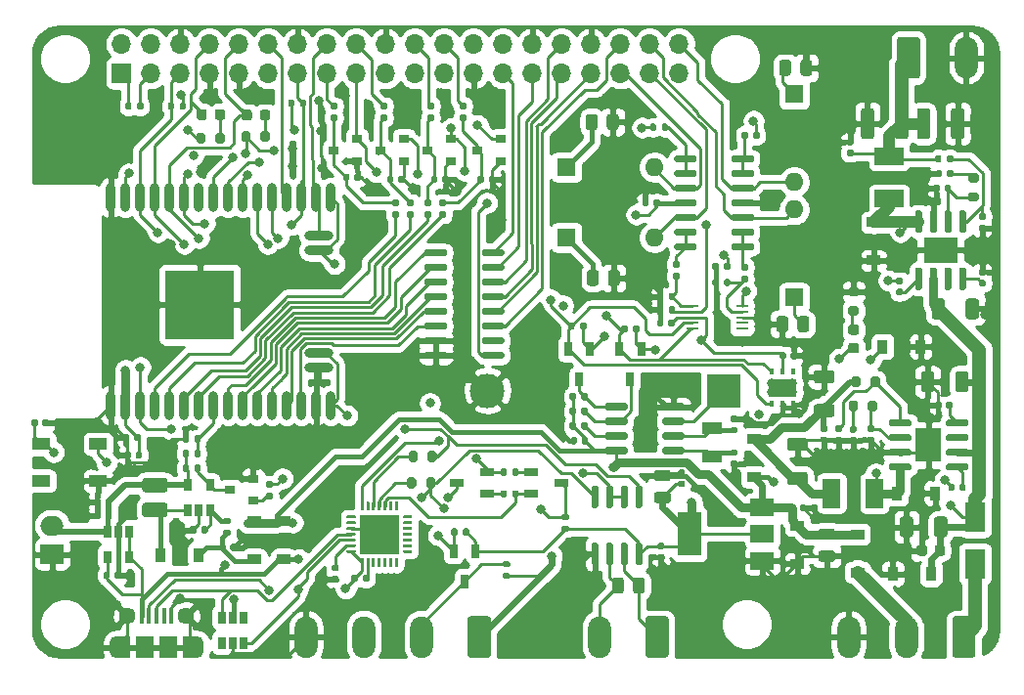
<source format=gbr>
G04 #@! TF.GenerationSoftware,KiCad,Pcbnew,(5.1.9)-1*
G04 #@! TF.CreationDate,2021-08-04T09:34:38-04:00*
G04 #@! TF.ProjectId,esp32 Core  V-0.1,65737033-3220-4436-9f72-652020562d30,rev?*
G04 #@! TF.SameCoordinates,Original*
G04 #@! TF.FileFunction,Copper,L1,Top*
G04 #@! TF.FilePolarity,Positive*
%FSLAX46Y46*%
G04 Gerber Fmt 4.6, Leading zero omitted, Abs format (unit mm)*
G04 Created by KiCad (PCBNEW (5.1.9)-1) date 2021-08-04 09:34:38*
%MOMM*%
%LPD*%
G01*
G04 APERTURE LIST*
G04 #@! TA.AperFunction,SMDPad,CuDef*
%ADD10R,0.900000X1.200000*%
G04 #@! TD*
G04 #@! TA.AperFunction,ComponentPad*
%ADD11O,1.600000X1.600000*%
G04 #@! TD*
G04 #@! TA.AperFunction,ComponentPad*
%ADD12R,1.600000X1.600000*%
G04 #@! TD*
G04 #@! TA.AperFunction,ComponentPad*
%ADD13C,0.500000*%
G04 #@! TD*
G04 #@! TA.AperFunction,SMDPad,CuDef*
%ADD14R,3.000000X2.290000*%
G04 #@! TD*
G04 #@! TA.AperFunction,SMDPad,CuDef*
%ADD15R,2.290000X3.000000*%
G04 #@! TD*
G04 #@! TA.AperFunction,SMDPad,CuDef*
%ADD16R,1.800000X1.000000*%
G04 #@! TD*
G04 #@! TA.AperFunction,SMDPad,CuDef*
%ADD17R,0.650000X1.220000*%
G04 #@! TD*
G04 #@! TA.AperFunction,SMDPad,CuDef*
%ADD18R,1.200000X0.900000*%
G04 #@! TD*
G04 #@! TA.AperFunction,ComponentPad*
%ADD19O,2.000000X3.600000*%
G04 #@! TD*
G04 #@! TA.AperFunction,SMDPad,CuDef*
%ADD20R,0.400000X0.600000*%
G04 #@! TD*
G04 #@! TA.AperFunction,SMDPad,CuDef*
%ADD21R,2.400000X1.500000*%
G04 #@! TD*
G04 #@! TA.AperFunction,SMDPad,CuDef*
%ADD22R,1.500000X2.500000*%
G04 #@! TD*
G04 #@! TA.AperFunction,SMDPad,CuDef*
%ADD23R,2.500000X1.500000*%
G04 #@! TD*
G04 #@! TA.AperFunction,ComponentPad*
%ADD24R,3.000000X3.000000*%
G04 #@! TD*
G04 #@! TA.AperFunction,ComponentPad*
%ADD25C,3.000000*%
G04 #@! TD*
G04 #@! TA.AperFunction,SMDPad,CuDef*
%ADD26R,0.900000X0.800000*%
G04 #@! TD*
G04 #@! TA.AperFunction,SMDPad,CuDef*
%ADD27O,0.900000X2.500000*%
G04 #@! TD*
G04 #@! TA.AperFunction,SMDPad,CuDef*
%ADD28R,6.000000X6.000000*%
G04 #@! TD*
G04 #@! TA.AperFunction,SMDPad,CuDef*
%ADD29O,2.500000X0.900000*%
G04 #@! TD*
G04 #@! TA.AperFunction,ComponentPad*
%ADD30R,2.000000X1.700000*%
G04 #@! TD*
G04 #@! TA.AperFunction,ComponentPad*
%ADD31O,2.000000X1.700000*%
G04 #@! TD*
G04 #@! TA.AperFunction,SMDPad,CuDef*
%ADD32R,0.650000X1.060000*%
G04 #@! TD*
G04 #@! TA.AperFunction,SMDPad,CuDef*
%ADD33R,1.100000X0.250000*%
G04 #@! TD*
G04 #@! TA.AperFunction,ComponentPad*
%ADD34O,1.700000X1.700000*%
G04 #@! TD*
G04 #@! TA.AperFunction,ComponentPad*
%ADD35R,1.700000X1.700000*%
G04 #@! TD*
G04 #@! TA.AperFunction,SMDPad,CuDef*
%ADD36R,1.500000X1.000000*%
G04 #@! TD*
G04 #@! TA.AperFunction,SMDPad,CuDef*
%ADD37R,1.800000X2.500000*%
G04 #@! TD*
G04 #@! TA.AperFunction,SMDPad,CuDef*
%ADD38R,2.000000X1.500000*%
G04 #@! TD*
G04 #@! TA.AperFunction,SMDPad,CuDef*
%ADD39R,2.000000X3.800000*%
G04 #@! TD*
G04 #@! TA.AperFunction,SMDPad,CuDef*
%ADD40R,3.350000X3.350000*%
G04 #@! TD*
G04 #@! TA.AperFunction,SMDPad,CuDef*
%ADD41R,1.220000X0.650000*%
G04 #@! TD*
G04 #@! TA.AperFunction,SMDPad,CuDef*
%ADD42R,1.200000X1.900000*%
G04 #@! TD*
G04 #@! TA.AperFunction,ComponentPad*
%ADD43O,1.200000X1.900000*%
G04 #@! TD*
G04 #@! TA.AperFunction,SMDPad,CuDef*
%ADD44R,1.500000X1.900000*%
G04 #@! TD*
G04 #@! TA.AperFunction,ComponentPad*
%ADD45C,1.450000*%
G04 #@! TD*
G04 #@! TA.AperFunction,SMDPad,CuDef*
%ADD46R,0.400000X1.350000*%
G04 #@! TD*
G04 #@! TA.AperFunction,ViaPad*
%ADD47C,0.800000*%
G04 #@! TD*
G04 #@! TA.AperFunction,Conductor*
%ADD48C,0.250000*%
G04 #@! TD*
G04 #@! TA.AperFunction,Conductor*
%ADD49C,0.500000*%
G04 #@! TD*
G04 #@! TA.AperFunction,Conductor*
%ADD50C,0.400000*%
G04 #@! TD*
G04 #@! TA.AperFunction,Conductor*
%ADD51C,0.600000*%
G04 #@! TD*
G04 #@! TA.AperFunction,Conductor*
%ADD52C,0.800000*%
G04 #@! TD*
G04 #@! TA.AperFunction,Conductor*
%ADD53C,1.200000*%
G04 #@! TD*
G04 #@! TA.AperFunction,Conductor*
%ADD54C,1.000000*%
G04 #@! TD*
G04 #@! TA.AperFunction,Conductor*
%ADD55C,0.254000*%
G04 #@! TD*
G04 #@! TA.AperFunction,Conductor*
%ADD56C,0.100000*%
G04 #@! TD*
G04 APERTURE END LIST*
G04 #@! TO.P,C41,2*
G04 #@! TO.N,GND*
G04 #@! TA.AperFunction,SMDPad,CuDef*
G36*
G01*
X197795000Y-141020000D02*
X197795000Y-140680000D01*
G75*
G02*
X197935000Y-140540000I140000J0D01*
G01*
X198215000Y-140540000D01*
G75*
G02*
X198355000Y-140680000I0J-140000D01*
G01*
X198355000Y-141020000D01*
G75*
G02*
X198215000Y-141160000I-140000J0D01*
G01*
X197935000Y-141160000D01*
G75*
G02*
X197795000Y-141020000I0J140000D01*
G01*
G37*
G04 #@! TD.AperFunction*
G04 #@! TO.P,C41,1*
G04 #@! TO.N,Net-(C41-Pad1)*
G04 #@! TA.AperFunction,SMDPad,CuDef*
G36*
G01*
X196835000Y-141020000D02*
X196835000Y-140680000D01*
G75*
G02*
X196975000Y-140540000I140000J0D01*
G01*
X197255000Y-140540000D01*
G75*
G02*
X197395000Y-140680000I0J-140000D01*
G01*
X197395000Y-141020000D01*
G75*
G02*
X197255000Y-141160000I-140000J0D01*
G01*
X196975000Y-141160000D01*
G75*
G02*
X196835000Y-141020000I0J140000D01*
G01*
G37*
G04 #@! TD.AperFunction*
G04 #@! TD*
G04 #@! TO.P,C40,2*
G04 #@! TO.N,GND*
G04 #@! TA.AperFunction,SMDPad,CuDef*
G36*
G01*
X241570000Y-130000000D02*
X241230000Y-130000000D01*
G75*
G02*
X241090000Y-129860000I0J140000D01*
G01*
X241090000Y-129580000D01*
G75*
G02*
X241230000Y-129440000I140000J0D01*
G01*
X241570000Y-129440000D01*
G75*
G02*
X241710000Y-129580000I0J-140000D01*
G01*
X241710000Y-129860000D01*
G75*
G02*
X241570000Y-130000000I-140000J0D01*
G01*
G37*
G04 #@! TD.AperFunction*
G04 #@! TO.P,C40,1*
G04 #@! TO.N,Net-(C40-Pad1)*
G04 #@! TA.AperFunction,SMDPad,CuDef*
G36*
G01*
X241570000Y-130960000D02*
X241230000Y-130960000D01*
G75*
G02*
X241090000Y-130820000I0J140000D01*
G01*
X241090000Y-130540000D01*
G75*
G02*
X241230000Y-130400000I140000J0D01*
G01*
X241570000Y-130400000D01*
G75*
G02*
X241710000Y-130540000I0J-140000D01*
G01*
X241710000Y-130820000D01*
G75*
G02*
X241570000Y-130960000I-140000J0D01*
G01*
G37*
G04 #@! TD.AperFunction*
G04 #@! TD*
G04 #@! TO.P,C39,2*
G04 #@! TO.N,GND*
G04 #@! TA.AperFunction,SMDPad,CuDef*
G36*
G01*
X241230000Y-133320000D02*
X241570000Y-133320000D01*
G75*
G02*
X241710000Y-133460000I0J-140000D01*
G01*
X241710000Y-133740000D01*
G75*
G02*
X241570000Y-133880000I-140000J0D01*
G01*
X241230000Y-133880000D01*
G75*
G02*
X241090000Y-133740000I0J140000D01*
G01*
X241090000Y-133460000D01*
G75*
G02*
X241230000Y-133320000I140000J0D01*
G01*
G37*
G04 #@! TD.AperFunction*
G04 #@! TO.P,C39,1*
G04 #@! TO.N,Net-(C39-Pad1)*
G04 #@! TA.AperFunction,SMDPad,CuDef*
G36*
G01*
X241230000Y-132360000D02*
X241570000Y-132360000D01*
G75*
G02*
X241710000Y-132500000I0J-140000D01*
G01*
X241710000Y-132780000D01*
G75*
G02*
X241570000Y-132920000I-140000J0D01*
G01*
X241230000Y-132920000D01*
G75*
G02*
X241090000Y-132780000I0J140000D01*
G01*
X241090000Y-132500000D01*
G75*
G02*
X241230000Y-132360000I140000J0D01*
G01*
G37*
G04 #@! TD.AperFunction*
G04 #@! TD*
D10*
G04 #@! TO.P,D20,2*
G04 #@! TO.N,GND*
X257555000Y-123444000D03*
G04 #@! TO.P,D20,1*
G04 #@! TO.N,Net-(BT1-Pad1)*
X254255000Y-123444000D03*
G04 #@! TD*
D11*
G04 #@! TO.P,JP4,2*
G04 #@! TO.N,/AIN3*
X234520000Y-107900000D03*
D12*
G04 #@! TO.P,JP4,1*
G04 #@! TO.N,Net-(JP4-Pad1)*
X226900000Y-107900000D03*
G04 #@! TD*
D11*
G04 #@! TO.P,JP3,2*
G04 #@! TO.N,/AIN2*
X234520000Y-114000000D03*
D12*
G04 #@! TO.P,JP3,1*
G04 #@! TO.N,Net-(JP3-Pad1)*
X226900000Y-114000000D03*
G04 #@! TD*
D11*
G04 #@! TO.P,JP2,2*
G04 #@! TO.N,/AIN1*
X246600000Y-109200000D03*
D12*
G04 #@! TO.P,JP2,1*
G04 #@! TO.N,Net-(JP2-Pad1)*
X246600000Y-101580000D03*
G04 #@! TD*
D11*
G04 #@! TO.P,JP1,2*
G04 #@! TO.N,/AIN0*
X246600000Y-111580000D03*
D12*
G04 #@! TO.P,JP1,1*
G04 #@! TO.N,Net-(JP1-Pad1)*
X246600000Y-119200000D03*
G04 #@! TD*
D13*
G04 #@! TO.P,U13,9*
G04 #@! TO.N,GND*
X260270000Y-114446000D03*
X260270000Y-115746000D03*
X259270000Y-114446000D03*
X259270000Y-115746000D03*
X258270000Y-114446000D03*
X258270000Y-115746000D03*
D14*
X259270000Y-115096000D03*
G04 #@! TO.P,U13,8*
G04 #@! TO.N,Net-(C26-Pad2)*
G04 #@! TA.AperFunction,SMDPad,CuDef*
G36*
G01*
X257515000Y-113596000D02*
X257215000Y-113596000D01*
G75*
G02*
X257065000Y-113446000I0J150000D01*
G01*
X257065000Y-111796000D01*
G75*
G02*
X257215000Y-111646000I150000J0D01*
G01*
X257515000Y-111646000D01*
G75*
G02*
X257665000Y-111796000I0J-150000D01*
G01*
X257665000Y-113446000D01*
G75*
G02*
X257515000Y-113596000I-150000J0D01*
G01*
G37*
G04 #@! TD.AperFunction*
G04 #@! TO.P,U13,7*
G04 #@! TO.N,GND*
G04 #@! TA.AperFunction,SMDPad,CuDef*
G36*
G01*
X258785000Y-113596000D02*
X258485000Y-113596000D01*
G75*
G02*
X258335000Y-113446000I0J150000D01*
G01*
X258335000Y-111796000D01*
G75*
G02*
X258485000Y-111646000I150000J0D01*
G01*
X258785000Y-111646000D01*
G75*
G02*
X258935000Y-111796000I0J-150000D01*
G01*
X258935000Y-113446000D01*
G75*
G02*
X258785000Y-113596000I-150000J0D01*
G01*
G37*
G04 #@! TD.AperFunction*
G04 #@! TO.P,U13,6*
G04 #@! TO.N,Net-(C21-Pad1)*
G04 #@! TA.AperFunction,SMDPad,CuDef*
G36*
G01*
X260055000Y-113596000D02*
X259755000Y-113596000D01*
G75*
G02*
X259605000Y-113446000I0J150000D01*
G01*
X259605000Y-111796000D01*
G75*
G02*
X259755000Y-111646000I150000J0D01*
G01*
X260055000Y-111646000D01*
G75*
G02*
X260205000Y-111796000I0J-150000D01*
G01*
X260205000Y-113446000D01*
G75*
G02*
X260055000Y-113596000I-150000J0D01*
G01*
G37*
G04 #@! TD.AperFunction*
G04 #@! TO.P,U13,5*
G04 #@! TO.N,Net-(R42-Pad1)*
G04 #@! TA.AperFunction,SMDPad,CuDef*
G36*
G01*
X261325000Y-113596000D02*
X261025000Y-113596000D01*
G75*
G02*
X260875000Y-113446000I0J150000D01*
G01*
X260875000Y-111796000D01*
G75*
G02*
X261025000Y-111646000I150000J0D01*
G01*
X261325000Y-111646000D01*
G75*
G02*
X261475000Y-111796000I0J-150000D01*
G01*
X261475000Y-113446000D01*
G75*
G02*
X261325000Y-113596000I-150000J0D01*
G01*
G37*
G04 #@! TD.AperFunction*
G04 #@! TO.P,U13,4*
G04 #@! TO.N,Net-(C19-Pad1)*
G04 #@! TA.AperFunction,SMDPad,CuDef*
G36*
G01*
X261325000Y-118546000D02*
X261025000Y-118546000D01*
G75*
G02*
X260875000Y-118396000I0J150000D01*
G01*
X260875000Y-116746000D01*
G75*
G02*
X261025000Y-116596000I150000J0D01*
G01*
X261325000Y-116596000D01*
G75*
G02*
X261475000Y-116746000I0J-150000D01*
G01*
X261475000Y-118396000D01*
G75*
G02*
X261325000Y-118546000I-150000J0D01*
G01*
G37*
G04 #@! TD.AperFunction*
G04 #@! TO.P,U13,3*
G04 #@! TO.N,Net-(U13-Pad3)*
G04 #@! TA.AperFunction,SMDPad,CuDef*
G36*
G01*
X260055000Y-118546000D02*
X259755000Y-118546000D01*
G75*
G02*
X259605000Y-118396000I0J150000D01*
G01*
X259605000Y-116746000D01*
G75*
G02*
X259755000Y-116596000I150000J0D01*
G01*
X260055000Y-116596000D01*
G75*
G02*
X260205000Y-116746000I0J-150000D01*
G01*
X260205000Y-118396000D01*
G75*
G02*
X260055000Y-118546000I-150000J0D01*
G01*
G37*
G04 #@! TD.AperFunction*
G04 #@! TO.P,U13,2*
G04 #@! TO.N,/VIN*
G04 #@! TA.AperFunction,SMDPad,CuDef*
G36*
G01*
X258785000Y-118546000D02*
X258485000Y-118546000D01*
G75*
G02*
X258335000Y-118396000I0J150000D01*
G01*
X258335000Y-116746000D01*
G75*
G02*
X258485000Y-116596000I150000J0D01*
G01*
X258785000Y-116596000D01*
G75*
G02*
X258935000Y-116746000I0J-150000D01*
G01*
X258935000Y-118396000D01*
G75*
G02*
X258785000Y-118546000I-150000J0D01*
G01*
G37*
G04 #@! TD.AperFunction*
G04 #@! TO.P,U13,1*
G04 #@! TO.N,Net-(C26-Pad1)*
G04 #@! TA.AperFunction,SMDPad,CuDef*
G36*
G01*
X257515000Y-118546000D02*
X257215000Y-118546000D01*
G75*
G02*
X257065000Y-118396000I0J150000D01*
G01*
X257065000Y-116746000D01*
G75*
G02*
X257215000Y-116596000I150000J0D01*
G01*
X257515000Y-116596000D01*
G75*
G02*
X257665000Y-116746000I0J-150000D01*
G01*
X257665000Y-118396000D01*
G75*
G02*
X257515000Y-118546000I-150000J0D01*
G01*
G37*
G04 #@! TD.AperFunction*
G04 #@! TD*
D13*
G04 #@! TO.P,U1,9*
G04 #@! TO.N,GND*
X257596000Y-130976000D03*
X258896000Y-130976000D03*
X257596000Y-131976000D03*
X258896000Y-131976000D03*
X257596000Y-132976000D03*
X258896000Y-132976000D03*
D15*
X258246000Y-131976000D03*
G04 #@! TO.P,U1,8*
G04 #@! TO.N,Net-(C1-Pad2)*
G04 #@! TA.AperFunction,SMDPad,CuDef*
G36*
G01*
X256746000Y-133731000D02*
X256746000Y-134031000D01*
G75*
G02*
X256596000Y-134181000I-150000J0D01*
G01*
X254946000Y-134181000D01*
G75*
G02*
X254796000Y-134031000I0J150000D01*
G01*
X254796000Y-133731000D01*
G75*
G02*
X254946000Y-133581000I150000J0D01*
G01*
X256596000Y-133581000D01*
G75*
G02*
X256746000Y-133731000I0J-150000D01*
G01*
G37*
G04 #@! TD.AperFunction*
G04 #@! TO.P,U1,7*
G04 #@! TO.N,GND*
G04 #@! TA.AperFunction,SMDPad,CuDef*
G36*
G01*
X256746000Y-132461000D02*
X256746000Y-132761000D01*
G75*
G02*
X256596000Y-132911000I-150000J0D01*
G01*
X254946000Y-132911000D01*
G75*
G02*
X254796000Y-132761000I0J150000D01*
G01*
X254796000Y-132461000D01*
G75*
G02*
X254946000Y-132311000I150000J0D01*
G01*
X256596000Y-132311000D01*
G75*
G02*
X256746000Y-132461000I0J-150000D01*
G01*
G37*
G04 #@! TD.AperFunction*
G04 #@! TO.P,U1,6*
G04 #@! TO.N,Net-(C11-Pad1)*
G04 #@! TA.AperFunction,SMDPad,CuDef*
G36*
G01*
X256746000Y-131191000D02*
X256746000Y-131491000D01*
G75*
G02*
X256596000Y-131641000I-150000J0D01*
G01*
X254946000Y-131641000D01*
G75*
G02*
X254796000Y-131491000I0J150000D01*
G01*
X254796000Y-131191000D01*
G75*
G02*
X254946000Y-131041000I150000J0D01*
G01*
X256596000Y-131041000D01*
G75*
G02*
X256746000Y-131191000I0J-150000D01*
G01*
G37*
G04 #@! TD.AperFunction*
G04 #@! TO.P,U1,5*
G04 #@! TO.N,Net-(R1-Pad1)*
G04 #@! TA.AperFunction,SMDPad,CuDef*
G36*
G01*
X256746000Y-129921000D02*
X256746000Y-130221000D01*
G75*
G02*
X256596000Y-130371000I-150000J0D01*
G01*
X254946000Y-130371000D01*
G75*
G02*
X254796000Y-130221000I0J150000D01*
G01*
X254796000Y-129921000D01*
G75*
G02*
X254946000Y-129771000I150000J0D01*
G01*
X256596000Y-129771000D01*
G75*
G02*
X256746000Y-129921000I0J-150000D01*
G01*
G37*
G04 #@! TD.AperFunction*
G04 #@! TO.P,U1,4*
G04 #@! TO.N,Net-(C10-Pad1)*
G04 #@! TA.AperFunction,SMDPad,CuDef*
G36*
G01*
X261696000Y-129921000D02*
X261696000Y-130221000D01*
G75*
G02*
X261546000Y-130371000I-150000J0D01*
G01*
X259896000Y-130371000D01*
G75*
G02*
X259746000Y-130221000I0J150000D01*
G01*
X259746000Y-129921000D01*
G75*
G02*
X259896000Y-129771000I150000J0D01*
G01*
X261546000Y-129771000D01*
G75*
G02*
X261696000Y-129921000I0J-150000D01*
G01*
G37*
G04 #@! TD.AperFunction*
G04 #@! TO.P,U1,3*
G04 #@! TO.N,Net-(U1-Pad3)*
G04 #@! TA.AperFunction,SMDPad,CuDef*
G36*
G01*
X261696000Y-131191000D02*
X261696000Y-131491000D01*
G75*
G02*
X261546000Y-131641000I-150000J0D01*
G01*
X259896000Y-131641000D01*
G75*
G02*
X259746000Y-131491000I0J150000D01*
G01*
X259746000Y-131191000D01*
G75*
G02*
X259896000Y-131041000I150000J0D01*
G01*
X261546000Y-131041000D01*
G75*
G02*
X261696000Y-131191000I0J-150000D01*
G01*
G37*
G04 #@! TD.AperFunction*
G04 #@! TO.P,U1,2*
G04 #@! TO.N,/VIN*
G04 #@! TA.AperFunction,SMDPad,CuDef*
G36*
G01*
X261696000Y-132461000D02*
X261696000Y-132761000D01*
G75*
G02*
X261546000Y-132911000I-150000J0D01*
G01*
X259896000Y-132911000D01*
G75*
G02*
X259746000Y-132761000I0J150000D01*
G01*
X259746000Y-132461000D01*
G75*
G02*
X259896000Y-132311000I150000J0D01*
G01*
X261546000Y-132311000D01*
G75*
G02*
X261696000Y-132461000I0J-150000D01*
G01*
G37*
G04 #@! TD.AperFunction*
G04 #@! TO.P,U1,1*
G04 #@! TO.N,Net-(C1-Pad1)*
G04 #@! TA.AperFunction,SMDPad,CuDef*
G36*
G01*
X261696000Y-133731000D02*
X261696000Y-134031000D01*
G75*
G02*
X261546000Y-134181000I-150000J0D01*
G01*
X259896000Y-134181000D01*
G75*
G02*
X259746000Y-134031000I0J150000D01*
G01*
X259746000Y-133731000D01*
G75*
G02*
X259896000Y-133581000I150000J0D01*
G01*
X261546000Y-133581000D01*
G75*
G02*
X261696000Y-133731000I0J-150000D01*
G01*
G37*
G04 #@! TD.AperFunction*
G04 #@! TD*
G04 #@! TO.P,R52,2*
G04 #@! TO.N,/I34*
G04 #@! TA.AperFunction,SMDPad,CuDef*
G36*
G01*
X214699000Y-111744000D02*
X215069000Y-111744000D01*
G75*
G02*
X215204000Y-111879000I0J-135000D01*
G01*
X215204000Y-112149000D01*
G75*
G02*
X215069000Y-112284000I-135000J0D01*
G01*
X214699000Y-112284000D01*
G75*
G02*
X214564000Y-112149000I0J135000D01*
G01*
X214564000Y-111879000D01*
G75*
G02*
X214699000Y-111744000I135000J0D01*
G01*
G37*
G04 #@! TD.AperFunction*
G04 #@! TO.P,R52,1*
G04 #@! TO.N,Net-(C38-Pad1)*
G04 #@! TA.AperFunction,SMDPad,CuDef*
G36*
G01*
X214699000Y-110724000D02*
X215069000Y-110724000D01*
G75*
G02*
X215204000Y-110859000I0J-135000D01*
G01*
X215204000Y-111129000D01*
G75*
G02*
X215069000Y-111264000I-135000J0D01*
G01*
X214699000Y-111264000D01*
G75*
G02*
X214564000Y-111129000I0J135000D01*
G01*
X214564000Y-110859000D01*
G75*
G02*
X214699000Y-110724000I135000J0D01*
G01*
G37*
G04 #@! TD.AperFunction*
G04 #@! TD*
G04 #@! TO.P,R51,2*
G04 #@! TO.N,/I35*
G04 #@! TA.AperFunction,SMDPad,CuDef*
G36*
G01*
X215969000Y-111744000D02*
X216339000Y-111744000D01*
G75*
G02*
X216474000Y-111879000I0J-135000D01*
G01*
X216474000Y-112149000D01*
G75*
G02*
X216339000Y-112284000I-135000J0D01*
G01*
X215969000Y-112284000D01*
G75*
G02*
X215834000Y-112149000I0J135000D01*
G01*
X215834000Y-111879000D01*
G75*
G02*
X215969000Y-111744000I135000J0D01*
G01*
G37*
G04 #@! TD.AperFunction*
G04 #@! TO.P,R51,1*
G04 #@! TO.N,Net-(C37-Pad1)*
G04 #@! TA.AperFunction,SMDPad,CuDef*
G36*
G01*
X215969000Y-110724000D02*
X216339000Y-110724000D01*
G75*
G02*
X216474000Y-110859000I0J-135000D01*
G01*
X216474000Y-111129000D01*
G75*
G02*
X216339000Y-111264000I-135000J0D01*
G01*
X215969000Y-111264000D01*
G75*
G02*
X215834000Y-111129000I0J135000D01*
G01*
X215834000Y-110859000D01*
G75*
G02*
X215969000Y-110724000I135000J0D01*
G01*
G37*
G04 #@! TD.AperFunction*
G04 #@! TD*
G04 #@! TO.P,R50,2*
G04 #@! TO.N,/I39*
G04 #@! TA.AperFunction,SMDPad,CuDef*
G36*
G01*
X213175000Y-111744000D02*
X213545000Y-111744000D01*
G75*
G02*
X213680000Y-111879000I0J-135000D01*
G01*
X213680000Y-112149000D01*
G75*
G02*
X213545000Y-112284000I-135000J0D01*
G01*
X213175000Y-112284000D01*
G75*
G02*
X213040000Y-112149000I0J135000D01*
G01*
X213040000Y-111879000D01*
G75*
G02*
X213175000Y-111744000I135000J0D01*
G01*
G37*
G04 #@! TD.AperFunction*
G04 #@! TO.P,R50,1*
G04 #@! TO.N,Net-(C36-Pad1)*
G04 #@! TA.AperFunction,SMDPad,CuDef*
G36*
G01*
X213175000Y-110724000D02*
X213545000Y-110724000D01*
G75*
G02*
X213680000Y-110859000I0J-135000D01*
G01*
X213680000Y-111129000D01*
G75*
G02*
X213545000Y-111264000I-135000J0D01*
G01*
X213175000Y-111264000D01*
G75*
G02*
X213040000Y-111129000I0J135000D01*
G01*
X213040000Y-110859000D01*
G75*
G02*
X213175000Y-110724000I135000J0D01*
G01*
G37*
G04 #@! TD.AperFunction*
G04 #@! TD*
G04 #@! TO.P,R49,2*
G04 #@! TO.N,/I36*
G04 #@! TA.AperFunction,SMDPad,CuDef*
G36*
G01*
X211905000Y-111744000D02*
X212275000Y-111744000D01*
G75*
G02*
X212410000Y-111879000I0J-135000D01*
G01*
X212410000Y-112149000D01*
G75*
G02*
X212275000Y-112284000I-135000J0D01*
G01*
X211905000Y-112284000D01*
G75*
G02*
X211770000Y-112149000I0J135000D01*
G01*
X211770000Y-111879000D01*
G75*
G02*
X211905000Y-111744000I135000J0D01*
G01*
G37*
G04 #@! TD.AperFunction*
G04 #@! TO.P,R49,1*
G04 #@! TO.N,Net-(C35-Pad1)*
G04 #@! TA.AperFunction,SMDPad,CuDef*
G36*
G01*
X211905000Y-110724000D02*
X212275000Y-110724000D01*
G75*
G02*
X212410000Y-110859000I0J-135000D01*
G01*
X212410000Y-111129000D01*
G75*
G02*
X212275000Y-111264000I-135000J0D01*
G01*
X211905000Y-111264000D01*
G75*
G02*
X211770000Y-111129000I0J135000D01*
G01*
X211770000Y-110859000D01*
G75*
G02*
X211905000Y-110724000I135000J0D01*
G01*
G37*
G04 #@! TD.AperFunction*
G04 #@! TD*
G04 #@! TO.P,C38,2*
G04 #@! TO.N,GND*
G04 #@! TA.AperFunction,SMDPad,CuDef*
G36*
G01*
X216128000Y-109136000D02*
X216128000Y-108796000D01*
G75*
G02*
X216268000Y-108656000I140000J0D01*
G01*
X216548000Y-108656000D01*
G75*
G02*
X216688000Y-108796000I0J-140000D01*
G01*
X216688000Y-109136000D01*
G75*
G02*
X216548000Y-109276000I-140000J0D01*
G01*
X216268000Y-109276000D01*
G75*
G02*
X216128000Y-109136000I0J140000D01*
G01*
G37*
G04 #@! TD.AperFunction*
G04 #@! TO.P,C38,1*
G04 #@! TO.N,Net-(C38-Pad1)*
G04 #@! TA.AperFunction,SMDPad,CuDef*
G36*
G01*
X215168000Y-109136000D02*
X215168000Y-108796000D01*
G75*
G02*
X215308000Y-108656000I140000J0D01*
G01*
X215588000Y-108656000D01*
G75*
G02*
X215728000Y-108796000I0J-140000D01*
G01*
X215728000Y-109136000D01*
G75*
G02*
X215588000Y-109276000I-140000J0D01*
G01*
X215308000Y-109276000D01*
G75*
G02*
X215168000Y-109136000I0J140000D01*
G01*
G37*
G04 #@! TD.AperFunction*
G04 #@! TD*
G04 #@! TO.P,C37,2*
G04 #@! TO.N,GND*
G04 #@! TA.AperFunction,SMDPad,CuDef*
G36*
G01*
X220164000Y-109136000D02*
X220164000Y-108796000D01*
G75*
G02*
X220304000Y-108656000I140000J0D01*
G01*
X220584000Y-108656000D01*
G75*
G02*
X220724000Y-108796000I0J-140000D01*
G01*
X220724000Y-109136000D01*
G75*
G02*
X220584000Y-109276000I-140000J0D01*
G01*
X220304000Y-109276000D01*
G75*
G02*
X220164000Y-109136000I0J140000D01*
G01*
G37*
G04 #@! TD.AperFunction*
G04 #@! TO.P,C37,1*
G04 #@! TO.N,Net-(C37-Pad1)*
G04 #@! TA.AperFunction,SMDPad,CuDef*
G36*
G01*
X219204000Y-109136000D02*
X219204000Y-108796000D01*
G75*
G02*
X219344000Y-108656000I140000J0D01*
G01*
X219624000Y-108656000D01*
G75*
G02*
X219764000Y-108796000I0J-140000D01*
G01*
X219764000Y-109136000D01*
G75*
G02*
X219624000Y-109276000I-140000J0D01*
G01*
X219344000Y-109276000D01*
G75*
G02*
X219204000Y-109136000I0J140000D01*
G01*
G37*
G04 #@! TD.AperFunction*
G04 #@! TD*
G04 #@! TO.P,C36,2*
G04 #@! TO.N,GND*
G04 #@! TA.AperFunction,SMDPad,CuDef*
G36*
G01*
X212318000Y-109136000D02*
X212318000Y-108796000D01*
G75*
G02*
X212458000Y-108656000I140000J0D01*
G01*
X212738000Y-108656000D01*
G75*
G02*
X212878000Y-108796000I0J-140000D01*
G01*
X212878000Y-109136000D01*
G75*
G02*
X212738000Y-109276000I-140000J0D01*
G01*
X212458000Y-109276000D01*
G75*
G02*
X212318000Y-109136000I0J140000D01*
G01*
G37*
G04 #@! TD.AperFunction*
G04 #@! TO.P,C36,1*
G04 #@! TO.N,Net-(C36-Pad1)*
G04 #@! TA.AperFunction,SMDPad,CuDef*
G36*
G01*
X211358000Y-109136000D02*
X211358000Y-108796000D01*
G75*
G02*
X211498000Y-108656000I140000J0D01*
G01*
X211778000Y-108656000D01*
G75*
G02*
X211918000Y-108796000I0J-140000D01*
G01*
X211918000Y-109136000D01*
G75*
G02*
X211778000Y-109276000I-140000J0D01*
G01*
X211498000Y-109276000D01*
G75*
G02*
X211358000Y-109136000I0J140000D01*
G01*
G37*
G04 #@! TD.AperFunction*
G04 #@! TD*
G04 #@! TO.P,C35,2*
G04 #@! TO.N,GND*
G04 #@! TA.AperFunction,SMDPad,CuDef*
G36*
G01*
X208508000Y-108945500D02*
X208508000Y-108605500D01*
G75*
G02*
X208648000Y-108465500I140000J0D01*
G01*
X208928000Y-108465500D01*
G75*
G02*
X209068000Y-108605500I0J-140000D01*
G01*
X209068000Y-108945500D01*
G75*
G02*
X208928000Y-109085500I-140000J0D01*
G01*
X208648000Y-109085500D01*
G75*
G02*
X208508000Y-108945500I0J140000D01*
G01*
G37*
G04 #@! TD.AperFunction*
G04 #@! TO.P,C35,1*
G04 #@! TO.N,Net-(C35-Pad1)*
G04 #@! TA.AperFunction,SMDPad,CuDef*
G36*
G01*
X207548000Y-108945500D02*
X207548000Y-108605500D01*
G75*
G02*
X207688000Y-108465500I140000J0D01*
G01*
X207968000Y-108465500D01*
G75*
G02*
X208108000Y-108605500I0J-140000D01*
G01*
X208108000Y-108945500D01*
G75*
G02*
X207968000Y-109085500I-140000J0D01*
G01*
X207688000Y-109085500D01*
G75*
G02*
X207548000Y-108945500I0J140000D01*
G01*
G37*
G04 #@! TD.AperFunction*
G04 #@! TD*
G04 #@! TO.P,C34,2*
G04 #@! TO.N,GND*
G04 #@! TA.AperFunction,SMDPad,CuDef*
G36*
G01*
X227800000Y-131430000D02*
X227800000Y-131770000D01*
G75*
G02*
X227660000Y-131910000I-140000J0D01*
G01*
X227380000Y-131910000D01*
G75*
G02*
X227240000Y-131770000I0J140000D01*
G01*
X227240000Y-131430000D01*
G75*
G02*
X227380000Y-131290000I140000J0D01*
G01*
X227660000Y-131290000D01*
G75*
G02*
X227800000Y-131430000I0J-140000D01*
G01*
G37*
G04 #@! TD.AperFunction*
G04 #@! TO.P,C34,1*
G04 #@! TO.N,+5V*
G04 #@! TA.AperFunction,SMDPad,CuDef*
G36*
G01*
X228760000Y-131430000D02*
X228760000Y-131770000D01*
G75*
G02*
X228620000Y-131910000I-140000J0D01*
G01*
X228340000Y-131910000D01*
G75*
G02*
X228200000Y-131770000I0J140000D01*
G01*
X228200000Y-131430000D01*
G75*
G02*
X228340000Y-131290000I140000J0D01*
G01*
X228620000Y-131290000D01*
G75*
G02*
X228760000Y-131430000I0J-140000D01*
G01*
G37*
G04 #@! TD.AperFunction*
G04 #@! TD*
G04 #@! TO.P,U2,8*
G04 #@! TO.N,+5V*
G04 #@! TA.AperFunction,SMDPad,CuDef*
G36*
G01*
X232180000Y-132311000D02*
X232180000Y-132611000D01*
G75*
G02*
X232030000Y-132761000I-150000J0D01*
G01*
X230380000Y-132761000D01*
G75*
G02*
X230230000Y-132611000I0J150000D01*
G01*
X230230000Y-132311000D01*
G75*
G02*
X230380000Y-132161000I150000J0D01*
G01*
X232030000Y-132161000D01*
G75*
G02*
X232180000Y-132311000I0J-150000D01*
G01*
G37*
G04 #@! TD.AperFunction*
G04 #@! TO.P,U2,7*
G04 #@! TO.N,Net-(R33-Pad2)*
G04 #@! TA.AperFunction,SMDPad,CuDef*
G36*
G01*
X232180000Y-131041000D02*
X232180000Y-131341000D01*
G75*
G02*
X232030000Y-131491000I-150000J0D01*
G01*
X230380000Y-131491000D01*
G75*
G02*
X230230000Y-131341000I0J150000D01*
G01*
X230230000Y-131041000D01*
G75*
G02*
X230380000Y-130891000I150000J0D01*
G01*
X232030000Y-130891000D01*
G75*
G02*
X232180000Y-131041000I0J-150000D01*
G01*
G37*
G04 #@! TD.AperFunction*
G04 #@! TO.P,U2,6*
G04 #@! TO.N,/SCL5*
G04 #@! TA.AperFunction,SMDPad,CuDef*
G36*
G01*
X232180000Y-129771000D02*
X232180000Y-130071000D01*
G75*
G02*
X232030000Y-130221000I-150000J0D01*
G01*
X230380000Y-130221000D01*
G75*
G02*
X230230000Y-130071000I0J150000D01*
G01*
X230230000Y-129771000D01*
G75*
G02*
X230380000Y-129621000I150000J0D01*
G01*
X232030000Y-129621000D01*
G75*
G02*
X232180000Y-129771000I0J-150000D01*
G01*
G37*
G04 #@! TD.AperFunction*
G04 #@! TO.P,U2,5*
G04 #@! TO.N,/SDA5*
G04 #@! TA.AperFunction,SMDPad,CuDef*
G36*
G01*
X232180000Y-128501000D02*
X232180000Y-128801000D01*
G75*
G02*
X232030000Y-128951000I-150000J0D01*
G01*
X230380000Y-128951000D01*
G75*
G02*
X230230000Y-128801000I0J150000D01*
G01*
X230230000Y-128501000D01*
G75*
G02*
X230380000Y-128351000I150000J0D01*
G01*
X232030000Y-128351000D01*
G75*
G02*
X232180000Y-128501000I0J-150000D01*
G01*
G37*
G04 #@! TD.AperFunction*
G04 #@! TO.P,U2,4*
G04 #@! TO.N,GND*
G04 #@! TA.AperFunction,SMDPad,CuDef*
G36*
G01*
X237130000Y-128501000D02*
X237130000Y-128801000D01*
G75*
G02*
X236980000Y-128951000I-150000J0D01*
G01*
X235330000Y-128951000D01*
G75*
G02*
X235180000Y-128801000I0J150000D01*
G01*
X235180000Y-128501000D01*
G75*
G02*
X235330000Y-128351000I150000J0D01*
G01*
X236980000Y-128351000D01*
G75*
G02*
X237130000Y-128501000I0J-150000D01*
G01*
G37*
G04 #@! TD.AperFunction*
G04 #@! TO.P,U2,3*
G04 #@! TO.N,Net-(BT1-Pad1)*
G04 #@! TA.AperFunction,SMDPad,CuDef*
G36*
G01*
X237130000Y-129771000D02*
X237130000Y-130071000D01*
G75*
G02*
X236980000Y-130221000I-150000J0D01*
G01*
X235330000Y-130221000D01*
G75*
G02*
X235180000Y-130071000I0J150000D01*
G01*
X235180000Y-129771000D01*
G75*
G02*
X235330000Y-129621000I150000J0D01*
G01*
X236980000Y-129621000D01*
G75*
G02*
X237130000Y-129771000I0J-150000D01*
G01*
G37*
G04 #@! TD.AperFunction*
G04 #@! TO.P,U2,2*
G04 #@! TO.N,Net-(C40-Pad1)*
G04 #@! TA.AperFunction,SMDPad,CuDef*
G36*
G01*
X237130000Y-131041000D02*
X237130000Y-131341000D01*
G75*
G02*
X236980000Y-131491000I-150000J0D01*
G01*
X235330000Y-131491000D01*
G75*
G02*
X235180000Y-131341000I0J150000D01*
G01*
X235180000Y-131041000D01*
G75*
G02*
X235330000Y-130891000I150000J0D01*
G01*
X236980000Y-130891000D01*
G75*
G02*
X237130000Y-131041000I0J-150000D01*
G01*
G37*
G04 #@! TD.AperFunction*
G04 #@! TO.P,U2,1*
G04 #@! TO.N,Net-(C39-Pad1)*
G04 #@! TA.AperFunction,SMDPad,CuDef*
G36*
G01*
X237130000Y-132311000D02*
X237130000Y-132611000D01*
G75*
G02*
X236980000Y-132761000I-150000J0D01*
G01*
X235330000Y-132761000D01*
G75*
G02*
X235180000Y-132611000I0J150000D01*
G01*
X235180000Y-132311000D01*
G75*
G02*
X235330000Y-132161000I150000J0D01*
G01*
X236980000Y-132161000D01*
G75*
G02*
X237130000Y-132311000I0J-150000D01*
G01*
G37*
G04 #@! TD.AperFunction*
G04 #@! TD*
D16*
G04 #@! TO.P,Y2,2*
G04 #@! TO.N,Net-(C39-Pad1)*
X239500000Y-133000000D03*
G04 #@! TO.P,Y2,1*
G04 #@! TO.N,Net-(C40-Pad1)*
X239500000Y-130500000D03*
G04 #@! TD*
G04 #@! TO.P,R48,2*
G04 #@! TO.N,/SDA5*
G04 #@! TA.AperFunction,SMDPad,CuDef*
G36*
G01*
X228186000Y-127963000D02*
X228186000Y-127593000D01*
G75*
G02*
X228321000Y-127458000I135000J0D01*
G01*
X228591000Y-127458000D01*
G75*
G02*
X228726000Y-127593000I0J-135000D01*
G01*
X228726000Y-127963000D01*
G75*
G02*
X228591000Y-128098000I-135000J0D01*
G01*
X228321000Y-128098000D01*
G75*
G02*
X228186000Y-127963000I0J135000D01*
G01*
G37*
G04 #@! TD.AperFunction*
G04 #@! TO.P,R48,1*
G04 #@! TO.N,+5V*
G04 #@! TA.AperFunction,SMDPad,CuDef*
G36*
G01*
X227166000Y-127963000D02*
X227166000Y-127593000D01*
G75*
G02*
X227301000Y-127458000I135000J0D01*
G01*
X227571000Y-127458000D01*
G75*
G02*
X227706000Y-127593000I0J-135000D01*
G01*
X227706000Y-127963000D01*
G75*
G02*
X227571000Y-128098000I-135000J0D01*
G01*
X227301000Y-128098000D01*
G75*
G02*
X227166000Y-127963000I0J135000D01*
G01*
G37*
G04 #@! TD.AperFunction*
G04 #@! TD*
G04 #@! TO.P,R47,2*
G04 #@! TO.N,/SCL5*
G04 #@! TA.AperFunction,SMDPad,CuDef*
G36*
G01*
X228184000Y-129233000D02*
X228184000Y-128863000D01*
G75*
G02*
X228319000Y-128728000I135000J0D01*
G01*
X228589000Y-128728000D01*
G75*
G02*
X228724000Y-128863000I0J-135000D01*
G01*
X228724000Y-129233000D01*
G75*
G02*
X228589000Y-129368000I-135000J0D01*
G01*
X228319000Y-129368000D01*
G75*
G02*
X228184000Y-129233000I0J135000D01*
G01*
G37*
G04 #@! TD.AperFunction*
G04 #@! TO.P,R47,1*
G04 #@! TO.N,+5V*
G04 #@! TA.AperFunction,SMDPad,CuDef*
G36*
G01*
X227164000Y-129233000D02*
X227164000Y-128863000D01*
G75*
G02*
X227299000Y-128728000I135000J0D01*
G01*
X227569000Y-128728000D01*
G75*
G02*
X227704000Y-128863000I0J-135000D01*
G01*
X227704000Y-129233000D01*
G75*
G02*
X227569000Y-129368000I-135000J0D01*
G01*
X227299000Y-129368000D01*
G75*
G02*
X227164000Y-129233000I0J135000D01*
G01*
G37*
G04 #@! TD.AperFunction*
G04 #@! TD*
G04 #@! TO.P,R17,2*
G04 #@! TO.N,/SDA*
G04 #@! TA.AperFunction,SMDPad,CuDef*
G36*
G01*
X227596000Y-121481000D02*
X227596000Y-121851000D01*
G75*
G02*
X227461000Y-121986000I-135000J0D01*
G01*
X227191000Y-121986000D01*
G75*
G02*
X227056000Y-121851000I0J135000D01*
G01*
X227056000Y-121481000D01*
G75*
G02*
X227191000Y-121346000I135000J0D01*
G01*
X227461000Y-121346000D01*
G75*
G02*
X227596000Y-121481000I0J-135000D01*
G01*
G37*
G04 #@! TD.AperFunction*
G04 #@! TO.P,R17,1*
G04 #@! TO.N,+3V3*
G04 #@! TA.AperFunction,SMDPad,CuDef*
G36*
G01*
X228616000Y-121481000D02*
X228616000Y-121851000D01*
G75*
G02*
X228481000Y-121986000I-135000J0D01*
G01*
X228211000Y-121986000D01*
G75*
G02*
X228076000Y-121851000I0J135000D01*
G01*
X228076000Y-121481000D01*
G75*
G02*
X228211000Y-121346000I135000J0D01*
G01*
X228481000Y-121346000D01*
G75*
G02*
X228616000Y-121481000I0J-135000D01*
G01*
G37*
G04 #@! TD.AperFunction*
G04 #@! TD*
G04 #@! TO.P,R15,2*
G04 #@! TO.N,/SCL*
G04 #@! TA.AperFunction,SMDPad,CuDef*
G36*
G01*
X232170000Y-121735000D02*
X232170000Y-122105000D01*
G75*
G02*
X232035000Y-122240000I-135000J0D01*
G01*
X231765000Y-122240000D01*
G75*
G02*
X231630000Y-122105000I0J135000D01*
G01*
X231630000Y-121735000D01*
G75*
G02*
X231765000Y-121600000I135000J0D01*
G01*
X232035000Y-121600000D01*
G75*
G02*
X232170000Y-121735000I0J-135000D01*
G01*
G37*
G04 #@! TD.AperFunction*
G04 #@! TO.P,R15,1*
G04 #@! TO.N,+3V3*
G04 #@! TA.AperFunction,SMDPad,CuDef*
G36*
G01*
X233190000Y-121735000D02*
X233190000Y-122105000D01*
G75*
G02*
X233055000Y-122240000I-135000J0D01*
G01*
X232785000Y-122240000D01*
G75*
G02*
X232650000Y-122105000I0J135000D01*
G01*
X232650000Y-121735000D01*
G75*
G02*
X232785000Y-121600000I135000J0D01*
G01*
X233055000Y-121600000D01*
G75*
G02*
X233190000Y-121735000I0J-135000D01*
G01*
G37*
G04 #@! TD.AperFunction*
G04 #@! TD*
D17*
G04 #@! TO.P,Q2,3*
G04 #@! TO.N,/SDA5*
X227960000Y-126278000D03*
G04 #@! TO.P,Q2,2*
G04 #@! TO.N,/SDA*
X227010000Y-123658000D03*
G04 #@! TO.P,Q2,1*
G04 #@! TO.N,+3V3*
X228910000Y-123658000D03*
G04 #@! TD*
G04 #@! TO.P,Q1,3*
G04 #@! TO.N,/SCL5*
X232410000Y-126278000D03*
G04 #@! TO.P,Q1,2*
G04 #@! TO.N,/SCL*
X231460000Y-123658000D03*
G04 #@! TO.P,Q1,1*
G04 #@! TO.N,+3V3*
X233360000Y-123658000D03*
G04 #@! TD*
D18*
G04 #@! TO.P,D19,2*
G04 #@! TO.N,+5VD*
X252095000Y-143000000D03*
G04 #@! TO.P,D19,1*
G04 #@! TO.N,+5V*
X252095000Y-139700000D03*
G04 #@! TD*
D19*
G04 #@! TO.P,J5,3*
G04 #@! TO.N,GND*
X251305000Y-148590000D03*
G04 #@! TO.P,J5,2*
G04 #@! TO.N,+5VD*
X256305000Y-148590000D03*
G04 #@! TO.P,J5,1*
G04 #@! TO.N,VDC*
G04 #@! TA.AperFunction,ComponentPad*
G36*
G01*
X262305000Y-147040000D02*
X262305000Y-150140000D01*
G75*
G02*
X262055000Y-150390000I-250000J0D01*
G01*
X260555000Y-150390000D01*
G75*
G02*
X260305000Y-150140000I0J250000D01*
G01*
X260305000Y-147040000D01*
G75*
G02*
X260555000Y-146790000I250000J0D01*
G01*
X262055000Y-146790000D01*
G75*
G02*
X262305000Y-147040000I0J-250000D01*
G01*
G37*
G04 #@! TD.AperFunction*
G04 #@! TD*
D18*
G04 #@! TO.P,D18,2*
G04 #@! TO.N,GND*
X246888000Y-142238000D03*
G04 #@! TO.P,D18,1*
G04 #@! TO.N,+5V*
X246888000Y-138938000D03*
G04 #@! TD*
G04 #@! TO.P,C33,2*
G04 #@! TO.N,GND*
G04 #@! TA.AperFunction,SMDPad,CuDef*
G36*
G01*
X181528000Y-130218000D02*
X181528000Y-129878000D01*
G75*
G02*
X181668000Y-129738000I140000J0D01*
G01*
X181948000Y-129738000D01*
G75*
G02*
X182088000Y-129878000I0J-140000D01*
G01*
X182088000Y-130218000D01*
G75*
G02*
X181948000Y-130358000I-140000J0D01*
G01*
X181668000Y-130358000D01*
G75*
G02*
X181528000Y-130218000I0J140000D01*
G01*
G37*
G04 #@! TD.AperFunction*
G04 #@! TO.P,C33,1*
G04 #@! TO.N,+5V*
G04 #@! TA.AperFunction,SMDPad,CuDef*
G36*
G01*
X180568000Y-130218000D02*
X180568000Y-129878000D01*
G75*
G02*
X180708000Y-129738000I140000J0D01*
G01*
X180988000Y-129738000D01*
G75*
G02*
X181128000Y-129878000I0J-140000D01*
G01*
X181128000Y-130218000D01*
G75*
G02*
X180988000Y-130358000I-140000J0D01*
G01*
X180708000Y-130358000D01*
G75*
G02*
X180568000Y-130218000I0J140000D01*
G01*
G37*
G04 #@! TD.AperFunction*
G04 #@! TD*
D19*
G04 #@! TO.P,J4,2*
G04 #@! TO.N,GND*
X261500000Y-98425000D03*
G04 #@! TO.P,J4,1*
G04 #@! TO.N,+12V*
G04 #@! TA.AperFunction,ComponentPad*
G36*
G01*
X255500000Y-99975000D02*
X255500000Y-96875000D01*
G75*
G02*
X255750000Y-96625000I250000J0D01*
G01*
X257250000Y-96625000D01*
G75*
G02*
X257500000Y-96875000I0J-250000D01*
G01*
X257500000Y-99975000D01*
G75*
G02*
X257250000Y-100225000I-250000J0D01*
G01*
X255750000Y-100225000D01*
G75*
G02*
X255500000Y-99975000I0J250000D01*
G01*
G37*
G04 #@! TD.AperFunction*
G04 #@! TD*
G04 #@! TO.P,C32,2*
G04 #@! TO.N,GND*
G04 #@! TA.AperFunction,SMDPad,CuDef*
G36*
G01*
X246287000Y-124403000D02*
X246287000Y-124063000D01*
G75*
G02*
X246427000Y-123923000I140000J0D01*
G01*
X246707000Y-123923000D01*
G75*
G02*
X246847000Y-124063000I0J-140000D01*
G01*
X246847000Y-124403000D01*
G75*
G02*
X246707000Y-124543000I-140000J0D01*
G01*
X246427000Y-124543000D01*
G75*
G02*
X246287000Y-124403000I0J140000D01*
G01*
G37*
G04 #@! TD.AperFunction*
G04 #@! TO.P,C32,1*
G04 #@! TO.N,+3V3*
G04 #@! TA.AperFunction,SMDPad,CuDef*
G36*
G01*
X245327000Y-124403000D02*
X245327000Y-124063000D01*
G75*
G02*
X245467000Y-123923000I140000J0D01*
G01*
X245747000Y-123923000D01*
G75*
G02*
X245887000Y-124063000I0J-140000D01*
G01*
X245887000Y-124403000D01*
G75*
G02*
X245747000Y-124543000I-140000J0D01*
G01*
X245467000Y-124543000D01*
G75*
G02*
X245327000Y-124403000I0J140000D01*
G01*
G37*
G04 #@! TD.AperFunction*
G04 #@! TD*
G04 #@! TO.P,J13,4*
G04 #@! TO.N,GND*
X204343000Y-148590000D03*
G04 #@! TO.P,J13,3*
G04 #@! TO.N,/TX2*
X209343000Y-148590000D03*
G04 #@! TO.P,J13,2*
G04 #@! TO.N,/RX25*
X214343000Y-148590000D03*
G04 #@! TO.P,J13,1*
G04 #@! TO.N,+5V*
G04 #@! TA.AperFunction,ComponentPad*
G36*
G01*
X220343000Y-147040000D02*
X220343000Y-150140000D01*
G75*
G02*
X220093000Y-150390000I-250000J0D01*
G01*
X218593000Y-150390000D01*
G75*
G02*
X218343000Y-150140000I0J250000D01*
G01*
X218343000Y-147040000D01*
G75*
G02*
X218593000Y-146790000I250000J0D01*
G01*
X220093000Y-146790000D01*
G75*
G02*
X220343000Y-147040000I0J-250000D01*
G01*
G37*
G04 #@! TD.AperFunction*
G04 #@! TD*
G04 #@! TO.P,J2,2*
G04 #@! TO.N,/A*
X229743000Y-148590000D03*
G04 #@! TO.P,J2,1*
G04 #@! TO.N,/B*
G04 #@! TA.AperFunction,ComponentPad*
G36*
G01*
X235743000Y-147040000D02*
X235743000Y-150140000D01*
G75*
G02*
X235493000Y-150390000I-250000J0D01*
G01*
X233993000Y-150390000D01*
G75*
G02*
X233743000Y-150140000I0J250000D01*
G01*
X233743000Y-147040000D01*
G75*
G02*
X233993000Y-146790000I250000J0D01*
G01*
X235493000Y-146790000D01*
G75*
G02*
X235743000Y-147040000I0J-250000D01*
G01*
G37*
G04 #@! TD.AperFunction*
G04 #@! TD*
D20*
G04 #@! TO.P,U7,6*
G04 #@! TO.N,/SCL*
X244629000Y-125627000D03*
G04 #@! TO.P,U7,5*
G04 #@! TO.N,+3V3*
X245579000Y-125627000D03*
G04 #@! TO.P,U7,4*
G04 #@! TO.N,Net-(U7-Pad4)*
X246529000Y-125627000D03*
G04 #@! TO.P,U7,3*
G04 #@! TO.N,GND*
X246529000Y-128427000D03*
G04 #@! TO.P,U7,2*
X245579000Y-128427000D03*
G04 #@! TO.P,U7,1*
G04 #@! TO.N,/SDA*
X244629000Y-128427000D03*
D21*
G04 #@! TO.P,U7,7*
G04 #@! TO.N,Net-(U7-Pad7)*
X245579000Y-127027000D03*
G04 #@! TD*
D22*
G04 #@! TO.P,L1,1*
G04 #@! TO.N,Net-(C1-Pad2)*
X253545000Y-136144000D03*
G04 #@! TO.P,L1,2*
G04 #@! TO.N,Net-(C7-Pad1)*
X249845000Y-136144000D03*
G04 #@! TD*
D23*
G04 #@! TO.P,L3,1*
G04 #@! TO.N,Net-(C26-Pad2)*
X254825000Y-110651000D03*
G04 #@! TO.P,L3,2*
G04 #@! TO.N,+12V*
X254825000Y-106951000D03*
G04 #@! TD*
D24*
G04 #@! TO.P,BT1,1*
G04 #@! TO.N,Net-(BT1-Pad1)*
X240538000Y-127254000D03*
D25*
G04 #@! TO.P,BT1,2*
G04 #@! TO.N,GND*
X220048000Y-127254000D03*
G04 #@! TD*
G04 #@! TO.P,C23,2*
G04 #@! TO.N,GND*
G04 #@! TA.AperFunction,SMDPad,CuDef*
G36*
G01*
X234016000Y-110828000D02*
X234016000Y-111168000D01*
G75*
G02*
X233876000Y-111308000I-140000J0D01*
G01*
X233596000Y-111308000D01*
G75*
G02*
X233456000Y-111168000I0J140000D01*
G01*
X233456000Y-110828000D01*
G75*
G02*
X233596000Y-110688000I140000J0D01*
G01*
X233876000Y-110688000D01*
G75*
G02*
X234016000Y-110828000I0J-140000D01*
G01*
G37*
G04 #@! TD.AperFunction*
G04 #@! TO.P,C23,1*
G04 #@! TO.N,+5V*
G04 #@! TA.AperFunction,SMDPad,CuDef*
G36*
G01*
X234976000Y-110828000D02*
X234976000Y-111168000D01*
G75*
G02*
X234836000Y-111308000I-140000J0D01*
G01*
X234556000Y-111308000D01*
G75*
G02*
X234416000Y-111168000I0J140000D01*
G01*
X234416000Y-110828000D01*
G75*
G02*
X234556000Y-110688000I140000J0D01*
G01*
X234836000Y-110688000D01*
G75*
G02*
X234976000Y-110828000I0J-140000D01*
G01*
G37*
G04 #@! TD.AperFunction*
G04 #@! TD*
G04 #@! TO.P,R46,2*
G04 #@! TO.N,Net-(C37-Pad1)*
G04 #@! TA.AperFunction,SMDPad,CuDef*
G36*
G01*
X217747000Y-103362000D02*
X218117000Y-103362000D01*
G75*
G02*
X218252000Y-103497000I0J-135000D01*
G01*
X218252000Y-103767000D01*
G75*
G02*
X218117000Y-103902000I-135000J0D01*
G01*
X217747000Y-103902000D01*
G75*
G02*
X217612000Y-103767000I0J135000D01*
G01*
X217612000Y-103497000D01*
G75*
G02*
X217747000Y-103362000I135000J0D01*
G01*
G37*
G04 #@! TD.AperFunction*
G04 #@! TO.P,R46,1*
G04 #@! TO.N,/DI35*
G04 #@! TA.AperFunction,SMDPad,CuDef*
G36*
G01*
X217747000Y-102342000D02*
X218117000Y-102342000D01*
G75*
G02*
X218252000Y-102477000I0J-135000D01*
G01*
X218252000Y-102747000D01*
G75*
G02*
X218117000Y-102882000I-135000J0D01*
G01*
X217747000Y-102882000D01*
G75*
G02*
X217612000Y-102747000I0J135000D01*
G01*
X217612000Y-102477000D01*
G75*
G02*
X217747000Y-102342000I135000J0D01*
G01*
G37*
G04 #@! TD.AperFunction*
G04 #@! TD*
G04 #@! TO.P,R45,2*
G04 #@! TO.N,Net-(C38-Pad1)*
G04 #@! TA.AperFunction,SMDPad,CuDef*
G36*
G01*
X214953000Y-103362000D02*
X215323000Y-103362000D01*
G75*
G02*
X215458000Y-103497000I0J-135000D01*
G01*
X215458000Y-103767000D01*
G75*
G02*
X215323000Y-103902000I-135000J0D01*
G01*
X214953000Y-103902000D01*
G75*
G02*
X214818000Y-103767000I0J135000D01*
G01*
X214818000Y-103497000D01*
G75*
G02*
X214953000Y-103362000I135000J0D01*
G01*
G37*
G04 #@! TD.AperFunction*
G04 #@! TO.P,R45,1*
G04 #@! TO.N,/DI34*
G04 #@! TA.AperFunction,SMDPad,CuDef*
G36*
G01*
X214953000Y-102342000D02*
X215323000Y-102342000D01*
G75*
G02*
X215458000Y-102477000I0J-135000D01*
G01*
X215458000Y-102747000D01*
G75*
G02*
X215323000Y-102882000I-135000J0D01*
G01*
X214953000Y-102882000D01*
G75*
G02*
X214818000Y-102747000I0J135000D01*
G01*
X214818000Y-102477000D01*
G75*
G02*
X214953000Y-102342000I135000J0D01*
G01*
G37*
G04 #@! TD.AperFunction*
G04 #@! TD*
G04 #@! TO.P,R44,2*
G04 #@! TO.N,Net-(C36-Pad1)*
G04 #@! TA.AperFunction,SMDPad,CuDef*
G36*
G01*
X210889000Y-103362000D02*
X211259000Y-103362000D01*
G75*
G02*
X211394000Y-103497000I0J-135000D01*
G01*
X211394000Y-103767000D01*
G75*
G02*
X211259000Y-103902000I-135000J0D01*
G01*
X210889000Y-103902000D01*
G75*
G02*
X210754000Y-103767000I0J135000D01*
G01*
X210754000Y-103497000D01*
G75*
G02*
X210889000Y-103362000I135000J0D01*
G01*
G37*
G04 #@! TD.AperFunction*
G04 #@! TO.P,R44,1*
G04 #@! TO.N,/DI39*
G04 #@! TA.AperFunction,SMDPad,CuDef*
G36*
G01*
X210889000Y-102342000D02*
X211259000Y-102342000D01*
G75*
G02*
X211394000Y-102477000I0J-135000D01*
G01*
X211394000Y-102747000D01*
G75*
G02*
X211259000Y-102882000I-135000J0D01*
G01*
X210889000Y-102882000D01*
G75*
G02*
X210754000Y-102747000I0J135000D01*
G01*
X210754000Y-102477000D01*
G75*
G02*
X210889000Y-102342000I135000J0D01*
G01*
G37*
G04 #@! TD.AperFunction*
G04 #@! TD*
G04 #@! TO.P,R40,2*
G04 #@! TO.N,Net-(C35-Pad1)*
G04 #@! TA.AperFunction,SMDPad,CuDef*
G36*
G01*
X206571000Y-103366000D02*
X206941000Y-103366000D01*
G75*
G02*
X207076000Y-103501000I0J-135000D01*
G01*
X207076000Y-103771000D01*
G75*
G02*
X206941000Y-103906000I-135000J0D01*
G01*
X206571000Y-103906000D01*
G75*
G02*
X206436000Y-103771000I0J135000D01*
G01*
X206436000Y-103501000D01*
G75*
G02*
X206571000Y-103366000I135000J0D01*
G01*
G37*
G04 #@! TD.AperFunction*
G04 #@! TO.P,R40,1*
G04 #@! TO.N,/DI36*
G04 #@! TA.AperFunction,SMDPad,CuDef*
G36*
G01*
X206571000Y-102346000D02*
X206941000Y-102346000D01*
G75*
G02*
X207076000Y-102481000I0J-135000D01*
G01*
X207076000Y-102751000D01*
G75*
G02*
X206941000Y-102886000I-135000J0D01*
G01*
X206571000Y-102886000D01*
G75*
G02*
X206436000Y-102751000I0J135000D01*
G01*
X206436000Y-102481000D01*
G75*
G02*
X206571000Y-102346000I135000J0D01*
G01*
G37*
G04 #@! TD.AperFunction*
G04 #@! TD*
D26*
G04 #@! TO.P,D16,3*
G04 #@! TO.N,Net-(C37-Pad1)*
X219202000Y-106426000D03*
G04 #@! TO.P,D16,2*
G04 #@! TO.N,+3V3*
X221202000Y-105476000D03*
G04 #@! TO.P,D16,1*
G04 #@! TO.N,GND*
X221202000Y-107376000D03*
G04 #@! TD*
G04 #@! TO.P,D11,3*
G04 #@! TO.N,Net-(C38-Pad1)*
X214884000Y-106426000D03*
G04 #@! TO.P,D11,2*
G04 #@! TO.N,+3V3*
X216884000Y-105476000D03*
G04 #@! TO.P,D11,1*
G04 #@! TO.N,GND*
X216884000Y-107376000D03*
G04 #@! TD*
G04 #@! TO.P,D10,3*
G04 #@! TO.N,Net-(C36-Pad1)*
X210820000Y-106426000D03*
G04 #@! TO.P,D10,2*
G04 #@! TO.N,+3V3*
X212820000Y-105476000D03*
G04 #@! TO.P,D10,1*
G04 #@! TO.N,GND*
X212820000Y-107376000D03*
G04 #@! TD*
G04 #@! TO.P,D6,3*
G04 #@! TO.N,Net-(C35-Pad1)*
X206756000Y-106426000D03*
G04 #@! TO.P,D6,2*
G04 #@! TO.N,+3V3*
X208756000Y-105476000D03*
G04 #@! TO.P,D6,1*
G04 #@! TO.N,GND*
X208756000Y-107376000D03*
G04 #@! TD*
G04 #@! TO.P,R34,2*
G04 #@! TO.N,Net-(JP4-Pad1)*
G04 #@! TA.AperFunction,SMDPad,CuDef*
G36*
G01*
X229587500Y-103549998D02*
X229587500Y-104450002D01*
G75*
G02*
X229337502Y-104700000I-249998J0D01*
G01*
X228812498Y-104700000D01*
G75*
G02*
X228562500Y-104450002I0J249998D01*
G01*
X228562500Y-103549998D01*
G75*
G02*
X228812498Y-103300000I249998J0D01*
G01*
X229337502Y-103300000D01*
G75*
G02*
X229587500Y-103549998I0J-249998D01*
G01*
G37*
G04 #@! TD.AperFunction*
G04 #@! TO.P,R34,1*
G04 #@! TO.N,GND*
G04 #@! TA.AperFunction,SMDPad,CuDef*
G36*
G01*
X231412500Y-103549998D02*
X231412500Y-104450002D01*
G75*
G02*
X231162502Y-104700000I-249998J0D01*
G01*
X230637498Y-104700000D01*
G75*
G02*
X230387500Y-104450002I0J249998D01*
G01*
X230387500Y-103549998D01*
G75*
G02*
X230637498Y-103300000I249998J0D01*
G01*
X231162502Y-103300000D01*
G75*
G02*
X231412500Y-103549998I0J-249998D01*
G01*
G37*
G04 #@! TD.AperFunction*
G04 #@! TD*
G04 #@! TO.P,R28,2*
G04 #@! TO.N,Net-(JP3-Pad1)*
G04 #@! TA.AperFunction,SMDPad,CuDef*
G36*
G01*
X229687500Y-117049998D02*
X229687500Y-117950002D01*
G75*
G02*
X229437502Y-118200000I-249998J0D01*
G01*
X228912498Y-118200000D01*
G75*
G02*
X228662500Y-117950002I0J249998D01*
G01*
X228662500Y-117049998D01*
G75*
G02*
X228912498Y-116800000I249998J0D01*
G01*
X229437502Y-116800000D01*
G75*
G02*
X229687500Y-117049998I0J-249998D01*
G01*
G37*
G04 #@! TD.AperFunction*
G04 #@! TO.P,R28,1*
G04 #@! TO.N,GND*
G04 #@! TA.AperFunction,SMDPad,CuDef*
G36*
G01*
X231512500Y-117049998D02*
X231512500Y-117950002D01*
G75*
G02*
X231262502Y-118200000I-249998J0D01*
G01*
X230737498Y-118200000D01*
G75*
G02*
X230487500Y-117950002I0J249998D01*
G01*
X230487500Y-117049998D01*
G75*
G02*
X230737498Y-116800000I249998J0D01*
G01*
X231262502Y-116800000D01*
G75*
G02*
X231512500Y-117049998I0J-249998D01*
G01*
G37*
G04 #@! TD.AperFunction*
G04 #@! TD*
G04 #@! TO.P,R26,2*
G04 #@! TO.N,Net-(JP2-Pad1)*
G04 #@! TA.AperFunction,SMDPad,CuDef*
G36*
G01*
X246337500Y-98849998D02*
X246337500Y-99750002D01*
G75*
G02*
X246087502Y-100000000I-249998J0D01*
G01*
X245562498Y-100000000D01*
G75*
G02*
X245312500Y-99750002I0J249998D01*
G01*
X245312500Y-98849998D01*
G75*
G02*
X245562498Y-98600000I249998J0D01*
G01*
X246087502Y-98600000D01*
G75*
G02*
X246337500Y-98849998I0J-249998D01*
G01*
G37*
G04 #@! TD.AperFunction*
G04 #@! TO.P,R26,1*
G04 #@! TO.N,GND*
G04 #@! TA.AperFunction,SMDPad,CuDef*
G36*
G01*
X248162500Y-98849998D02*
X248162500Y-99750002D01*
G75*
G02*
X247912502Y-100000000I-249998J0D01*
G01*
X247387498Y-100000000D01*
G75*
G02*
X247137500Y-99750002I0J249998D01*
G01*
X247137500Y-98849998D01*
G75*
G02*
X247387498Y-98600000I249998J0D01*
G01*
X247912502Y-98600000D01*
G75*
G02*
X248162500Y-98849998I0J-249998D01*
G01*
G37*
G04 #@! TD.AperFunction*
G04 #@! TD*
G04 #@! TO.P,R25,2*
G04 #@! TO.N,Net-(JP1-Pad1)*
G04 #@! TA.AperFunction,SMDPad,CuDef*
G36*
G01*
X246887500Y-121950002D02*
X246887500Y-121049998D01*
G75*
G02*
X247137498Y-120800000I249998J0D01*
G01*
X247662502Y-120800000D01*
G75*
G02*
X247912500Y-121049998I0J-249998D01*
G01*
X247912500Y-121950002D01*
G75*
G02*
X247662502Y-122200000I-249998J0D01*
G01*
X247137498Y-122200000D01*
G75*
G02*
X246887500Y-121950002I0J249998D01*
G01*
G37*
G04 #@! TD.AperFunction*
G04 #@! TO.P,R25,1*
G04 #@! TO.N,GND*
G04 #@! TA.AperFunction,SMDPad,CuDef*
G36*
G01*
X245062500Y-121950002D02*
X245062500Y-121049998D01*
G75*
G02*
X245312498Y-120800000I249998J0D01*
G01*
X245837502Y-120800000D01*
G75*
G02*
X246087500Y-121049998I0J-249998D01*
G01*
X246087500Y-121950002D01*
G75*
G02*
X245837502Y-122200000I-249998J0D01*
G01*
X245312498Y-122200000D01*
G75*
G02*
X245062500Y-121950002I0J249998D01*
G01*
G37*
G04 #@! TD.AperFunction*
G04 #@! TD*
G04 #@! TO.P,C31,2*
G04 #@! TO.N,GND*
G04 #@! TA.AperFunction,SMDPad,CuDef*
G36*
G01*
X258107000Y-140847000D02*
X258107000Y-141347000D01*
G75*
G02*
X257882000Y-141572000I-225000J0D01*
G01*
X257432000Y-141572000D01*
G75*
G02*
X257207000Y-141347000I0J225000D01*
G01*
X257207000Y-140847000D01*
G75*
G02*
X257432000Y-140622000I225000J0D01*
G01*
X257882000Y-140622000D01*
G75*
G02*
X258107000Y-140847000I0J-225000D01*
G01*
G37*
G04 #@! TD.AperFunction*
G04 #@! TO.P,C31,1*
G04 #@! TO.N,/VIN*
G04 #@! TA.AperFunction,SMDPad,CuDef*
G36*
G01*
X259657000Y-140847000D02*
X259657000Y-141347000D01*
G75*
G02*
X259432000Y-141572000I-225000J0D01*
G01*
X258982000Y-141572000D01*
G75*
G02*
X258757000Y-141347000I0J225000D01*
G01*
X258757000Y-140847000D01*
G75*
G02*
X258982000Y-140622000I225000J0D01*
G01*
X259432000Y-140622000D01*
G75*
G02*
X259657000Y-140847000I0J-225000D01*
G01*
G37*
G04 #@! TD.AperFunction*
G04 #@! TD*
G04 #@! TO.P,C24,2*
G04 #@! TO.N,GND*
G04 #@! TA.AperFunction,SMDPad,CuDef*
G36*
G01*
X256910000Y-138414999D02*
X256910000Y-139715001D01*
G75*
G02*
X256660001Y-139965000I-249999J0D01*
G01*
X256009999Y-139965000D01*
G75*
G02*
X255760000Y-139715001I0J249999D01*
G01*
X255760000Y-138414999D01*
G75*
G02*
X256009999Y-138165000I249999J0D01*
G01*
X256660001Y-138165000D01*
G75*
G02*
X256910000Y-138414999I0J-249999D01*
G01*
G37*
G04 #@! TD.AperFunction*
G04 #@! TO.P,C24,1*
G04 #@! TO.N,/VIN*
G04 #@! TA.AperFunction,SMDPad,CuDef*
G36*
G01*
X259860000Y-138414999D02*
X259860000Y-139715001D01*
G75*
G02*
X259610001Y-139965000I-249999J0D01*
G01*
X258959999Y-139965000D01*
G75*
G02*
X258710000Y-139715001I0J249999D01*
G01*
X258710000Y-138414999D01*
G75*
G02*
X258959999Y-138165000I249999J0D01*
G01*
X259610001Y-138165000D01*
G75*
G02*
X259860000Y-138414999I0J-249999D01*
G01*
G37*
G04 #@! TD.AperFunction*
G04 #@! TD*
G04 #@! TO.P,C30,2*
G04 #@! TO.N,GND*
G04 #@! TA.AperFunction,SMDPad,CuDef*
G36*
G01*
X189058000Y-131148000D02*
X189058000Y-131488000D01*
G75*
G02*
X188918000Y-131628000I-140000J0D01*
G01*
X188638000Y-131628000D01*
G75*
G02*
X188498000Y-131488000I0J140000D01*
G01*
X188498000Y-131148000D01*
G75*
G02*
X188638000Y-131008000I140000J0D01*
G01*
X188918000Y-131008000D01*
G75*
G02*
X189058000Y-131148000I0J-140000D01*
G01*
G37*
G04 #@! TD.AperFunction*
G04 #@! TO.P,C30,1*
G04 #@! TO.N,+3V3*
G04 #@! TA.AperFunction,SMDPad,CuDef*
G36*
G01*
X190018000Y-131148000D02*
X190018000Y-131488000D01*
G75*
G02*
X189878000Y-131628000I-140000J0D01*
G01*
X189598000Y-131628000D01*
G75*
G02*
X189458000Y-131488000I0J140000D01*
G01*
X189458000Y-131148000D01*
G75*
G02*
X189598000Y-131008000I140000J0D01*
G01*
X189878000Y-131008000D01*
G75*
G02*
X190018000Y-131148000I0J-140000D01*
G01*
G37*
G04 #@! TD.AperFunction*
G04 #@! TD*
G04 #@! TO.P,C14,2*
G04 #@! TO.N,GND*
G04 #@! TA.AperFunction,SMDPad,CuDef*
G36*
G01*
X189185000Y-132672000D02*
X189185000Y-133012000D01*
G75*
G02*
X189045000Y-133152000I-140000J0D01*
G01*
X188765000Y-133152000D01*
G75*
G02*
X188625000Y-133012000I0J140000D01*
G01*
X188625000Y-132672000D01*
G75*
G02*
X188765000Y-132532000I140000J0D01*
G01*
X189045000Y-132532000D01*
G75*
G02*
X189185000Y-132672000I0J-140000D01*
G01*
G37*
G04 #@! TD.AperFunction*
G04 #@! TO.P,C14,1*
G04 #@! TO.N,+3V3*
G04 #@! TA.AperFunction,SMDPad,CuDef*
G36*
G01*
X190145000Y-132672000D02*
X190145000Y-133012000D01*
G75*
G02*
X190005000Y-133152000I-140000J0D01*
G01*
X189725000Y-133152000D01*
G75*
G02*
X189585000Y-133012000I0J140000D01*
G01*
X189585000Y-132672000D01*
G75*
G02*
X189725000Y-132532000I140000J0D01*
G01*
X190005000Y-132532000D01*
G75*
G02*
X190145000Y-132672000I0J-140000D01*
G01*
G37*
G04 #@! TD.AperFunction*
G04 #@! TD*
G04 #@! TO.P,C4,2*
G04 #@! TO.N,GND*
G04 #@! TA.AperFunction,SMDPad,CuDef*
G36*
G01*
X235679000Y-135125000D02*
X234729000Y-135125000D01*
G75*
G02*
X234479000Y-134875000I0J250000D01*
G01*
X234479000Y-134375000D01*
G75*
G02*
X234729000Y-134125000I250000J0D01*
G01*
X235679000Y-134125000D01*
G75*
G02*
X235929000Y-134375000I0J-250000D01*
G01*
X235929000Y-134875000D01*
G75*
G02*
X235679000Y-135125000I-250000J0D01*
G01*
G37*
G04 #@! TD.AperFunction*
G04 #@! TO.P,C4,1*
G04 #@! TO.N,+3V3*
G04 #@! TA.AperFunction,SMDPad,CuDef*
G36*
G01*
X235679000Y-137025000D02*
X234729000Y-137025000D01*
G75*
G02*
X234479000Y-136775000I0J250000D01*
G01*
X234479000Y-136275000D01*
G75*
G02*
X234729000Y-136025000I250000J0D01*
G01*
X235679000Y-136025000D01*
G75*
G02*
X235929000Y-136275000I0J-250000D01*
G01*
X235929000Y-136775000D01*
G75*
G02*
X235679000Y-137025000I-250000J0D01*
G01*
G37*
G04 #@! TD.AperFunction*
G04 #@! TD*
G04 #@! TO.P,C3,2*
G04 #@! TO.N,GND*
G04 #@! TA.AperFunction,SMDPad,CuDef*
G36*
G01*
X248953000Y-141100000D02*
X249903000Y-141100000D01*
G75*
G02*
X250153000Y-141350000I0J-250000D01*
G01*
X250153000Y-141850000D01*
G75*
G02*
X249903000Y-142100000I-250000J0D01*
G01*
X248953000Y-142100000D01*
G75*
G02*
X248703000Y-141850000I0J250000D01*
G01*
X248703000Y-141350000D01*
G75*
G02*
X248953000Y-141100000I250000J0D01*
G01*
G37*
G04 #@! TD.AperFunction*
G04 #@! TO.P,C3,1*
G04 #@! TO.N,+5V*
G04 #@! TA.AperFunction,SMDPad,CuDef*
G36*
G01*
X248953000Y-139200000D02*
X249903000Y-139200000D01*
G75*
G02*
X250153000Y-139450000I0J-250000D01*
G01*
X250153000Y-139950000D01*
G75*
G02*
X249903000Y-140200000I-250000J0D01*
G01*
X248953000Y-140200000D01*
G75*
G02*
X248703000Y-139950000I0J250000D01*
G01*
X248703000Y-139450000D01*
G75*
G02*
X248953000Y-139200000I250000J0D01*
G01*
G37*
G04 #@! TD.AperFunction*
G04 #@! TD*
D27*
G04 #@! TO.P,U6,23*
G04 #@! TO.N,/RGBLED*
X206502000Y-110524000D03*
G04 #@! TO.P,U6,24*
G04 #@! TO.N,/IO2*
X205232000Y-110524000D03*
G04 #@! TO.P,U6,16*
G04 #@! TO.N,/IO13*
X206502000Y-128524000D03*
G04 #@! TO.P,U6,15*
G04 #@! TO.N,GND*
X205232000Y-128524000D03*
D28*
G04 #@! TO.P,U6,39*
X195152000Y-119824000D03*
D27*
G04 #@! TO.P,U6,1*
X187452000Y-128524000D03*
G04 #@! TO.P,U6,2*
G04 #@! TO.N,+3V3*
X188722000Y-128524000D03*
G04 #@! TO.P,U6,3*
G04 #@! TO.N,/RESET*
X189992000Y-128524000D03*
G04 #@! TO.P,U6,4*
G04 #@! TO.N,/I36*
X191262000Y-128524000D03*
G04 #@! TO.P,U6,5*
G04 #@! TO.N,/I39*
X192532000Y-128524000D03*
G04 #@! TO.P,U6,6*
G04 #@! TO.N,/I34*
X193802000Y-128524000D03*
G04 #@! TO.P,U6,7*
G04 #@! TO.N,/I35*
X195072000Y-128524000D03*
G04 #@! TO.P,U6,8*
G04 #@! TO.N,/BAT_LEVEL*
X196342000Y-128524000D03*
G04 #@! TO.P,U6,9*
G04 #@! TO.N,/IO33*
X197612000Y-128524000D03*
G04 #@! TO.P,U6,10*
G04 #@! TO.N,/IO25*
X198882000Y-128524000D03*
G04 #@! TO.P,U6,11*
G04 #@! TO.N,/IO26*
X200152000Y-128524000D03*
G04 #@! TO.P,U6,12*
G04 #@! TO.N,/IO27*
X201422000Y-128524000D03*
G04 #@! TO.P,U6,13*
G04 #@! TO.N,/IO14*
X202692000Y-128524000D03*
G04 #@! TO.P,U6,14*
G04 #@! TO.N,/IO12*
X203962000Y-128524000D03*
D29*
G04 #@! TO.P,U6,15*
G04 #@! TO.N,GND*
X205452000Y-125239000D03*
G04 #@! TO.P,U6,16*
G04 #@! TO.N,/IO13*
X205452000Y-123969000D03*
G04 #@! TO.P,U6,23*
G04 #@! TO.N,/RGBLED*
X205452000Y-115079000D03*
G04 #@! TO.P,U6,24*
G04 #@! TO.N,/IO2*
X205452000Y-113809000D03*
D27*
G04 #@! TO.P,U6,25*
G04 #@! TO.N,/GPIO0*
X203962000Y-110524000D03*
G04 #@! TO.P,U6,26*
G04 #@! TO.N,/IO4*
X202692000Y-110524000D03*
G04 #@! TO.P,U6,27*
G04 #@! TO.N,/RX2*
X201422000Y-110524000D03*
G04 #@! TO.P,U6,28*
G04 #@! TO.N,/TX2*
X200152000Y-110524000D03*
G04 #@! TO.P,U6,29*
G04 #@! TO.N,/CS*
X198882000Y-110524000D03*
G04 #@! TO.P,U6,30*
G04 #@! TO.N,/SCK*
X197612000Y-110524000D03*
G04 #@! TO.P,U6,31*
G04 #@! TO.N,/MISO*
X196342000Y-110524000D03*
G04 #@! TO.P,U6,32*
G04 #@! TO.N,Net-(U6-Pad32)*
X195072000Y-110524000D03*
G04 #@! TO.P,U6,33*
G04 #@! TO.N,/SDA*
X193802000Y-110524000D03*
G04 #@! TO.P,U6,34*
G04 #@! TO.N,/RXD*
X192532000Y-110524000D03*
G04 #@! TO.P,U6,35*
G04 #@! TO.N,/TXD*
X191262000Y-110524000D03*
G04 #@! TO.P,U6,36*
G04 #@! TO.N,/SCL*
X189992000Y-110524000D03*
G04 #@! TO.P,U6,37*
G04 #@! TO.N,/MOSI*
X188722000Y-110524000D03*
G04 #@! TO.P,U6,38*
G04 #@! TO.N,GND*
X187452000Y-110524000D03*
G04 #@! TD*
G04 #@! TO.P,R43,2*
G04 #@! TO.N,Net-(R42-Pad1)*
G04 #@! TA.AperFunction,SMDPad,CuDef*
G36*
G01*
X263075000Y-112441000D02*
X262705000Y-112441000D01*
G75*
G02*
X262570000Y-112306000I0J135000D01*
G01*
X262570000Y-112036000D01*
G75*
G02*
X262705000Y-111901000I135000J0D01*
G01*
X263075000Y-111901000D01*
G75*
G02*
X263210000Y-112036000I0J-135000D01*
G01*
X263210000Y-112306000D01*
G75*
G02*
X263075000Y-112441000I-135000J0D01*
G01*
G37*
G04 #@! TD.AperFunction*
G04 #@! TO.P,R43,1*
G04 #@! TO.N,GND*
G04 #@! TA.AperFunction,SMDPad,CuDef*
G36*
G01*
X263075000Y-113461000D02*
X262705000Y-113461000D01*
G75*
G02*
X262570000Y-113326000I0J135000D01*
G01*
X262570000Y-113056000D01*
G75*
G02*
X262705000Y-112921000I135000J0D01*
G01*
X263075000Y-112921000D01*
G75*
G02*
X263210000Y-113056000I0J-135000D01*
G01*
X263210000Y-113326000D01*
G75*
G02*
X263075000Y-113461000I-135000J0D01*
G01*
G37*
G04 #@! TD.AperFunction*
G04 #@! TD*
G04 #@! TO.P,R42,2*
G04 #@! TO.N,+12V*
G04 #@! TA.AperFunction,SMDPad,CuDef*
G36*
G01*
X259346000Y-107003000D02*
X259346000Y-107373000D01*
G75*
G02*
X259211000Y-107508000I-135000J0D01*
G01*
X258941000Y-107508000D01*
G75*
G02*
X258806000Y-107373000I0J135000D01*
G01*
X258806000Y-107003000D01*
G75*
G02*
X258941000Y-106868000I135000J0D01*
G01*
X259211000Y-106868000D01*
G75*
G02*
X259346000Y-107003000I0J-135000D01*
G01*
G37*
G04 #@! TD.AperFunction*
G04 #@! TO.P,R42,1*
G04 #@! TO.N,Net-(R42-Pad1)*
G04 #@! TA.AperFunction,SMDPad,CuDef*
G36*
G01*
X260366000Y-107003000D02*
X260366000Y-107373000D01*
G75*
G02*
X260231000Y-107508000I-135000J0D01*
G01*
X259961000Y-107508000D01*
G75*
G02*
X259826000Y-107373000I0J135000D01*
G01*
X259826000Y-107003000D01*
G75*
G02*
X259961000Y-106868000I135000J0D01*
G01*
X260231000Y-106868000D01*
G75*
G02*
X260366000Y-107003000I0J-135000D01*
G01*
G37*
G04 #@! TD.AperFunction*
G04 #@! TD*
G04 #@! TO.P,R41,2*
G04 #@! TO.N,Net-(C25-Pad1)*
G04 #@! TA.AperFunction,SMDPad,CuDef*
G36*
G01*
X262403000Y-109240000D02*
X261853000Y-109240000D01*
G75*
G02*
X261653000Y-109040000I0J200000D01*
G01*
X261653000Y-108640000D01*
G75*
G02*
X261853000Y-108440000I200000J0D01*
G01*
X262403000Y-108440000D01*
G75*
G02*
X262603000Y-108640000I0J-200000D01*
G01*
X262603000Y-109040000D01*
G75*
G02*
X262403000Y-109240000I-200000J0D01*
G01*
G37*
G04 #@! TD.AperFunction*
G04 #@! TO.P,R41,1*
G04 #@! TO.N,Net-(C21-Pad1)*
G04 #@! TA.AperFunction,SMDPad,CuDef*
G36*
G01*
X262403000Y-110890000D02*
X261853000Y-110890000D01*
G75*
G02*
X261653000Y-110690000I0J200000D01*
G01*
X261653000Y-110290000D01*
G75*
G02*
X261853000Y-110090000I200000J0D01*
G01*
X262403000Y-110090000D01*
G75*
G02*
X262603000Y-110290000I0J-200000D01*
G01*
X262603000Y-110690000D01*
G75*
G02*
X262403000Y-110890000I-200000J0D01*
G01*
G37*
G04 #@! TD.AperFunction*
G04 #@! TD*
D18*
G04 #@! TO.P,D17,2*
G04 #@! TO.N,GND*
X253492000Y-115985000D03*
G04 #@! TO.P,D17,1*
G04 #@! TO.N,Net-(C26-Pad2)*
X253492000Y-112685000D03*
G04 #@! TD*
G04 #@! TO.P,C29,2*
G04 #@! TO.N,GND*
G04 #@! TA.AperFunction,SMDPad,CuDef*
G36*
G01*
X251630000Y-106000000D02*
X251290000Y-106000000D01*
G75*
G02*
X251150000Y-105860000I0J140000D01*
G01*
X251150000Y-105580000D01*
G75*
G02*
X251290000Y-105440000I140000J0D01*
G01*
X251630000Y-105440000D01*
G75*
G02*
X251770000Y-105580000I0J-140000D01*
G01*
X251770000Y-105860000D01*
G75*
G02*
X251630000Y-106000000I-140000J0D01*
G01*
G37*
G04 #@! TD.AperFunction*
G04 #@! TO.P,C29,1*
G04 #@! TO.N,+12V*
G04 #@! TA.AperFunction,SMDPad,CuDef*
G36*
G01*
X251630000Y-106960000D02*
X251290000Y-106960000D01*
G75*
G02*
X251150000Y-106820000I0J140000D01*
G01*
X251150000Y-106540000D01*
G75*
G02*
X251290000Y-106400000I140000J0D01*
G01*
X251630000Y-106400000D01*
G75*
G02*
X251770000Y-106540000I0J-140000D01*
G01*
X251770000Y-106820000D01*
G75*
G02*
X251630000Y-106960000I-140000J0D01*
G01*
G37*
G04 #@! TD.AperFunction*
G04 #@! TD*
G04 #@! TO.P,C28,2*
G04 #@! TO.N,GND*
G04 #@! TA.AperFunction,SMDPad,CuDef*
G36*
G01*
X253530000Y-103039999D02*
X253530000Y-105240001D01*
G75*
G02*
X253280001Y-105490000I-249999J0D01*
G01*
X252629999Y-105490000D01*
G75*
G02*
X252380000Y-105240001I0J249999D01*
G01*
X252380000Y-103039999D01*
G75*
G02*
X252629999Y-102790000I249999J0D01*
G01*
X253280001Y-102790000D01*
G75*
G02*
X253530000Y-103039999I0J-249999D01*
G01*
G37*
G04 #@! TD.AperFunction*
G04 #@! TO.P,C28,1*
G04 #@! TO.N,+12V*
G04 #@! TA.AperFunction,SMDPad,CuDef*
G36*
G01*
X256480000Y-103039999D02*
X256480000Y-105240001D01*
G75*
G02*
X256230001Y-105490000I-249999J0D01*
G01*
X255579999Y-105490000D01*
G75*
G02*
X255330000Y-105240001I0J249999D01*
G01*
X255330000Y-103039999D01*
G75*
G02*
X255579999Y-102790000I249999J0D01*
G01*
X256230001Y-102790000D01*
G75*
G02*
X256480000Y-103039999I0J-249999D01*
G01*
G37*
G04 #@! TD.AperFunction*
G04 #@! TD*
G04 #@! TO.P,C27,2*
G04 #@! TO.N,GND*
G04 #@! TA.AperFunction,SMDPad,CuDef*
G36*
G01*
X260185000Y-105240001D02*
X260185000Y-103039999D01*
G75*
G02*
X260434999Y-102790000I249999J0D01*
G01*
X261085001Y-102790000D01*
G75*
G02*
X261335000Y-103039999I0J-249999D01*
G01*
X261335000Y-105240001D01*
G75*
G02*
X261085001Y-105490000I-249999J0D01*
G01*
X260434999Y-105490000D01*
G75*
G02*
X260185000Y-105240001I0J249999D01*
G01*
G37*
G04 #@! TD.AperFunction*
G04 #@! TO.P,C27,1*
G04 #@! TO.N,+12V*
G04 #@! TA.AperFunction,SMDPad,CuDef*
G36*
G01*
X257235000Y-105240001D02*
X257235000Y-103039999D01*
G75*
G02*
X257484999Y-102790000I249999J0D01*
G01*
X258135001Y-102790000D01*
G75*
G02*
X258385000Y-103039999I0J-249999D01*
G01*
X258385000Y-105240001D01*
G75*
G02*
X258135001Y-105490000I-249999J0D01*
G01*
X257484999Y-105490000D01*
G75*
G02*
X257235000Y-105240001I0J249999D01*
G01*
G37*
G04 #@! TD.AperFunction*
G04 #@! TD*
G04 #@! TO.P,C26,2*
G04 #@! TO.N,Net-(C26-Pad2)*
G04 #@! TA.AperFunction,SMDPad,CuDef*
G36*
G01*
X255884000Y-118043000D02*
X255544000Y-118043000D01*
G75*
G02*
X255404000Y-117903000I0J140000D01*
G01*
X255404000Y-117623000D01*
G75*
G02*
X255544000Y-117483000I140000J0D01*
G01*
X255884000Y-117483000D01*
G75*
G02*
X256024000Y-117623000I0J-140000D01*
G01*
X256024000Y-117903000D01*
G75*
G02*
X255884000Y-118043000I-140000J0D01*
G01*
G37*
G04 #@! TD.AperFunction*
G04 #@! TO.P,C26,1*
G04 #@! TO.N,Net-(C26-Pad1)*
G04 #@! TA.AperFunction,SMDPad,CuDef*
G36*
G01*
X255884000Y-119003000D02*
X255544000Y-119003000D01*
G75*
G02*
X255404000Y-118863000I0J140000D01*
G01*
X255404000Y-118583000D01*
G75*
G02*
X255544000Y-118443000I140000J0D01*
G01*
X255884000Y-118443000D01*
G75*
G02*
X256024000Y-118583000I0J-140000D01*
G01*
X256024000Y-118863000D01*
G75*
G02*
X255884000Y-119003000I-140000J0D01*
G01*
G37*
G04 #@! TD.AperFunction*
G04 #@! TD*
G04 #@! TO.P,C25,2*
G04 #@! TO.N,GND*
G04 #@! TA.AperFunction,SMDPad,CuDef*
G36*
G01*
X259416000Y-108288000D02*
X259416000Y-108628000D01*
G75*
G02*
X259276000Y-108768000I-140000J0D01*
G01*
X258996000Y-108768000D01*
G75*
G02*
X258856000Y-108628000I0J140000D01*
G01*
X258856000Y-108288000D01*
G75*
G02*
X258996000Y-108148000I140000J0D01*
G01*
X259276000Y-108148000D01*
G75*
G02*
X259416000Y-108288000I0J-140000D01*
G01*
G37*
G04 #@! TD.AperFunction*
G04 #@! TO.P,C25,1*
G04 #@! TO.N,Net-(C25-Pad1)*
G04 #@! TA.AperFunction,SMDPad,CuDef*
G36*
G01*
X260376000Y-108288000D02*
X260376000Y-108628000D01*
G75*
G02*
X260236000Y-108768000I-140000J0D01*
G01*
X259956000Y-108768000D01*
G75*
G02*
X259816000Y-108628000I0J140000D01*
G01*
X259816000Y-108288000D01*
G75*
G02*
X259956000Y-108148000I140000J0D01*
G01*
X260236000Y-108148000D01*
G75*
G02*
X260376000Y-108288000I0J-140000D01*
G01*
G37*
G04 #@! TD.AperFunction*
G04 #@! TD*
G04 #@! TO.P,C21,2*
G04 #@! TO.N,GND*
G04 #@! TA.AperFunction,SMDPad,CuDef*
G36*
G01*
X259225000Y-109558000D02*
X259225000Y-109898000D01*
G75*
G02*
X259085000Y-110038000I-140000J0D01*
G01*
X258805000Y-110038000D01*
G75*
G02*
X258665000Y-109898000I0J140000D01*
G01*
X258665000Y-109558000D01*
G75*
G02*
X258805000Y-109418000I140000J0D01*
G01*
X259085000Y-109418000D01*
G75*
G02*
X259225000Y-109558000I0J-140000D01*
G01*
G37*
G04 #@! TD.AperFunction*
G04 #@! TO.P,C21,1*
G04 #@! TO.N,Net-(C21-Pad1)*
G04 #@! TA.AperFunction,SMDPad,CuDef*
G36*
G01*
X260185000Y-109558000D02*
X260185000Y-109898000D01*
G75*
G02*
X260045000Y-110038000I-140000J0D01*
G01*
X259765000Y-110038000D01*
G75*
G02*
X259625000Y-109898000I0J140000D01*
G01*
X259625000Y-109558000D01*
G75*
G02*
X259765000Y-109418000I140000J0D01*
G01*
X260045000Y-109418000D01*
G75*
G02*
X260185000Y-109558000I0J-140000D01*
G01*
G37*
G04 #@! TD.AperFunction*
G04 #@! TD*
G04 #@! TO.P,C20,2*
G04 #@! TO.N,GND*
G04 #@! TA.AperFunction,SMDPad,CuDef*
G36*
G01*
X261455000Y-120826001D02*
X261455000Y-119525999D01*
G75*
G02*
X261704999Y-119276000I249999J0D01*
G01*
X262355001Y-119276000D01*
G75*
G02*
X262605000Y-119525999I0J-249999D01*
G01*
X262605000Y-120826001D01*
G75*
G02*
X262355001Y-121076000I-249999J0D01*
G01*
X261704999Y-121076000D01*
G75*
G02*
X261455000Y-120826001I0J249999D01*
G01*
G37*
G04 #@! TD.AperFunction*
G04 #@! TO.P,C20,1*
G04 #@! TO.N,/VIN*
G04 #@! TA.AperFunction,SMDPad,CuDef*
G36*
G01*
X258505000Y-120826001D02*
X258505000Y-119525999D01*
G75*
G02*
X258754999Y-119276000I249999J0D01*
G01*
X259405001Y-119276000D01*
G75*
G02*
X259655000Y-119525999I0J-249999D01*
G01*
X259655000Y-120826001D01*
G75*
G02*
X259405001Y-121076000I-249999J0D01*
G01*
X258754999Y-121076000D01*
G75*
G02*
X258505000Y-120826001I0J249999D01*
G01*
G37*
G04 #@! TD.AperFunction*
G04 #@! TD*
G04 #@! TO.P,C19,2*
G04 #@! TO.N,GND*
G04 #@! TA.AperFunction,SMDPad,CuDef*
G36*
G01*
X263060000Y-117281000D02*
X262720000Y-117281000D01*
G75*
G02*
X262580000Y-117141000I0J140000D01*
G01*
X262580000Y-116861000D01*
G75*
G02*
X262720000Y-116721000I140000J0D01*
G01*
X263060000Y-116721000D01*
G75*
G02*
X263200000Y-116861000I0J-140000D01*
G01*
X263200000Y-117141000D01*
G75*
G02*
X263060000Y-117281000I-140000J0D01*
G01*
G37*
G04 #@! TD.AperFunction*
G04 #@! TO.P,C19,1*
G04 #@! TO.N,Net-(C19-Pad1)*
G04 #@! TA.AperFunction,SMDPad,CuDef*
G36*
G01*
X263060000Y-118241000D02*
X262720000Y-118241000D01*
G75*
G02*
X262580000Y-118101000I0J140000D01*
G01*
X262580000Y-117821000D01*
G75*
G02*
X262720000Y-117681000I140000J0D01*
G01*
X263060000Y-117681000D01*
G75*
G02*
X263200000Y-117821000I0J-140000D01*
G01*
X263200000Y-118101000D01*
G75*
G02*
X263060000Y-118241000I-140000J0D01*
G01*
G37*
G04 #@! TD.AperFunction*
G04 #@! TD*
D10*
G04 #@! TO.P,D9,2*
G04 #@! TO.N,GND*
X255145000Y-143129000D03*
G04 #@! TO.P,D9,1*
G04 #@! TO.N,/VIN*
X258445000Y-143129000D03*
G04 #@! TD*
D30*
G04 #@! TO.P,BT2,2*
G04 #@! TO.N,GND*
X182372000Y-141438000D03*
D31*
G04 #@! TO.P,BT2,1*
G04 #@! TO.N,+BATT*
X182372000Y-138938000D03*
G04 #@! TD*
D32*
G04 #@! TO.P,U12,5*
G04 #@! TO.N,+BATT*
X194122000Y-135425000D03*
G04 #@! TO.P,U12,4*
G04 #@! TO.N,/EN_STEP_UP*
X196022000Y-135425000D03*
G04 #@! TO.P,U12,3*
G04 #@! TO.N,Net-(R36-Pad1)*
X196022000Y-137625000D03*
G04 #@! TO.P,U12,2*
G04 #@! TO.N,GND*
X195072000Y-137625000D03*
G04 #@! TO.P,U12,1*
G04 #@! TO.N,Net-(D7-Pad2)*
X194122000Y-137625000D03*
G04 #@! TD*
G04 #@! TO.P,U11,5*
G04 #@! TO.N,VBUS*
X189037000Y-141646000D03*
G04 #@! TO.P,U11,4*
X187137000Y-141646000D03*
G04 #@! TO.P,U11,3*
G04 #@! TO.N,+BATT*
X187137000Y-139446000D03*
G04 #@! TO.P,U11,2*
G04 #@! TO.N,GND*
X188087000Y-139446000D03*
G04 #@! TO.P,U11,1*
G04 #@! TO.N,VBUS*
X189037000Y-139446000D03*
G04 #@! TD*
G04 #@! TO.P,R39,2*
G04 #@! TO.N,/BAT_LEVEL*
G04 #@! TA.AperFunction,SMDPad,CuDef*
G36*
G01*
X194675000Y-131630000D02*
X194675000Y-131260000D01*
G75*
G02*
X194810000Y-131125000I135000J0D01*
G01*
X195080000Y-131125000D01*
G75*
G02*
X195215000Y-131260000I0J-135000D01*
G01*
X195215000Y-131630000D01*
G75*
G02*
X195080000Y-131765000I-135000J0D01*
G01*
X194810000Y-131765000D01*
G75*
G02*
X194675000Y-131630000I0J135000D01*
G01*
G37*
G04 #@! TD.AperFunction*
G04 #@! TO.P,R39,1*
G04 #@! TO.N,GND*
G04 #@! TA.AperFunction,SMDPad,CuDef*
G36*
G01*
X193655000Y-131630000D02*
X193655000Y-131260000D01*
G75*
G02*
X193790000Y-131125000I135000J0D01*
G01*
X194060000Y-131125000D01*
G75*
G02*
X194195000Y-131260000I0J-135000D01*
G01*
X194195000Y-131630000D01*
G75*
G02*
X194060000Y-131765000I-135000J0D01*
G01*
X193790000Y-131765000D01*
G75*
G02*
X193655000Y-131630000I0J135000D01*
G01*
G37*
G04 #@! TD.AperFunction*
G04 #@! TD*
G04 #@! TO.P,R38,2*
G04 #@! TO.N,+BATT*
G04 #@! TA.AperFunction,SMDPad,CuDef*
G36*
G01*
X194199000Y-132530000D02*
X194199000Y-132900000D01*
G75*
G02*
X194064000Y-133035000I-135000J0D01*
G01*
X193794000Y-133035000D01*
G75*
G02*
X193659000Y-132900000I0J135000D01*
G01*
X193659000Y-132530000D01*
G75*
G02*
X193794000Y-132395000I135000J0D01*
G01*
X194064000Y-132395000D01*
G75*
G02*
X194199000Y-132530000I0J-135000D01*
G01*
G37*
G04 #@! TD.AperFunction*
G04 #@! TO.P,R38,1*
G04 #@! TO.N,/BAT_LEVEL*
G04 #@! TA.AperFunction,SMDPad,CuDef*
G36*
G01*
X195219000Y-132530000D02*
X195219000Y-132900000D01*
G75*
G02*
X195084000Y-133035000I-135000J0D01*
G01*
X194814000Y-133035000D01*
G75*
G02*
X194679000Y-132900000I0J135000D01*
G01*
X194679000Y-132530000D01*
G75*
G02*
X194814000Y-132395000I135000J0D01*
G01*
X195084000Y-132395000D01*
G75*
G02*
X195219000Y-132530000I0J-135000D01*
G01*
G37*
G04 #@! TD.AperFunction*
G04 #@! TD*
G04 #@! TO.P,R37,2*
G04 #@! TO.N,Net-(R36-Pad1)*
G04 #@! TA.AperFunction,SMDPad,CuDef*
G36*
G01*
X195310000Y-139504000D02*
X195310000Y-139134000D01*
G75*
G02*
X195445000Y-138999000I135000J0D01*
G01*
X195715000Y-138999000D01*
G75*
G02*
X195850000Y-139134000I0J-135000D01*
G01*
X195850000Y-139504000D01*
G75*
G02*
X195715000Y-139639000I-135000J0D01*
G01*
X195445000Y-139639000D01*
G75*
G02*
X195310000Y-139504000I0J135000D01*
G01*
G37*
G04 #@! TD.AperFunction*
G04 #@! TO.P,R37,1*
G04 #@! TO.N,GND*
G04 #@! TA.AperFunction,SMDPad,CuDef*
G36*
G01*
X194290000Y-139504000D02*
X194290000Y-139134000D01*
G75*
G02*
X194425000Y-138999000I135000J0D01*
G01*
X194695000Y-138999000D01*
G75*
G02*
X194830000Y-139134000I0J-135000D01*
G01*
X194830000Y-139504000D01*
G75*
G02*
X194695000Y-139639000I-135000J0D01*
G01*
X194425000Y-139639000D01*
G75*
G02*
X194290000Y-139504000I0J135000D01*
G01*
G37*
G04 #@! TD.AperFunction*
G04 #@! TD*
G04 #@! TO.P,R36,2*
G04 #@! TO.N,Net-(C41-Pad1)*
G04 #@! TA.AperFunction,SMDPad,CuDef*
G36*
G01*
X197315000Y-139315000D02*
X197685000Y-139315000D01*
G75*
G02*
X197820000Y-139450000I0J-135000D01*
G01*
X197820000Y-139720000D01*
G75*
G02*
X197685000Y-139855000I-135000J0D01*
G01*
X197315000Y-139855000D01*
G75*
G02*
X197180000Y-139720000I0J135000D01*
G01*
X197180000Y-139450000D01*
G75*
G02*
X197315000Y-139315000I135000J0D01*
G01*
G37*
G04 #@! TD.AperFunction*
G04 #@! TO.P,R36,1*
G04 #@! TO.N,Net-(R36-Pad1)*
G04 #@! TA.AperFunction,SMDPad,CuDef*
G36*
G01*
X197315000Y-138295000D02*
X197685000Y-138295000D01*
G75*
G02*
X197820000Y-138430000I0J-135000D01*
G01*
X197820000Y-138700000D01*
G75*
G02*
X197685000Y-138835000I-135000J0D01*
G01*
X197315000Y-138835000D01*
G75*
G02*
X197180000Y-138700000I0J135000D01*
G01*
X197180000Y-138430000D01*
G75*
G02*
X197315000Y-138295000I135000J0D01*
G01*
G37*
G04 #@! TD.AperFunction*
G04 #@! TD*
G04 #@! TO.P,R35,1*
G04 #@! TO.N,/EN_STEP_UP*
G04 #@! TA.AperFunction,SMDPad,CuDef*
G36*
G01*
X195219000Y-133800000D02*
X195219000Y-134170000D01*
G75*
G02*
X195084000Y-134305000I-135000J0D01*
G01*
X194814000Y-134305000D01*
G75*
G02*
X194679000Y-134170000I0J135000D01*
G01*
X194679000Y-133800000D01*
G75*
G02*
X194814000Y-133665000I135000J0D01*
G01*
X195084000Y-133665000D01*
G75*
G02*
X195219000Y-133800000I0J-135000D01*
G01*
G37*
G04 #@! TD.AperFunction*
G04 #@! TO.P,R35,2*
G04 #@! TO.N,+BATT*
G04 #@! TA.AperFunction,SMDPad,CuDef*
G36*
G01*
X194199000Y-133800000D02*
X194199000Y-134170000D01*
G75*
G02*
X194064000Y-134305000I-135000J0D01*
G01*
X193794000Y-134305000D01*
G75*
G02*
X193659000Y-134170000I0J135000D01*
G01*
X193659000Y-133800000D01*
G75*
G02*
X193794000Y-133665000I135000J0D01*
G01*
X194064000Y-133665000D01*
G75*
G02*
X194199000Y-133800000I0J-135000D01*
G01*
G37*
G04 #@! TD.AperFunction*
G04 #@! TD*
G04 #@! TO.P,R30,2*
G04 #@! TO.N,/VIN*
G04 #@! TA.AperFunction,SMDPad,CuDef*
G36*
G01*
X201353000Y-135648000D02*
X200983000Y-135648000D01*
G75*
G02*
X200848000Y-135513000I0J135000D01*
G01*
X200848000Y-135243000D01*
G75*
G02*
X200983000Y-135108000I135000J0D01*
G01*
X201353000Y-135108000D01*
G75*
G02*
X201488000Y-135243000I0J-135000D01*
G01*
X201488000Y-135513000D01*
G75*
G02*
X201353000Y-135648000I-135000J0D01*
G01*
G37*
G04 #@! TD.AperFunction*
G04 #@! TO.P,R30,1*
G04 #@! TO.N,Net-(Q6-Pad1)*
G04 #@! TA.AperFunction,SMDPad,CuDef*
G36*
G01*
X201353000Y-136668000D02*
X200983000Y-136668000D01*
G75*
G02*
X200848000Y-136533000I0J135000D01*
G01*
X200848000Y-136263000D01*
G75*
G02*
X200983000Y-136128000I135000J0D01*
G01*
X201353000Y-136128000D01*
G75*
G02*
X201488000Y-136263000I0J-135000D01*
G01*
X201488000Y-136533000D01*
G75*
G02*
X201353000Y-136668000I-135000J0D01*
G01*
G37*
G04 #@! TD.AperFunction*
G04 #@! TD*
D26*
G04 #@! TO.P,Q6,3*
G04 #@! TO.N,/EN_STEP_UP*
X197771000Y-135829000D03*
G04 #@! TO.P,Q6,2*
G04 #@! TO.N,GND*
X199771000Y-134879000D03*
G04 #@! TO.P,Q6,1*
G04 #@! TO.N,Net-(Q6-Pad1)*
X199771000Y-136779000D03*
G04 #@! TD*
G04 #@! TO.P,L2,2*
G04 #@! TO.N,Net-(D7-Pad2)*
G04 #@! TA.AperFunction,SMDPad,CuDef*
G36*
G01*
X190412000Y-136975000D02*
X192112000Y-136975000D01*
G75*
G02*
X192362000Y-137225000I0J-250000D01*
G01*
X192362000Y-137975000D01*
G75*
G02*
X192112000Y-138225000I-250000J0D01*
G01*
X190412000Y-138225000D01*
G75*
G02*
X190162000Y-137975000I0J250000D01*
G01*
X190162000Y-137225000D01*
G75*
G02*
X190412000Y-136975000I250000J0D01*
G01*
G37*
G04 #@! TD.AperFunction*
G04 #@! TO.P,L2,1*
G04 #@! TO.N,+BATT*
G04 #@! TA.AperFunction,SMDPad,CuDef*
G36*
G01*
X190412000Y-134825000D02*
X192112000Y-134825000D01*
G75*
G02*
X192362000Y-135075000I0J-250000D01*
G01*
X192362000Y-135825000D01*
G75*
G02*
X192112000Y-136075000I-250000J0D01*
G01*
X190412000Y-136075000D01*
G75*
G02*
X190162000Y-135825000I0J250000D01*
G01*
X190162000Y-135075000D01*
G75*
G02*
X190412000Y-134825000I250000J0D01*
G01*
G37*
G04 #@! TD.AperFunction*
G04 #@! TD*
G04 #@! TO.P,D15,2*
G04 #@! TO.N,+5V*
G04 #@! TA.AperFunction,SMDPad,CuDef*
G36*
G01*
X251502750Y-123131500D02*
X252015250Y-123131500D01*
G75*
G02*
X252234000Y-123350250I0J-218750D01*
G01*
X252234000Y-123787750D01*
G75*
G02*
X252015250Y-124006500I-218750J0D01*
G01*
X251502750Y-124006500D01*
G75*
G02*
X251284000Y-123787750I0J218750D01*
G01*
X251284000Y-123350250D01*
G75*
G02*
X251502750Y-123131500I218750J0D01*
G01*
G37*
G04 #@! TD.AperFunction*
G04 #@! TO.P,D15,1*
G04 #@! TO.N,Net-(D15-Pad1)*
G04 #@! TA.AperFunction,SMDPad,CuDef*
G36*
G01*
X251502750Y-121556500D02*
X252015250Y-121556500D01*
G75*
G02*
X252234000Y-121775250I0J-218750D01*
G01*
X252234000Y-122212750D01*
G75*
G02*
X252015250Y-122431500I-218750J0D01*
G01*
X251502750Y-122431500D01*
G75*
G02*
X251284000Y-122212750I0J218750D01*
G01*
X251284000Y-121775250D01*
G75*
G02*
X251502750Y-121556500I218750J0D01*
G01*
G37*
G04 #@! TD.AperFunction*
G04 #@! TD*
D18*
G04 #@! TO.P,D14,2*
G04 #@! TO.N,Net-(C7-Pad1)*
X243100000Y-131450000D03*
G04 #@! TO.P,D14,1*
G04 #@! TO.N,+5V*
X243100000Y-134750000D03*
G04 #@! TD*
G04 #@! TO.P,D13,2*
G04 #@! TO.N,Net-(C41-Pad1)*
X199863000Y-141884000D03*
G04 #@! TO.P,D13,1*
G04 #@! TO.N,+5V*
X199863000Y-138584000D03*
G04 #@! TD*
D10*
G04 #@! TO.P,D7,2*
G04 #@! TO.N,Net-(D7-Pad2)*
X191772000Y-141478000D03*
G04 #@! TO.P,D7,1*
G04 #@! TO.N,Net-(C41-Pad1)*
X195072000Y-141478000D03*
G04 #@! TD*
G04 #@! TO.P,C18,2*
G04 #@! TO.N,GND*
G04 #@! TA.AperFunction,SMDPad,CuDef*
G36*
G01*
X186580000Y-136730000D02*
X186580000Y-137070000D01*
G75*
G02*
X186440000Y-137210000I-140000J0D01*
G01*
X186160000Y-137210000D01*
G75*
G02*
X186020000Y-137070000I0J140000D01*
G01*
X186020000Y-136730000D01*
G75*
G02*
X186160000Y-136590000I140000J0D01*
G01*
X186440000Y-136590000D01*
G75*
G02*
X186580000Y-136730000I0J-140000D01*
G01*
G37*
G04 #@! TD.AperFunction*
G04 #@! TO.P,C18,1*
G04 #@! TO.N,+BATT*
G04 #@! TA.AperFunction,SMDPad,CuDef*
G36*
G01*
X187540000Y-136730000D02*
X187540000Y-137070000D01*
G75*
G02*
X187400000Y-137210000I-140000J0D01*
G01*
X187120000Y-137210000D01*
G75*
G02*
X186980000Y-137070000I0J140000D01*
G01*
X186980000Y-136730000D01*
G75*
G02*
X187120000Y-136590000I140000J0D01*
G01*
X187400000Y-136590000D01*
G75*
G02*
X187540000Y-136730000I0J-140000D01*
G01*
G37*
G04 #@! TD.AperFunction*
G04 #@! TD*
G04 #@! TO.P,C17,2*
G04 #@! TO.N,GND*
G04 #@! TA.AperFunction,SMDPad,CuDef*
G36*
G01*
X186580000Y-137930000D02*
X186580000Y-138270000D01*
G75*
G02*
X186440000Y-138410000I-140000J0D01*
G01*
X186160000Y-138410000D01*
G75*
G02*
X186020000Y-138270000I0J140000D01*
G01*
X186020000Y-137930000D01*
G75*
G02*
X186160000Y-137790000I140000J0D01*
G01*
X186440000Y-137790000D01*
G75*
G02*
X186580000Y-137930000I0J-140000D01*
G01*
G37*
G04 #@! TD.AperFunction*
G04 #@! TO.P,C17,1*
G04 #@! TO.N,+BATT*
G04 #@! TA.AperFunction,SMDPad,CuDef*
G36*
G01*
X187540000Y-137930000D02*
X187540000Y-138270000D01*
G75*
G02*
X187400000Y-138410000I-140000J0D01*
G01*
X187120000Y-138410000D01*
G75*
G02*
X186980000Y-138270000I0J140000D01*
G01*
X186980000Y-137930000D01*
G75*
G02*
X187120000Y-137790000I140000J0D01*
G01*
X187400000Y-137790000D01*
G75*
G02*
X187540000Y-137930000I0J-140000D01*
G01*
G37*
G04 #@! TD.AperFunction*
G04 #@! TD*
G04 #@! TO.P,C16,2*
G04 #@! TO.N,GND*
G04 #@! TA.AperFunction,SMDPad,CuDef*
G36*
G01*
X187751000Y-143426000D02*
X187751000Y-143086000D01*
G75*
G02*
X187891000Y-142946000I140000J0D01*
G01*
X188171000Y-142946000D01*
G75*
G02*
X188311000Y-143086000I0J-140000D01*
G01*
X188311000Y-143426000D01*
G75*
G02*
X188171000Y-143566000I-140000J0D01*
G01*
X187891000Y-143566000D01*
G75*
G02*
X187751000Y-143426000I0J140000D01*
G01*
G37*
G04 #@! TD.AperFunction*
G04 #@! TO.P,C16,1*
G04 #@! TO.N,VBUS*
G04 #@! TA.AperFunction,SMDPad,CuDef*
G36*
G01*
X186791000Y-143426000D02*
X186791000Y-143086000D01*
G75*
G02*
X186931000Y-142946000I140000J0D01*
G01*
X187211000Y-142946000D01*
G75*
G02*
X187351000Y-143086000I0J-140000D01*
G01*
X187351000Y-143426000D01*
G75*
G02*
X187211000Y-143566000I-140000J0D01*
G01*
X186931000Y-143566000D01*
G75*
G02*
X186791000Y-143426000I0J140000D01*
G01*
G37*
G04 #@! TD.AperFunction*
G04 #@! TD*
D33*
G04 #@! TO.P,U10,10*
G04 #@! TO.N,/SCL*
X237783000Y-121904000D03*
G04 #@! TO.P,U10,9*
G04 #@! TO.N,/SDA*
X237783000Y-121404000D03*
G04 #@! TO.P,U10,8*
G04 #@! TO.N,+3V3*
X237783000Y-120904000D03*
G04 #@! TO.P,U10,7*
G04 #@! TO.N,/AN3*
X237783000Y-120404000D03*
G04 #@! TO.P,U10,6*
G04 #@! TO.N,/AN2*
X237783000Y-119904000D03*
G04 #@! TO.P,U10,5*
G04 #@! TO.N,/AN1*
X242083000Y-119904000D03*
G04 #@! TO.P,U10,4*
G04 #@! TO.N,/AN0*
X242083000Y-120404000D03*
G04 #@! TO.P,U10,3*
G04 #@! TO.N,GND*
X242083000Y-120904000D03*
G04 #@! TO.P,U10,2*
G04 #@! TO.N,Net-(U10-Pad2)*
X242083000Y-121404000D03*
G04 #@! TO.P,U10,1*
G04 #@! TO.N,Net-(U10-Pad1)*
X242083000Y-121904000D03*
G04 #@! TD*
D34*
G04 #@! TO.P,J3,40*
G04 #@! TO.N,/AIN1*
X236632600Y-97232300D03*
G04 #@! TO.P,J3,39*
G04 #@! TO.N,GND*
X236632600Y-99772300D03*
G04 #@! TO.P,J3,38*
G04 #@! TO.N,/AIN0*
X234092600Y-97232300D03*
G04 #@! TO.P,J3,37*
G04 #@! TO.N,/AIN2*
X234092600Y-99772300D03*
G04 #@! TO.P,J3,36*
G04 #@! TO.N,/O12*
X231552600Y-97232300D03*
G04 #@! TO.P,J3,35*
G04 #@! TO.N,/AIN3*
X231552600Y-99772300D03*
G04 #@! TO.P,J3,34*
G04 #@! TO.N,GND*
X229012600Y-97232300D03*
G04 #@! TO.P,J3,33*
G04 #@! TO.N,/O14*
X229012600Y-99772300D03*
G04 #@! TO.P,J3,32*
G04 #@! TO.N,/O26*
X226472600Y-97232300D03*
G04 #@! TO.P,J3,31*
G04 #@! TO.N,/O27*
X226472600Y-99772300D03*
G04 #@! TO.P,J3,30*
G04 #@! TO.N,GND*
X223932600Y-97232300D03*
G04 #@! TO.P,J3,29*
G04 #@! TO.N,/O25*
X223932600Y-99772300D03*
G04 #@! TO.P,J3,28*
G04 #@! TO.N,/COM*
X221392600Y-97232300D03*
G04 #@! TO.P,J3,27*
G04 #@! TO.N,/O33*
X221392600Y-99772300D03*
G04 #@! TO.P,J3,26*
G04 #@! TO.N,/CS*
X218852600Y-97232300D03*
G04 #@! TO.P,J3,25*
G04 #@! TO.N,GND*
X218852600Y-99772300D03*
G04 #@! TO.P,J3,24*
G04 #@! TO.N,/DI35*
X216312600Y-97232300D03*
G04 #@! TO.P,J3,23*
G04 #@! TO.N,/SCK*
X216312600Y-99772300D03*
G04 #@! TO.P,J3,22*
G04 #@! TO.N,/DI34*
X213772600Y-97232300D03*
G04 #@! TO.P,J3,21*
G04 #@! TO.N,/MISO*
X213772600Y-99772300D03*
G04 #@! TO.P,J3,20*
G04 #@! TO.N,GND*
X211232600Y-97232300D03*
G04 #@! TO.P,J3,19*
G04 #@! TO.N,/MOSI*
X211232600Y-99772300D03*
G04 #@! TO.P,J3,18*
G04 #@! TO.N,/DI39*
X208692600Y-97232300D03*
G04 #@! TO.P,J3,17*
G04 #@! TO.N,+3V3*
X208692600Y-99772300D03*
G04 #@! TO.P,J3,16*
G04 #@! TO.N,/IO2*
X206152600Y-97232300D03*
G04 #@! TO.P,J3,15*
G04 #@! TO.N,/DI36*
X206152600Y-99772300D03*
G04 #@! TO.P,J3,14*
G04 #@! TO.N,GND*
X203612600Y-97232300D03*
G04 #@! TO.P,J3,13*
G04 #@! TO.N,/GPIO0*
X203612600Y-99772300D03*
G04 #@! TO.P,J3,12*
G04 #@! TO.N,/IO4*
X201072600Y-97232300D03*
G04 #@! TO.P,J3,11*
G04 #@! TO.N,/RESET*
X201072600Y-99772300D03*
G04 #@! TO.P,J3,10*
G04 #@! TO.N,/RXD*
X198532600Y-97232300D03*
G04 #@! TO.P,J3,9*
G04 #@! TO.N,GND*
X198532600Y-99772300D03*
G04 #@! TO.P,J3,8*
G04 #@! TO.N,/TXD*
X195992600Y-97232300D03*
G04 #@! TO.P,J3,7*
G04 #@! TO.N,GND*
X195992600Y-99772300D03*
G04 #@! TO.P,J3,6*
X193452600Y-97232300D03*
G04 #@! TO.P,J3,5*
G04 #@! TO.N,/SCL*
X193452600Y-99772300D03*
G04 #@! TO.P,J3,4*
G04 #@! TO.N,+5V*
X190912600Y-97232300D03*
G04 #@! TO.P,J3,3*
G04 #@! TO.N,/SDA*
X190912600Y-99772300D03*
G04 #@! TO.P,J3,2*
G04 #@! TO.N,+5V*
X188372600Y-97232300D03*
D35*
G04 #@! TO.P,J3,1*
G04 #@! TO.N,+3V3*
X188372600Y-99772300D03*
G04 #@! TD*
D36*
G04 #@! TO.P,D12,1*
G04 #@! TO.N,+5V*
X181446000Y-131877000D03*
G04 #@! TO.P,D12,2*
G04 #@! TO.N,Net-(D12-Pad2)*
X181446000Y-135077000D03*
G04 #@! TO.P,D12,4*
G04 #@! TO.N,/RGBLED*
X186346000Y-131877000D03*
G04 #@! TO.P,D12,3*
G04 #@! TO.N,GND*
X186346000Y-135077000D03*
G04 #@! TD*
G04 #@! TO.P,C15,2*
G04 #@! TO.N,GND*
G04 #@! TA.AperFunction,SMDPad,CuDef*
G36*
G01*
X235300000Y-121230000D02*
X235300000Y-121570000D01*
G75*
G02*
X235160000Y-121710000I-140000J0D01*
G01*
X234880000Y-121710000D01*
G75*
G02*
X234740000Y-121570000I0J140000D01*
G01*
X234740000Y-121230000D01*
G75*
G02*
X234880000Y-121090000I140000J0D01*
G01*
X235160000Y-121090000D01*
G75*
G02*
X235300000Y-121230000I0J-140000D01*
G01*
G37*
G04 #@! TD.AperFunction*
G04 #@! TO.P,C15,1*
G04 #@! TO.N,+3V3*
G04 #@! TA.AperFunction,SMDPad,CuDef*
G36*
G01*
X236260000Y-121230000D02*
X236260000Y-121570000D01*
G75*
G02*
X236120000Y-121710000I-140000J0D01*
G01*
X235840000Y-121710000D01*
G75*
G02*
X235700000Y-121570000I0J140000D01*
G01*
X235700000Y-121230000D01*
G75*
G02*
X235840000Y-121090000I140000J0D01*
G01*
X236120000Y-121090000D01*
G75*
G02*
X236260000Y-121230000I0J-140000D01*
G01*
G37*
G04 #@! TD.AperFunction*
G04 #@! TD*
G04 #@! TO.P,R23,2*
G04 #@! TO.N,Net-(R23-Pad2)*
G04 #@! TA.AperFunction,SMDPad,CuDef*
G36*
G01*
X235140000Y-104635000D02*
X235140000Y-104265000D01*
G75*
G02*
X235275000Y-104130000I135000J0D01*
G01*
X235545000Y-104130000D01*
G75*
G02*
X235680000Y-104265000I0J-135000D01*
G01*
X235680000Y-104635000D01*
G75*
G02*
X235545000Y-104770000I-135000J0D01*
G01*
X235275000Y-104770000D01*
G75*
G02*
X235140000Y-104635000I0J135000D01*
G01*
G37*
G04 #@! TD.AperFunction*
G04 #@! TO.P,R23,1*
G04 #@! TO.N,/AN3*
G04 #@! TA.AperFunction,SMDPad,CuDef*
G36*
G01*
X234120000Y-104635000D02*
X234120000Y-104265000D01*
G75*
G02*
X234255000Y-104130000I135000J0D01*
G01*
X234525000Y-104130000D01*
G75*
G02*
X234660000Y-104265000I0J-135000D01*
G01*
X234660000Y-104635000D01*
G75*
G02*
X234525000Y-104770000I-135000J0D01*
G01*
X234255000Y-104770000D01*
G75*
G02*
X234120000Y-104635000I0J135000D01*
G01*
G37*
G04 #@! TD.AperFunction*
G04 #@! TD*
G04 #@! TO.P,R10,2*
G04 #@! TO.N,Net-(R10-Pad2)*
G04 #@! TA.AperFunction,SMDPad,CuDef*
G36*
G01*
X236585000Y-116602000D02*
X236215000Y-116602000D01*
G75*
G02*
X236080000Y-116467000I0J135000D01*
G01*
X236080000Y-116197000D01*
G75*
G02*
X236215000Y-116062000I135000J0D01*
G01*
X236585000Y-116062000D01*
G75*
G02*
X236720000Y-116197000I0J-135000D01*
G01*
X236720000Y-116467000D01*
G75*
G02*
X236585000Y-116602000I-135000J0D01*
G01*
G37*
G04 #@! TD.AperFunction*
G04 #@! TO.P,R10,1*
G04 #@! TO.N,/AN2*
G04 #@! TA.AperFunction,SMDPad,CuDef*
G36*
G01*
X236585000Y-117622000D02*
X236215000Y-117622000D01*
G75*
G02*
X236080000Y-117487000I0J135000D01*
G01*
X236080000Y-117217000D01*
G75*
G02*
X236215000Y-117082000I135000J0D01*
G01*
X236585000Y-117082000D01*
G75*
G02*
X236720000Y-117217000I0J-135000D01*
G01*
X236720000Y-117487000D01*
G75*
G02*
X236585000Y-117622000I-135000J0D01*
G01*
G37*
G04 #@! TD.AperFunction*
G04 #@! TD*
G04 #@! TO.P,R33,2*
G04 #@! TO.N,Net-(R33-Pad2)*
G04 #@! TA.AperFunction,SMDPad,CuDef*
G36*
G01*
X228184000Y-130503000D02*
X228184000Y-130133000D01*
G75*
G02*
X228319000Y-129998000I135000J0D01*
G01*
X228589000Y-129998000D01*
G75*
G02*
X228724000Y-130133000I0J-135000D01*
G01*
X228724000Y-130503000D01*
G75*
G02*
X228589000Y-130638000I-135000J0D01*
G01*
X228319000Y-130638000D01*
G75*
G02*
X228184000Y-130503000I0J135000D01*
G01*
G37*
G04 #@! TD.AperFunction*
G04 #@! TO.P,R33,1*
G04 #@! TO.N,+5V*
G04 #@! TA.AperFunction,SMDPad,CuDef*
G36*
G01*
X227164000Y-130503000D02*
X227164000Y-130133000D01*
G75*
G02*
X227299000Y-129998000I135000J0D01*
G01*
X227569000Y-129998000D01*
G75*
G02*
X227704000Y-130133000I0J-135000D01*
G01*
X227704000Y-130503000D01*
G75*
G02*
X227569000Y-130638000I-135000J0D01*
G01*
X227299000Y-130638000D01*
G75*
G02*
X227164000Y-130503000I0J135000D01*
G01*
G37*
G04 #@! TD.AperFunction*
G04 #@! TD*
D18*
G04 #@! TO.P,D2,2*
G04 #@! TO.N,VBUS*
X202403000Y-141884000D03*
G04 #@! TO.P,D2,1*
G04 #@! TO.N,+5V*
X202403000Y-138584000D03*
G04 #@! TD*
G04 #@! TO.P,U9,14*
G04 #@! TO.N,Net-(R22-Pad1)*
G04 #@! TA.AperFunction,SMDPad,CuDef*
G36*
G01*
X241179000Y-107338000D02*
X241179000Y-107038000D01*
G75*
G02*
X241329000Y-106888000I150000J0D01*
G01*
X242979000Y-106888000D01*
G75*
G02*
X243129000Y-107038000I0J-150000D01*
G01*
X243129000Y-107338000D01*
G75*
G02*
X242979000Y-107488000I-150000J0D01*
G01*
X241329000Y-107488000D01*
G75*
G02*
X241179000Y-107338000I0J150000D01*
G01*
G37*
G04 #@! TD.AperFunction*
G04 #@! TO.P,U9,13*
G04 #@! TA.AperFunction,SMDPad,CuDef*
G36*
G01*
X241179000Y-108608000D02*
X241179000Y-108308000D01*
G75*
G02*
X241329000Y-108158000I150000J0D01*
G01*
X242979000Y-108158000D01*
G75*
G02*
X243129000Y-108308000I0J-150000D01*
G01*
X243129000Y-108608000D01*
G75*
G02*
X242979000Y-108758000I-150000J0D01*
G01*
X241329000Y-108758000D01*
G75*
G02*
X241179000Y-108608000I0J150000D01*
G01*
G37*
G04 #@! TD.AperFunction*
G04 #@! TO.P,U9,12*
G04 #@! TO.N,/AIN1*
G04 #@! TA.AperFunction,SMDPad,CuDef*
G36*
G01*
X241179000Y-109878000D02*
X241179000Y-109578000D01*
G75*
G02*
X241329000Y-109428000I150000J0D01*
G01*
X242979000Y-109428000D01*
G75*
G02*
X243129000Y-109578000I0J-150000D01*
G01*
X243129000Y-109878000D01*
G75*
G02*
X242979000Y-110028000I-150000J0D01*
G01*
X241329000Y-110028000D01*
G75*
G02*
X241179000Y-109878000I0J150000D01*
G01*
G37*
G04 #@! TD.AperFunction*
G04 #@! TO.P,U9,11*
G04 #@! TO.N,GND*
G04 #@! TA.AperFunction,SMDPad,CuDef*
G36*
G01*
X241179000Y-111148000D02*
X241179000Y-110848000D01*
G75*
G02*
X241329000Y-110698000I150000J0D01*
G01*
X242979000Y-110698000D01*
G75*
G02*
X243129000Y-110848000I0J-150000D01*
G01*
X243129000Y-111148000D01*
G75*
G02*
X242979000Y-111298000I-150000J0D01*
G01*
X241329000Y-111298000D01*
G75*
G02*
X241179000Y-111148000I0J150000D01*
G01*
G37*
G04 #@! TD.AperFunction*
G04 #@! TO.P,U9,10*
G04 #@! TO.N,/AIN0*
G04 #@! TA.AperFunction,SMDPad,CuDef*
G36*
G01*
X241179000Y-112418000D02*
X241179000Y-112118000D01*
G75*
G02*
X241329000Y-111968000I150000J0D01*
G01*
X242979000Y-111968000D01*
G75*
G02*
X243129000Y-112118000I0J-150000D01*
G01*
X243129000Y-112418000D01*
G75*
G02*
X242979000Y-112568000I-150000J0D01*
G01*
X241329000Y-112568000D01*
G75*
G02*
X241179000Y-112418000I0J150000D01*
G01*
G37*
G04 #@! TD.AperFunction*
G04 #@! TO.P,U9,9*
G04 #@! TO.N,Net-(R13-Pad1)*
G04 #@! TA.AperFunction,SMDPad,CuDef*
G36*
G01*
X241179000Y-113688000D02*
X241179000Y-113388000D01*
G75*
G02*
X241329000Y-113238000I150000J0D01*
G01*
X242979000Y-113238000D01*
G75*
G02*
X243129000Y-113388000I0J-150000D01*
G01*
X243129000Y-113688000D01*
G75*
G02*
X242979000Y-113838000I-150000J0D01*
G01*
X241329000Y-113838000D01*
G75*
G02*
X241179000Y-113688000I0J150000D01*
G01*
G37*
G04 #@! TD.AperFunction*
G04 #@! TO.P,U9,8*
G04 #@! TA.AperFunction,SMDPad,CuDef*
G36*
G01*
X241179000Y-114958000D02*
X241179000Y-114658000D01*
G75*
G02*
X241329000Y-114508000I150000J0D01*
G01*
X242979000Y-114508000D01*
G75*
G02*
X243129000Y-114658000I0J-150000D01*
G01*
X243129000Y-114958000D01*
G75*
G02*
X242979000Y-115108000I-150000J0D01*
G01*
X241329000Y-115108000D01*
G75*
G02*
X241179000Y-114958000I0J150000D01*
G01*
G37*
G04 #@! TD.AperFunction*
G04 #@! TO.P,U9,7*
G04 #@! TO.N,Net-(R10-Pad2)*
G04 #@! TA.AperFunction,SMDPad,CuDef*
G36*
G01*
X236229000Y-114958000D02*
X236229000Y-114658000D01*
G75*
G02*
X236379000Y-114508000I150000J0D01*
G01*
X238029000Y-114508000D01*
G75*
G02*
X238179000Y-114658000I0J-150000D01*
G01*
X238179000Y-114958000D01*
G75*
G02*
X238029000Y-115108000I-150000J0D01*
G01*
X236379000Y-115108000D01*
G75*
G02*
X236229000Y-114958000I0J150000D01*
G01*
G37*
G04 #@! TD.AperFunction*
G04 #@! TO.P,U9,6*
G04 #@! TA.AperFunction,SMDPad,CuDef*
G36*
G01*
X236229000Y-113688000D02*
X236229000Y-113388000D01*
G75*
G02*
X236379000Y-113238000I150000J0D01*
G01*
X238029000Y-113238000D01*
G75*
G02*
X238179000Y-113388000I0J-150000D01*
G01*
X238179000Y-113688000D01*
G75*
G02*
X238029000Y-113838000I-150000J0D01*
G01*
X236379000Y-113838000D01*
G75*
G02*
X236229000Y-113688000I0J150000D01*
G01*
G37*
G04 #@! TD.AperFunction*
G04 #@! TO.P,U9,5*
G04 #@! TO.N,/AIN2*
G04 #@! TA.AperFunction,SMDPad,CuDef*
G36*
G01*
X236229000Y-112418000D02*
X236229000Y-112118000D01*
G75*
G02*
X236379000Y-111968000I150000J0D01*
G01*
X238029000Y-111968000D01*
G75*
G02*
X238179000Y-112118000I0J-150000D01*
G01*
X238179000Y-112418000D01*
G75*
G02*
X238029000Y-112568000I-150000J0D01*
G01*
X236379000Y-112568000D01*
G75*
G02*
X236229000Y-112418000I0J150000D01*
G01*
G37*
G04 #@! TD.AperFunction*
G04 #@! TO.P,U9,4*
G04 #@! TO.N,+5V*
G04 #@! TA.AperFunction,SMDPad,CuDef*
G36*
G01*
X236229000Y-111148000D02*
X236229000Y-110848000D01*
G75*
G02*
X236379000Y-110698000I150000J0D01*
G01*
X238029000Y-110698000D01*
G75*
G02*
X238179000Y-110848000I0J-150000D01*
G01*
X238179000Y-111148000D01*
G75*
G02*
X238029000Y-111298000I-150000J0D01*
G01*
X236379000Y-111298000D01*
G75*
G02*
X236229000Y-111148000I0J150000D01*
G01*
G37*
G04 #@! TD.AperFunction*
G04 #@! TO.P,U9,3*
G04 #@! TO.N,/AIN3*
G04 #@! TA.AperFunction,SMDPad,CuDef*
G36*
G01*
X236229000Y-109878000D02*
X236229000Y-109578000D01*
G75*
G02*
X236379000Y-109428000I150000J0D01*
G01*
X238029000Y-109428000D01*
G75*
G02*
X238179000Y-109578000I0J-150000D01*
G01*
X238179000Y-109878000D01*
G75*
G02*
X238029000Y-110028000I-150000J0D01*
G01*
X236379000Y-110028000D01*
G75*
G02*
X236229000Y-109878000I0J150000D01*
G01*
G37*
G04 #@! TD.AperFunction*
G04 #@! TO.P,U9,2*
G04 #@! TO.N,Net-(R23-Pad2)*
G04 #@! TA.AperFunction,SMDPad,CuDef*
G36*
G01*
X236229000Y-108608000D02*
X236229000Y-108308000D01*
G75*
G02*
X236379000Y-108158000I150000J0D01*
G01*
X238029000Y-108158000D01*
G75*
G02*
X238179000Y-108308000I0J-150000D01*
G01*
X238179000Y-108608000D01*
G75*
G02*
X238029000Y-108758000I-150000J0D01*
G01*
X236379000Y-108758000D01*
G75*
G02*
X236229000Y-108608000I0J150000D01*
G01*
G37*
G04 #@! TD.AperFunction*
G04 #@! TO.P,U9,1*
G04 #@! TA.AperFunction,SMDPad,CuDef*
G36*
G01*
X236229000Y-107338000D02*
X236229000Y-107038000D01*
G75*
G02*
X236379000Y-106888000I150000J0D01*
G01*
X238029000Y-106888000D01*
G75*
G02*
X238179000Y-107038000I0J-150000D01*
G01*
X238179000Y-107338000D01*
G75*
G02*
X238029000Y-107488000I-150000J0D01*
G01*
X236379000Y-107488000D01*
G75*
G02*
X236229000Y-107338000I0J150000D01*
G01*
G37*
G04 #@! TD.AperFunction*
G04 #@! TD*
G04 #@! TO.P,R32,2*
G04 #@! TO.N,/AN2*
G04 #@! TA.AperFunction,SMDPad,CuDef*
G36*
G01*
X235730000Y-119292000D02*
X235730000Y-118922000D01*
G75*
G02*
X235865000Y-118787000I135000J0D01*
G01*
X236135000Y-118787000D01*
G75*
G02*
X236270000Y-118922000I0J-135000D01*
G01*
X236270000Y-119292000D01*
G75*
G02*
X236135000Y-119427000I-135000J0D01*
G01*
X235865000Y-119427000D01*
G75*
G02*
X235730000Y-119292000I0J135000D01*
G01*
G37*
G04 #@! TD.AperFunction*
G04 #@! TO.P,R32,1*
G04 #@! TO.N,GND*
G04 #@! TA.AperFunction,SMDPad,CuDef*
G36*
G01*
X234710000Y-119292000D02*
X234710000Y-118922000D01*
G75*
G02*
X234845000Y-118787000I135000J0D01*
G01*
X235115000Y-118787000D01*
G75*
G02*
X235250000Y-118922000I0J-135000D01*
G01*
X235250000Y-119292000D01*
G75*
G02*
X235115000Y-119427000I-135000J0D01*
G01*
X234845000Y-119427000D01*
G75*
G02*
X234710000Y-119292000I0J135000D01*
G01*
G37*
G04 #@! TD.AperFunction*
G04 #@! TD*
G04 #@! TO.P,R29,2*
G04 #@! TO.N,/AN3*
G04 #@! TA.AperFunction,SMDPad,CuDef*
G36*
G01*
X235734000Y-120435000D02*
X235734000Y-120065000D01*
G75*
G02*
X235869000Y-119930000I135000J0D01*
G01*
X236139000Y-119930000D01*
G75*
G02*
X236274000Y-120065000I0J-135000D01*
G01*
X236274000Y-120435000D01*
G75*
G02*
X236139000Y-120570000I-135000J0D01*
G01*
X235869000Y-120570000D01*
G75*
G02*
X235734000Y-120435000I0J135000D01*
G01*
G37*
G04 #@! TD.AperFunction*
G04 #@! TO.P,R29,1*
G04 #@! TO.N,GND*
G04 #@! TA.AperFunction,SMDPad,CuDef*
G36*
G01*
X234714000Y-120435000D02*
X234714000Y-120065000D01*
G75*
G02*
X234849000Y-119930000I135000J0D01*
G01*
X235119000Y-119930000D01*
G75*
G02*
X235254000Y-120065000I0J-135000D01*
G01*
X235254000Y-120435000D01*
G75*
G02*
X235119000Y-120570000I-135000J0D01*
G01*
X234849000Y-120570000D01*
G75*
G02*
X234714000Y-120435000I0J135000D01*
G01*
G37*
G04 #@! TD.AperFunction*
G04 #@! TD*
D37*
G04 #@! TO.P,D8,2*
G04 #@! TO.N,VDC*
X262255000Y-142240000D03*
G04 #@! TO.P,D8,1*
G04 #@! TO.N,/VIN*
X262255000Y-138240000D03*
G04 #@! TD*
D10*
G04 #@! TO.P,D1,2*
G04 #@! TO.N,GND*
X258824000Y-136144000D03*
G04 #@! TO.P,D1,1*
G04 #@! TO.N,Net-(C1-Pad2)*
X255524000Y-136144000D03*
G04 #@! TD*
D38*
G04 #@! TO.P,U3,1*
G04 #@! TO.N,GND*
X243840000Y-141986000D03*
G04 #@! TO.P,U3,3*
G04 #@! TO.N,+5V*
X243840000Y-137386000D03*
G04 #@! TO.P,U3,2*
G04 #@! TO.N,+3V3*
X243840000Y-139686000D03*
D39*
X237540000Y-139686000D03*
G04 #@! TD*
G04 #@! TO.P,U5,1*
G04 #@! TO.N,Net-(U5-Pad1)*
G04 #@! TA.AperFunction,SMDPad,CuDef*
G36*
G01*
X207843000Y-138262500D02*
X207843000Y-138137500D01*
G75*
G02*
X207905500Y-138075000I62500J0D01*
G01*
X208580500Y-138075000D01*
G75*
G02*
X208643000Y-138137500I0J-62500D01*
G01*
X208643000Y-138262500D01*
G75*
G02*
X208580500Y-138325000I-62500J0D01*
G01*
X207905500Y-138325000D01*
G75*
G02*
X207843000Y-138262500I0J62500D01*
G01*
G37*
G04 #@! TD.AperFunction*
G04 #@! TO.P,U5,2*
G04 #@! TO.N,Net-(U5-Pad2)*
G04 #@! TA.AperFunction,SMDPad,CuDef*
G36*
G01*
X207843000Y-138762500D02*
X207843000Y-138637500D01*
G75*
G02*
X207905500Y-138575000I62500J0D01*
G01*
X208580500Y-138575000D01*
G75*
G02*
X208643000Y-138637500I0J-62500D01*
G01*
X208643000Y-138762500D01*
G75*
G02*
X208580500Y-138825000I-62500J0D01*
G01*
X207905500Y-138825000D01*
G75*
G02*
X207843000Y-138762500I0J62500D01*
G01*
G37*
G04 #@! TD.AperFunction*
G04 #@! TO.P,U5,3*
G04 #@! TO.N,GND*
G04 #@! TA.AperFunction,SMDPad,CuDef*
G36*
G01*
X207843000Y-139262500D02*
X207843000Y-139137500D01*
G75*
G02*
X207905500Y-139075000I62500J0D01*
G01*
X208580500Y-139075000D01*
G75*
G02*
X208643000Y-139137500I0J-62500D01*
G01*
X208643000Y-139262500D01*
G75*
G02*
X208580500Y-139325000I-62500J0D01*
G01*
X207905500Y-139325000D01*
G75*
G02*
X207843000Y-139262500I0J62500D01*
G01*
G37*
G04 #@! TD.AperFunction*
G04 #@! TO.P,U5,4*
G04 #@! TO.N,/DP*
G04 #@! TA.AperFunction,SMDPad,CuDef*
G36*
G01*
X207843000Y-139762500D02*
X207843000Y-139637500D01*
G75*
G02*
X207905500Y-139575000I62500J0D01*
G01*
X208580500Y-139575000D01*
G75*
G02*
X208643000Y-139637500I0J-62500D01*
G01*
X208643000Y-139762500D01*
G75*
G02*
X208580500Y-139825000I-62500J0D01*
G01*
X207905500Y-139825000D01*
G75*
G02*
X207843000Y-139762500I0J62500D01*
G01*
G37*
G04 #@! TD.AperFunction*
G04 #@! TO.P,U5,5*
G04 #@! TO.N,/DM*
G04 #@! TA.AperFunction,SMDPad,CuDef*
G36*
G01*
X207843000Y-140262500D02*
X207843000Y-140137500D01*
G75*
G02*
X207905500Y-140075000I62500J0D01*
G01*
X208580500Y-140075000D01*
G75*
G02*
X208643000Y-140137500I0J-62500D01*
G01*
X208643000Y-140262500D01*
G75*
G02*
X208580500Y-140325000I-62500J0D01*
G01*
X207905500Y-140325000D01*
G75*
G02*
X207843000Y-140262500I0J62500D01*
G01*
G37*
G04 #@! TD.AperFunction*
G04 #@! TO.P,U5,6*
G04 #@! TO.N,Net-(C6-Pad1)*
G04 #@! TA.AperFunction,SMDPad,CuDef*
G36*
G01*
X207843000Y-140762500D02*
X207843000Y-140637500D01*
G75*
G02*
X207905500Y-140575000I62500J0D01*
G01*
X208580500Y-140575000D01*
G75*
G02*
X208643000Y-140637500I0J-62500D01*
G01*
X208643000Y-140762500D01*
G75*
G02*
X208580500Y-140825000I-62500J0D01*
G01*
X207905500Y-140825000D01*
G75*
G02*
X207843000Y-140762500I0J62500D01*
G01*
G37*
G04 #@! TD.AperFunction*
G04 #@! TO.P,U5,7*
G04 #@! TO.N,VBUS*
G04 #@! TA.AperFunction,SMDPad,CuDef*
G36*
G01*
X207843000Y-141262500D02*
X207843000Y-141137500D01*
G75*
G02*
X207905500Y-141075000I62500J0D01*
G01*
X208580500Y-141075000D01*
G75*
G02*
X208643000Y-141137500I0J-62500D01*
G01*
X208643000Y-141262500D01*
G75*
G02*
X208580500Y-141325000I-62500J0D01*
G01*
X207905500Y-141325000D01*
G75*
G02*
X207843000Y-141262500I0J62500D01*
G01*
G37*
G04 #@! TD.AperFunction*
G04 #@! TO.P,U5,8*
G04 #@! TA.AperFunction,SMDPad,CuDef*
G36*
G01*
X209068000Y-142487500D02*
X209068000Y-141812500D01*
G75*
G02*
X209130500Y-141750000I62500J0D01*
G01*
X209255500Y-141750000D01*
G75*
G02*
X209318000Y-141812500I0J-62500D01*
G01*
X209318000Y-142487500D01*
G75*
G02*
X209255500Y-142550000I-62500J0D01*
G01*
X209130500Y-142550000D01*
G75*
G02*
X209068000Y-142487500I0J62500D01*
G01*
G37*
G04 #@! TD.AperFunction*
G04 #@! TO.P,U5,9*
G04 #@! TO.N,Net-(R19-Pad1)*
G04 #@! TA.AperFunction,SMDPad,CuDef*
G36*
G01*
X209568000Y-142487500D02*
X209568000Y-141812500D01*
G75*
G02*
X209630500Y-141750000I62500J0D01*
G01*
X209755500Y-141750000D01*
G75*
G02*
X209818000Y-141812500I0J-62500D01*
G01*
X209818000Y-142487500D01*
G75*
G02*
X209755500Y-142550000I-62500J0D01*
G01*
X209630500Y-142550000D01*
G75*
G02*
X209568000Y-142487500I0J62500D01*
G01*
G37*
G04 #@! TD.AperFunction*
G04 #@! TO.P,U5,10*
G04 #@! TO.N,Net-(U5-Pad10)*
G04 #@! TA.AperFunction,SMDPad,CuDef*
G36*
G01*
X210068000Y-142487500D02*
X210068000Y-141812500D01*
G75*
G02*
X210130500Y-141750000I62500J0D01*
G01*
X210255500Y-141750000D01*
G75*
G02*
X210318000Y-141812500I0J-62500D01*
G01*
X210318000Y-142487500D01*
G75*
G02*
X210255500Y-142550000I-62500J0D01*
G01*
X210130500Y-142550000D01*
G75*
G02*
X210068000Y-142487500I0J62500D01*
G01*
G37*
G04 #@! TD.AperFunction*
G04 #@! TO.P,U5,11*
G04 #@! TO.N,Net-(U5-Pad11)*
G04 #@! TA.AperFunction,SMDPad,CuDef*
G36*
G01*
X210568000Y-142487500D02*
X210568000Y-141812500D01*
G75*
G02*
X210630500Y-141750000I62500J0D01*
G01*
X210755500Y-141750000D01*
G75*
G02*
X210818000Y-141812500I0J-62500D01*
G01*
X210818000Y-142487500D01*
G75*
G02*
X210755500Y-142550000I-62500J0D01*
G01*
X210630500Y-142550000D01*
G75*
G02*
X210568000Y-142487500I0J62500D01*
G01*
G37*
G04 #@! TD.AperFunction*
G04 #@! TO.P,U5,12*
G04 #@! TO.N,Net-(U5-Pad12)*
G04 #@! TA.AperFunction,SMDPad,CuDef*
G36*
G01*
X211068000Y-142487500D02*
X211068000Y-141812500D01*
G75*
G02*
X211130500Y-141750000I62500J0D01*
G01*
X211255500Y-141750000D01*
G75*
G02*
X211318000Y-141812500I0J-62500D01*
G01*
X211318000Y-142487500D01*
G75*
G02*
X211255500Y-142550000I-62500J0D01*
G01*
X211130500Y-142550000D01*
G75*
G02*
X211068000Y-142487500I0J62500D01*
G01*
G37*
G04 #@! TD.AperFunction*
G04 #@! TO.P,U5,13*
G04 #@! TO.N,Net-(U5-Pad13)*
G04 #@! TA.AperFunction,SMDPad,CuDef*
G36*
G01*
X211568000Y-142487500D02*
X211568000Y-141812500D01*
G75*
G02*
X211630500Y-141750000I62500J0D01*
G01*
X211755500Y-141750000D01*
G75*
G02*
X211818000Y-141812500I0J-62500D01*
G01*
X211818000Y-142487500D01*
G75*
G02*
X211755500Y-142550000I-62500J0D01*
G01*
X211630500Y-142550000D01*
G75*
G02*
X211568000Y-142487500I0J62500D01*
G01*
G37*
G04 #@! TD.AperFunction*
G04 #@! TO.P,U5,14*
G04 #@! TO.N,Net-(U5-Pad14)*
G04 #@! TA.AperFunction,SMDPad,CuDef*
G36*
G01*
X212068000Y-142487500D02*
X212068000Y-141812500D01*
G75*
G02*
X212130500Y-141750000I62500J0D01*
G01*
X212255500Y-141750000D01*
G75*
G02*
X212318000Y-141812500I0J-62500D01*
G01*
X212318000Y-142487500D01*
G75*
G02*
X212255500Y-142550000I-62500J0D01*
G01*
X212130500Y-142550000D01*
G75*
G02*
X212068000Y-142487500I0J62500D01*
G01*
G37*
G04 #@! TD.AperFunction*
G04 #@! TO.P,U5,15*
G04 #@! TO.N,Net-(U5-Pad15)*
G04 #@! TA.AperFunction,SMDPad,CuDef*
G36*
G01*
X212743000Y-141262500D02*
X212743000Y-141137500D01*
G75*
G02*
X212805500Y-141075000I62500J0D01*
G01*
X213480500Y-141075000D01*
G75*
G02*
X213543000Y-141137500I0J-62500D01*
G01*
X213543000Y-141262500D01*
G75*
G02*
X213480500Y-141325000I-62500J0D01*
G01*
X212805500Y-141325000D01*
G75*
G02*
X212743000Y-141262500I0J62500D01*
G01*
G37*
G04 #@! TD.AperFunction*
G04 #@! TO.P,U5,16*
G04 #@! TO.N,Net-(U5-Pad16)*
G04 #@! TA.AperFunction,SMDPad,CuDef*
G36*
G01*
X212743000Y-140762500D02*
X212743000Y-140637500D01*
G75*
G02*
X212805500Y-140575000I62500J0D01*
G01*
X213480500Y-140575000D01*
G75*
G02*
X213543000Y-140637500I0J-62500D01*
G01*
X213543000Y-140762500D01*
G75*
G02*
X213480500Y-140825000I-62500J0D01*
G01*
X212805500Y-140825000D01*
G75*
G02*
X212743000Y-140762500I0J62500D01*
G01*
G37*
G04 #@! TD.AperFunction*
G04 #@! TO.P,U5,17*
G04 #@! TO.N,Net-(U5-Pad17)*
G04 #@! TA.AperFunction,SMDPad,CuDef*
G36*
G01*
X212743000Y-140262500D02*
X212743000Y-140137500D01*
G75*
G02*
X212805500Y-140075000I62500J0D01*
G01*
X213480500Y-140075000D01*
G75*
G02*
X213543000Y-140137500I0J-62500D01*
G01*
X213543000Y-140262500D01*
G75*
G02*
X213480500Y-140325000I-62500J0D01*
G01*
X212805500Y-140325000D01*
G75*
G02*
X212743000Y-140262500I0J62500D01*
G01*
G37*
G04 #@! TD.AperFunction*
G04 #@! TO.P,U5,18*
G04 #@! TO.N,Net-(U5-Pad18)*
G04 #@! TA.AperFunction,SMDPad,CuDef*
G36*
G01*
X212743000Y-139762500D02*
X212743000Y-139637500D01*
G75*
G02*
X212805500Y-139575000I62500J0D01*
G01*
X213480500Y-139575000D01*
G75*
G02*
X213543000Y-139637500I0J-62500D01*
G01*
X213543000Y-139762500D01*
G75*
G02*
X213480500Y-139825000I-62500J0D01*
G01*
X212805500Y-139825000D01*
G75*
G02*
X212743000Y-139762500I0J62500D01*
G01*
G37*
G04 #@! TD.AperFunction*
G04 #@! TO.P,U5,19*
G04 #@! TO.N,Net-(U5-Pad19)*
G04 #@! TA.AperFunction,SMDPad,CuDef*
G36*
G01*
X212743000Y-139262500D02*
X212743000Y-139137500D01*
G75*
G02*
X212805500Y-139075000I62500J0D01*
G01*
X213480500Y-139075000D01*
G75*
G02*
X213543000Y-139137500I0J-62500D01*
G01*
X213543000Y-139262500D01*
G75*
G02*
X213480500Y-139325000I-62500J0D01*
G01*
X212805500Y-139325000D01*
G75*
G02*
X212743000Y-139262500I0J62500D01*
G01*
G37*
G04 #@! TD.AperFunction*
G04 #@! TO.P,U5,20*
G04 #@! TO.N,Net-(U5-Pad20)*
G04 #@! TA.AperFunction,SMDPad,CuDef*
G36*
G01*
X212743000Y-138762500D02*
X212743000Y-138637500D01*
G75*
G02*
X212805500Y-138575000I62500J0D01*
G01*
X213480500Y-138575000D01*
G75*
G02*
X213543000Y-138637500I0J-62500D01*
G01*
X213543000Y-138762500D01*
G75*
G02*
X213480500Y-138825000I-62500J0D01*
G01*
X212805500Y-138825000D01*
G75*
G02*
X212743000Y-138762500I0J62500D01*
G01*
G37*
G04 #@! TD.AperFunction*
G04 #@! TO.P,U5,21*
G04 #@! TO.N,Net-(U5-Pad21)*
G04 #@! TA.AperFunction,SMDPad,CuDef*
G36*
G01*
X212743000Y-138262500D02*
X212743000Y-138137500D01*
G75*
G02*
X212805500Y-138075000I62500J0D01*
G01*
X213480500Y-138075000D01*
G75*
G02*
X213543000Y-138137500I0J-62500D01*
G01*
X213543000Y-138262500D01*
G75*
G02*
X213480500Y-138325000I-62500J0D01*
G01*
X212805500Y-138325000D01*
G75*
G02*
X212743000Y-138262500I0J62500D01*
G01*
G37*
G04 #@! TD.AperFunction*
G04 #@! TO.P,U5,22*
G04 #@! TO.N,Net-(U5-Pad22)*
G04 #@! TA.AperFunction,SMDPad,CuDef*
G36*
G01*
X212068000Y-137587500D02*
X212068000Y-136912500D01*
G75*
G02*
X212130500Y-136850000I62500J0D01*
G01*
X212255500Y-136850000D01*
G75*
G02*
X212318000Y-136912500I0J-62500D01*
G01*
X212318000Y-137587500D01*
G75*
G02*
X212255500Y-137650000I-62500J0D01*
G01*
X212130500Y-137650000D01*
G75*
G02*
X212068000Y-137587500I0J62500D01*
G01*
G37*
G04 #@! TD.AperFunction*
G04 #@! TO.P,U5,23*
G04 #@! TO.N,Net-(U5-Pad23)*
G04 #@! TA.AperFunction,SMDPad,CuDef*
G36*
G01*
X211568000Y-137587500D02*
X211568000Y-136912500D01*
G75*
G02*
X211630500Y-136850000I62500J0D01*
G01*
X211755500Y-136850000D01*
G75*
G02*
X211818000Y-136912500I0J-62500D01*
G01*
X211818000Y-137587500D01*
G75*
G02*
X211755500Y-137650000I-62500J0D01*
G01*
X211630500Y-137650000D01*
G75*
G02*
X211568000Y-137587500I0J62500D01*
G01*
G37*
G04 #@! TD.AperFunction*
G04 #@! TO.P,U5,24*
G04 #@! TO.N,/RTS*
G04 #@! TA.AperFunction,SMDPad,CuDef*
G36*
G01*
X211068000Y-137587500D02*
X211068000Y-136912500D01*
G75*
G02*
X211130500Y-136850000I62500J0D01*
G01*
X211255500Y-136850000D01*
G75*
G02*
X211318000Y-136912500I0J-62500D01*
G01*
X211318000Y-137587500D01*
G75*
G02*
X211255500Y-137650000I-62500J0D01*
G01*
X211130500Y-137650000D01*
G75*
G02*
X211068000Y-137587500I0J62500D01*
G01*
G37*
G04 #@! TD.AperFunction*
G04 #@! TO.P,U5,25*
G04 #@! TO.N,Net-(R31-Pad1)*
G04 #@! TA.AperFunction,SMDPad,CuDef*
G36*
G01*
X210568000Y-137587500D02*
X210568000Y-136912500D01*
G75*
G02*
X210630500Y-136850000I62500J0D01*
G01*
X210755500Y-136850000D01*
G75*
G02*
X210818000Y-136912500I0J-62500D01*
G01*
X210818000Y-137587500D01*
G75*
G02*
X210755500Y-137650000I-62500J0D01*
G01*
X210630500Y-137650000D01*
G75*
G02*
X210568000Y-137587500I0J62500D01*
G01*
G37*
G04 #@! TD.AperFunction*
G04 #@! TO.P,U5,26*
G04 #@! TO.N,Net-(R20-Pad2)*
G04 #@! TA.AperFunction,SMDPad,CuDef*
G36*
G01*
X210068000Y-137587500D02*
X210068000Y-136912500D01*
G75*
G02*
X210130500Y-136850000I62500J0D01*
G01*
X210255500Y-136850000D01*
G75*
G02*
X210318000Y-136912500I0J-62500D01*
G01*
X210318000Y-137587500D01*
G75*
G02*
X210255500Y-137650000I-62500J0D01*
G01*
X210130500Y-137650000D01*
G75*
G02*
X210068000Y-137587500I0J62500D01*
G01*
G37*
G04 #@! TD.AperFunction*
G04 #@! TO.P,U5,27*
G04 #@! TO.N,Net-(U5-Pad27)*
G04 #@! TA.AperFunction,SMDPad,CuDef*
G36*
G01*
X209568000Y-137587500D02*
X209568000Y-136912500D01*
G75*
G02*
X209630500Y-136850000I62500J0D01*
G01*
X209755500Y-136850000D01*
G75*
G02*
X209818000Y-136912500I0J-62500D01*
G01*
X209818000Y-137587500D01*
G75*
G02*
X209755500Y-137650000I-62500J0D01*
G01*
X209630500Y-137650000D01*
G75*
G02*
X209568000Y-137587500I0J62500D01*
G01*
G37*
G04 #@! TD.AperFunction*
G04 #@! TO.P,U5,28*
G04 #@! TO.N,/DTR*
G04 #@! TA.AperFunction,SMDPad,CuDef*
G36*
G01*
X209068000Y-137587500D02*
X209068000Y-136912500D01*
G75*
G02*
X209130500Y-136850000I62500J0D01*
G01*
X209255500Y-136850000D01*
G75*
G02*
X209318000Y-136912500I0J-62500D01*
G01*
X209318000Y-137587500D01*
G75*
G02*
X209255500Y-137650000I-62500J0D01*
G01*
X209130500Y-137650000D01*
G75*
G02*
X209068000Y-137587500I0J62500D01*
G01*
G37*
G04 #@! TD.AperFunction*
D40*
G04 #@! TO.P,U5,29*
G04 #@! TO.N,GND*
X210693000Y-139700000D03*
D13*
X209693000Y-138700000D03*
X210693000Y-138700000D03*
X211693000Y-138700000D03*
X209693000Y-139700000D03*
X210693000Y-139700000D03*
X211693000Y-139700000D03*
X209693000Y-140700000D03*
X210693000Y-140700000D03*
X211693000Y-140700000D03*
G04 #@! TD*
G04 #@! TO.P,U4,8*
G04 #@! TO.N,+3V3*
G04 #@! TA.AperFunction,SMDPad,CuDef*
G36*
G01*
X233022000Y-140438000D02*
X233322000Y-140438000D01*
G75*
G02*
X233472000Y-140588000I0J-150000D01*
G01*
X233472000Y-142238000D01*
G75*
G02*
X233322000Y-142388000I-150000J0D01*
G01*
X233022000Y-142388000D01*
G75*
G02*
X232872000Y-142238000I0J150000D01*
G01*
X232872000Y-140588000D01*
G75*
G02*
X233022000Y-140438000I150000J0D01*
G01*
G37*
G04 #@! TD.AperFunction*
G04 #@! TO.P,U4,7*
G04 #@! TO.N,/B*
G04 #@! TA.AperFunction,SMDPad,CuDef*
G36*
G01*
X231752000Y-140438000D02*
X232052000Y-140438000D01*
G75*
G02*
X232202000Y-140588000I0J-150000D01*
G01*
X232202000Y-142238000D01*
G75*
G02*
X232052000Y-142388000I-150000J0D01*
G01*
X231752000Y-142388000D01*
G75*
G02*
X231602000Y-142238000I0J150000D01*
G01*
X231602000Y-140588000D01*
G75*
G02*
X231752000Y-140438000I150000J0D01*
G01*
G37*
G04 #@! TD.AperFunction*
G04 #@! TO.P,U4,6*
G04 #@! TO.N,/A*
G04 #@! TA.AperFunction,SMDPad,CuDef*
G36*
G01*
X230482000Y-140438000D02*
X230782000Y-140438000D01*
G75*
G02*
X230932000Y-140588000I0J-150000D01*
G01*
X230932000Y-142238000D01*
G75*
G02*
X230782000Y-142388000I-150000J0D01*
G01*
X230482000Y-142388000D01*
G75*
G02*
X230332000Y-142238000I0J150000D01*
G01*
X230332000Y-140588000D01*
G75*
G02*
X230482000Y-140438000I150000J0D01*
G01*
G37*
G04 #@! TD.AperFunction*
G04 #@! TO.P,U4,5*
G04 #@! TO.N,GND*
G04 #@! TA.AperFunction,SMDPad,CuDef*
G36*
G01*
X229212000Y-140438000D02*
X229512000Y-140438000D01*
G75*
G02*
X229662000Y-140588000I0J-150000D01*
G01*
X229662000Y-142238000D01*
G75*
G02*
X229512000Y-142388000I-150000J0D01*
G01*
X229212000Y-142388000D01*
G75*
G02*
X229062000Y-142238000I0J150000D01*
G01*
X229062000Y-140588000D01*
G75*
G02*
X229212000Y-140438000I150000J0D01*
G01*
G37*
G04 #@! TD.AperFunction*
G04 #@! TO.P,U4,4*
G04 #@! TO.N,/TXD*
G04 #@! TA.AperFunction,SMDPad,CuDef*
G36*
G01*
X229212000Y-135488000D02*
X229512000Y-135488000D01*
G75*
G02*
X229662000Y-135638000I0J-150000D01*
G01*
X229662000Y-137288000D01*
G75*
G02*
X229512000Y-137438000I-150000J0D01*
G01*
X229212000Y-137438000D01*
G75*
G02*
X229062000Y-137288000I0J150000D01*
G01*
X229062000Y-135638000D01*
G75*
G02*
X229212000Y-135488000I150000J0D01*
G01*
G37*
G04 #@! TD.AperFunction*
G04 #@! TO.P,U4,3*
G04 #@! TO.N,/GPIO0*
G04 #@! TA.AperFunction,SMDPad,CuDef*
G36*
G01*
X230482000Y-135488000D02*
X230782000Y-135488000D01*
G75*
G02*
X230932000Y-135638000I0J-150000D01*
G01*
X230932000Y-137288000D01*
G75*
G02*
X230782000Y-137438000I-150000J0D01*
G01*
X230482000Y-137438000D01*
G75*
G02*
X230332000Y-137288000I0J150000D01*
G01*
X230332000Y-135638000D01*
G75*
G02*
X230482000Y-135488000I150000J0D01*
G01*
G37*
G04 #@! TD.AperFunction*
G04 #@! TO.P,U4,2*
G04 #@! TA.AperFunction,SMDPad,CuDef*
G36*
G01*
X231752000Y-135488000D02*
X232052000Y-135488000D01*
G75*
G02*
X232202000Y-135638000I0J-150000D01*
G01*
X232202000Y-137288000D01*
G75*
G02*
X232052000Y-137438000I-150000J0D01*
G01*
X231752000Y-137438000D01*
G75*
G02*
X231602000Y-137288000I0J150000D01*
G01*
X231602000Y-135638000D01*
G75*
G02*
X231752000Y-135488000I150000J0D01*
G01*
G37*
G04 #@! TD.AperFunction*
G04 #@! TO.P,U4,1*
G04 #@! TO.N,/RXD*
G04 #@! TA.AperFunction,SMDPad,CuDef*
G36*
G01*
X233022000Y-135488000D02*
X233322000Y-135488000D01*
G75*
G02*
X233472000Y-135638000I0J-150000D01*
G01*
X233472000Y-137288000D01*
G75*
G02*
X233322000Y-137438000I-150000J0D01*
G01*
X233022000Y-137438000D01*
G75*
G02*
X232872000Y-137288000I0J150000D01*
G01*
X232872000Y-135638000D01*
G75*
G02*
X233022000Y-135488000I150000J0D01*
G01*
G37*
G04 #@! TD.AperFunction*
G04 #@! TD*
D41*
G04 #@! TO.P,Q4,3*
G04 #@! TO.N,/GPIO0*
X217386000Y-135255000D03*
G04 #@! TO.P,Q4,2*
G04 #@! TO.N,/DTR*
X220006000Y-134305000D03*
G04 #@! TO.P,Q4,1*
G04 #@! TO.N,Net-(Q4-Pad1)*
X220006000Y-136205000D03*
G04 #@! TD*
G04 #@! TO.P,Q3,3*
G04 #@! TO.N,/RESET*
X226491000Y-135255000D03*
G04 #@! TO.P,Q3,2*
G04 #@! TO.N,/RTS*
X223871000Y-136205000D03*
G04 #@! TO.P,Q3,1*
G04 #@! TO.N,Net-(Q3-Pad1)*
X223871000Y-134305000D03*
G04 #@! TD*
G04 #@! TO.P,D4,2*
G04 #@! TO.N,Net-(D4-Pad2)*
G04 #@! TA.AperFunction,SMDPad,CuDef*
G36*
G01*
X200362500Y-103656250D02*
X200362500Y-103143750D01*
G75*
G02*
X200581250Y-102925000I218750J0D01*
G01*
X201018750Y-102925000D01*
G75*
G02*
X201237500Y-103143750I0J-218750D01*
G01*
X201237500Y-103656250D01*
G75*
G02*
X201018750Y-103875000I-218750J0D01*
G01*
X200581250Y-103875000D01*
G75*
G02*
X200362500Y-103656250I0J218750D01*
G01*
G37*
G04 #@! TD.AperFunction*
G04 #@! TO.P,D4,1*
G04 #@! TO.N,/RXD*
G04 #@! TA.AperFunction,SMDPad,CuDef*
G36*
G01*
X198787500Y-103656250D02*
X198787500Y-103143750D01*
G75*
G02*
X199006250Y-102925000I218750J0D01*
G01*
X199443750Y-102925000D01*
G75*
G02*
X199662500Y-103143750I0J-218750D01*
G01*
X199662500Y-103656250D01*
G75*
G02*
X199443750Y-103875000I-218750J0D01*
G01*
X199006250Y-103875000D01*
G75*
G02*
X198787500Y-103656250I0J218750D01*
G01*
G37*
G04 #@! TD.AperFunction*
G04 #@! TD*
G04 #@! TO.P,D3,1*
G04 #@! TO.N,/TXD*
G04 #@! TA.AperFunction,SMDPad,CuDef*
G36*
G01*
X194887500Y-103606250D02*
X194887500Y-103093750D01*
G75*
G02*
X195106250Y-102875000I218750J0D01*
G01*
X195543750Y-102875000D01*
G75*
G02*
X195762500Y-103093750I0J-218750D01*
G01*
X195762500Y-103606250D01*
G75*
G02*
X195543750Y-103825000I-218750J0D01*
G01*
X195106250Y-103825000D01*
G75*
G02*
X194887500Y-103606250I0J218750D01*
G01*
G37*
G04 #@! TD.AperFunction*
G04 #@! TO.P,D3,2*
G04 #@! TO.N,Net-(D3-Pad2)*
G04 #@! TA.AperFunction,SMDPad,CuDef*
G36*
G01*
X196462500Y-103606250D02*
X196462500Y-103093750D01*
G75*
G02*
X196681250Y-102875000I218750J0D01*
G01*
X197118750Y-102875000D01*
G75*
G02*
X197337500Y-103093750I0J-218750D01*
G01*
X197337500Y-103606250D01*
G75*
G02*
X197118750Y-103825000I-218750J0D01*
G01*
X196681250Y-103825000D01*
G75*
G02*
X196462500Y-103606250I0J218750D01*
G01*
G37*
G04 #@! TD.AperFunction*
G04 #@! TD*
D17*
G04 #@! TO.P,Q5,3*
G04 #@! TO.N,/RX25*
X218059000Y-143764000D03*
G04 #@! TO.P,Q5,2*
G04 #@! TO.N,/RX2*
X217109000Y-141144000D03*
G04 #@! TO.P,Q5,1*
G04 #@! TO.N,+3V3*
X219009000Y-141144000D03*
G04 #@! TD*
G04 #@! TO.P,R31,2*
G04 #@! TO.N,/TXD*
G04 #@! TA.AperFunction,SMDPad,CuDef*
G36*
G01*
X214737000Y-135530000D02*
X214737000Y-134980000D01*
G75*
G02*
X214937000Y-134780000I200000J0D01*
G01*
X215337000Y-134780000D01*
G75*
G02*
X215537000Y-134980000I0J-200000D01*
G01*
X215537000Y-135530000D01*
G75*
G02*
X215337000Y-135730000I-200000J0D01*
G01*
X214937000Y-135730000D01*
G75*
G02*
X214737000Y-135530000I0J200000D01*
G01*
G37*
G04 #@! TD.AperFunction*
G04 #@! TO.P,R31,1*
G04 #@! TO.N,Net-(R31-Pad1)*
G04 #@! TA.AperFunction,SMDPad,CuDef*
G36*
G01*
X213087000Y-135530000D02*
X213087000Y-134980000D01*
G75*
G02*
X213287000Y-134780000I200000J0D01*
G01*
X213687000Y-134780000D01*
G75*
G02*
X213887000Y-134980000I0J-200000D01*
G01*
X213887000Y-135530000D01*
G75*
G02*
X213687000Y-135730000I-200000J0D01*
G01*
X213287000Y-135730000D01*
G75*
G02*
X213087000Y-135530000I0J200000D01*
G01*
G37*
G04 #@! TD.AperFunction*
G04 #@! TD*
G04 #@! TO.P,R27,2*
G04 #@! TO.N,/AN0*
G04 #@! TA.AperFunction,SMDPad,CuDef*
G36*
G01*
X240540000Y-118085000D02*
X240540000Y-117715000D01*
G75*
G02*
X240675000Y-117580000I135000J0D01*
G01*
X240945000Y-117580000D01*
G75*
G02*
X241080000Y-117715000I0J-135000D01*
G01*
X241080000Y-118085000D01*
G75*
G02*
X240945000Y-118220000I-135000J0D01*
G01*
X240675000Y-118220000D01*
G75*
G02*
X240540000Y-118085000I0J135000D01*
G01*
G37*
G04 #@! TD.AperFunction*
G04 #@! TO.P,R27,1*
G04 #@! TO.N,GND*
G04 #@! TA.AperFunction,SMDPad,CuDef*
G36*
G01*
X239520000Y-118085000D02*
X239520000Y-117715000D01*
G75*
G02*
X239655000Y-117580000I135000J0D01*
G01*
X239925000Y-117580000D01*
G75*
G02*
X240060000Y-117715000I0J-135000D01*
G01*
X240060000Y-118085000D01*
G75*
G02*
X239925000Y-118220000I-135000J0D01*
G01*
X239655000Y-118220000D01*
G75*
G02*
X239520000Y-118085000I0J135000D01*
G01*
G37*
G04 #@! TD.AperFunction*
G04 #@! TD*
G04 #@! TO.P,R24,2*
G04 #@! TO.N,/AN1*
G04 #@! TA.AperFunction,SMDPad,CuDef*
G36*
G01*
X240540000Y-116685000D02*
X240540000Y-116315000D01*
G75*
G02*
X240675000Y-116180000I135000J0D01*
G01*
X240945000Y-116180000D01*
G75*
G02*
X241080000Y-116315000I0J-135000D01*
G01*
X241080000Y-116685000D01*
G75*
G02*
X240945000Y-116820000I-135000J0D01*
G01*
X240675000Y-116820000D01*
G75*
G02*
X240540000Y-116685000I0J135000D01*
G01*
G37*
G04 #@! TD.AperFunction*
G04 #@! TO.P,R24,1*
G04 #@! TO.N,GND*
G04 #@! TA.AperFunction,SMDPad,CuDef*
G36*
G01*
X239520000Y-116685000D02*
X239520000Y-116315000D01*
G75*
G02*
X239655000Y-116180000I135000J0D01*
G01*
X239925000Y-116180000D01*
G75*
G02*
X240060000Y-116315000I0J-135000D01*
G01*
X240060000Y-116685000D01*
G75*
G02*
X239925000Y-116820000I-135000J0D01*
G01*
X239655000Y-116820000D01*
G75*
G02*
X239520000Y-116685000I0J135000D01*
G01*
G37*
G04 #@! TD.AperFunction*
G04 #@! TD*
G04 #@! TO.P,R22,2*
G04 #@! TO.N,/AN1*
G04 #@! TA.AperFunction,SMDPad,CuDef*
G36*
G01*
X243066000Y-105341000D02*
X243066000Y-104971000D01*
G75*
G02*
X243201000Y-104836000I135000J0D01*
G01*
X243471000Y-104836000D01*
G75*
G02*
X243606000Y-104971000I0J-135000D01*
G01*
X243606000Y-105341000D01*
G75*
G02*
X243471000Y-105476000I-135000J0D01*
G01*
X243201000Y-105476000D01*
G75*
G02*
X243066000Y-105341000I0J135000D01*
G01*
G37*
G04 #@! TD.AperFunction*
G04 #@! TO.P,R22,1*
G04 #@! TO.N,Net-(R22-Pad1)*
G04 #@! TA.AperFunction,SMDPad,CuDef*
G36*
G01*
X242046000Y-105341000D02*
X242046000Y-104971000D01*
G75*
G02*
X242181000Y-104836000I135000J0D01*
G01*
X242451000Y-104836000D01*
G75*
G02*
X242586000Y-104971000I0J-135000D01*
G01*
X242586000Y-105341000D01*
G75*
G02*
X242451000Y-105476000I-135000J0D01*
G01*
X242181000Y-105476000D01*
G75*
G02*
X242046000Y-105341000I0J135000D01*
G01*
G37*
G04 #@! TD.AperFunction*
G04 #@! TD*
G04 #@! TO.P,R21,2*
G04 #@! TO.N,Net-(Q4-Pad1)*
G04 #@! TA.AperFunction,SMDPad,CuDef*
G36*
G01*
X221728000Y-136025000D02*
X221728000Y-136395000D01*
G75*
G02*
X221593000Y-136530000I-135000J0D01*
G01*
X221323000Y-136530000D01*
G75*
G02*
X221188000Y-136395000I0J135000D01*
G01*
X221188000Y-136025000D01*
G75*
G02*
X221323000Y-135890000I135000J0D01*
G01*
X221593000Y-135890000D01*
G75*
G02*
X221728000Y-136025000I0J-135000D01*
G01*
G37*
G04 #@! TD.AperFunction*
G04 #@! TO.P,R21,1*
G04 #@! TO.N,/RTS*
G04 #@! TA.AperFunction,SMDPad,CuDef*
G36*
G01*
X222748000Y-136025000D02*
X222748000Y-136395000D01*
G75*
G02*
X222613000Y-136530000I-135000J0D01*
G01*
X222343000Y-136530000D01*
G75*
G02*
X222208000Y-136395000I0J135000D01*
G01*
X222208000Y-136025000D01*
G75*
G02*
X222343000Y-135890000I135000J0D01*
G01*
X222613000Y-135890000D01*
G75*
G02*
X222748000Y-136025000I0J-135000D01*
G01*
G37*
G04 #@! TD.AperFunction*
G04 #@! TD*
G04 #@! TO.P,R20,2*
G04 #@! TO.N,Net-(R20-Pad2)*
G04 #@! TA.AperFunction,SMDPad,CuDef*
G36*
G01*
X214014000Y-132694000D02*
X214014000Y-133244000D01*
G75*
G02*
X213814000Y-133444000I-200000J0D01*
G01*
X213414000Y-133444000D01*
G75*
G02*
X213214000Y-133244000I0J200000D01*
G01*
X213214000Y-132694000D01*
G75*
G02*
X213414000Y-132494000I200000J0D01*
G01*
X213814000Y-132494000D01*
G75*
G02*
X214014000Y-132694000I0J-200000D01*
G01*
G37*
G04 #@! TD.AperFunction*
G04 #@! TO.P,R20,1*
G04 #@! TO.N,/RXD*
G04 #@! TA.AperFunction,SMDPad,CuDef*
G36*
G01*
X215664000Y-132694000D02*
X215664000Y-133244000D01*
G75*
G02*
X215464000Y-133444000I-200000J0D01*
G01*
X215064000Y-133444000D01*
G75*
G02*
X214864000Y-133244000I0J200000D01*
G01*
X214864000Y-132694000D01*
G75*
G02*
X215064000Y-132494000I200000J0D01*
G01*
X215464000Y-132494000D01*
G75*
G02*
X215664000Y-132694000I0J-200000D01*
G01*
G37*
G04 #@! TD.AperFunction*
G04 #@! TD*
G04 #@! TO.P,R19,2*
G04 #@! TO.N,VBUS*
G04 #@! TA.AperFunction,SMDPad,CuDef*
G36*
G01*
X208804000Y-143325000D02*
X208804000Y-143695000D01*
G75*
G02*
X208669000Y-143830000I-135000J0D01*
G01*
X208399000Y-143830000D01*
G75*
G02*
X208264000Y-143695000I0J135000D01*
G01*
X208264000Y-143325000D01*
G75*
G02*
X208399000Y-143190000I135000J0D01*
G01*
X208669000Y-143190000D01*
G75*
G02*
X208804000Y-143325000I0J-135000D01*
G01*
G37*
G04 #@! TD.AperFunction*
G04 #@! TO.P,R19,1*
G04 #@! TO.N,Net-(R19-Pad1)*
G04 #@! TA.AperFunction,SMDPad,CuDef*
G36*
G01*
X209824000Y-143325000D02*
X209824000Y-143695000D01*
G75*
G02*
X209689000Y-143830000I-135000J0D01*
G01*
X209419000Y-143830000D01*
G75*
G02*
X209284000Y-143695000I0J135000D01*
G01*
X209284000Y-143325000D01*
G75*
G02*
X209419000Y-143190000I135000J0D01*
G01*
X209689000Y-143190000D01*
G75*
G02*
X209824000Y-143325000I0J-135000D01*
G01*
G37*
G04 #@! TD.AperFunction*
G04 #@! TD*
G04 #@! TO.P,R18,2*
G04 #@! TO.N,Net-(Q3-Pad1)*
G04 #@! TA.AperFunction,SMDPad,CuDef*
G36*
G01*
X222208000Y-134490000D02*
X222208000Y-134120000D01*
G75*
G02*
X222343000Y-133985000I135000J0D01*
G01*
X222613000Y-133985000D01*
G75*
G02*
X222748000Y-134120000I0J-135000D01*
G01*
X222748000Y-134490000D01*
G75*
G02*
X222613000Y-134625000I-135000J0D01*
G01*
X222343000Y-134625000D01*
G75*
G02*
X222208000Y-134490000I0J135000D01*
G01*
G37*
G04 #@! TD.AperFunction*
G04 #@! TO.P,R18,1*
G04 #@! TO.N,/DTR*
G04 #@! TA.AperFunction,SMDPad,CuDef*
G36*
G01*
X221188000Y-134490000D02*
X221188000Y-134120000D01*
G75*
G02*
X221323000Y-133985000I135000J0D01*
G01*
X221593000Y-133985000D01*
G75*
G02*
X221728000Y-134120000I0J-135000D01*
G01*
X221728000Y-134490000D01*
G75*
G02*
X221593000Y-134625000I-135000J0D01*
G01*
X221323000Y-134625000D01*
G75*
G02*
X221188000Y-134490000I0J135000D01*
G01*
G37*
G04 #@! TD.AperFunction*
G04 #@! TD*
G04 #@! TO.P,R16,2*
G04 #@! TO.N,/SCL*
G04 #@! TA.AperFunction,SMDPad,CuDef*
G36*
G01*
X192927000Y-102431000D02*
X192927000Y-102801000D01*
G75*
G02*
X192792000Y-102936000I-135000J0D01*
G01*
X192522000Y-102936000D01*
G75*
G02*
X192387000Y-102801000I0J135000D01*
G01*
X192387000Y-102431000D01*
G75*
G02*
X192522000Y-102296000I135000J0D01*
G01*
X192792000Y-102296000D01*
G75*
G02*
X192927000Y-102431000I0J-135000D01*
G01*
G37*
G04 #@! TD.AperFunction*
G04 #@! TO.P,R16,1*
G04 #@! TO.N,+3V3*
G04 #@! TA.AperFunction,SMDPad,CuDef*
G36*
G01*
X193947000Y-102431000D02*
X193947000Y-102801000D01*
G75*
G02*
X193812000Y-102936000I-135000J0D01*
G01*
X193542000Y-102936000D01*
G75*
G02*
X193407000Y-102801000I0J135000D01*
G01*
X193407000Y-102431000D01*
G75*
G02*
X193542000Y-102296000I135000J0D01*
G01*
X193812000Y-102296000D01*
G75*
G02*
X193947000Y-102431000I0J-135000D01*
G01*
G37*
G04 #@! TD.AperFunction*
G04 #@! TD*
G04 #@! TO.P,R14,2*
G04 #@! TO.N,/SDA*
G04 #@! TA.AperFunction,SMDPad,CuDef*
G36*
G01*
X189722000Y-102801000D02*
X189722000Y-102431000D01*
G75*
G02*
X189857000Y-102296000I135000J0D01*
G01*
X190127000Y-102296000D01*
G75*
G02*
X190262000Y-102431000I0J-135000D01*
G01*
X190262000Y-102801000D01*
G75*
G02*
X190127000Y-102936000I-135000J0D01*
G01*
X189857000Y-102936000D01*
G75*
G02*
X189722000Y-102801000I0J135000D01*
G01*
G37*
G04 #@! TD.AperFunction*
G04 #@! TO.P,R14,1*
G04 #@! TO.N,+3V3*
G04 #@! TA.AperFunction,SMDPad,CuDef*
G36*
G01*
X188702000Y-102801000D02*
X188702000Y-102431000D01*
G75*
G02*
X188837000Y-102296000I135000J0D01*
G01*
X189107000Y-102296000D01*
G75*
G02*
X189242000Y-102431000I0J-135000D01*
G01*
X189242000Y-102801000D01*
G75*
G02*
X189107000Y-102936000I-135000J0D01*
G01*
X188837000Y-102936000D01*
G75*
G02*
X188702000Y-102801000I0J135000D01*
G01*
G37*
G04 #@! TD.AperFunction*
G04 #@! TD*
G04 #@! TO.P,R13,2*
G04 #@! TO.N,/AN0*
G04 #@! TA.AperFunction,SMDPad,CuDef*
G36*
G01*
X242131000Y-117336000D02*
X242501000Y-117336000D01*
G75*
G02*
X242636000Y-117471000I0J-135000D01*
G01*
X242636000Y-117741000D01*
G75*
G02*
X242501000Y-117876000I-135000J0D01*
G01*
X242131000Y-117876000D01*
G75*
G02*
X241996000Y-117741000I0J135000D01*
G01*
X241996000Y-117471000D01*
G75*
G02*
X242131000Y-117336000I135000J0D01*
G01*
G37*
G04 #@! TD.AperFunction*
G04 #@! TO.P,R13,1*
G04 #@! TO.N,Net-(R13-Pad1)*
G04 #@! TA.AperFunction,SMDPad,CuDef*
G36*
G01*
X242131000Y-116316000D02*
X242501000Y-116316000D01*
G75*
G02*
X242636000Y-116451000I0J-135000D01*
G01*
X242636000Y-116721000D01*
G75*
G02*
X242501000Y-116856000I-135000J0D01*
G01*
X242131000Y-116856000D01*
G75*
G02*
X241996000Y-116721000I0J135000D01*
G01*
X241996000Y-116451000D01*
G75*
G02*
X242131000Y-116316000I135000J0D01*
G01*
G37*
G04 #@! TD.AperFunction*
G04 #@! TD*
G04 #@! TO.P,R12,2*
G04 #@! TO.N,/GPIO0*
G04 #@! TA.AperFunction,SMDPad,CuDef*
G36*
G01*
X203819000Y-102547000D02*
X203819000Y-102177000D01*
G75*
G02*
X203954000Y-102042000I135000J0D01*
G01*
X204224000Y-102042000D01*
G75*
G02*
X204359000Y-102177000I0J-135000D01*
G01*
X204359000Y-102547000D01*
G75*
G02*
X204224000Y-102682000I-135000J0D01*
G01*
X203954000Y-102682000D01*
G75*
G02*
X203819000Y-102547000I0J135000D01*
G01*
G37*
G04 #@! TD.AperFunction*
G04 #@! TO.P,R12,1*
G04 #@! TO.N,+3V3*
G04 #@! TA.AperFunction,SMDPad,CuDef*
G36*
G01*
X202799000Y-102547000D02*
X202799000Y-102177000D01*
G75*
G02*
X202934000Y-102042000I135000J0D01*
G01*
X203204000Y-102042000D01*
G75*
G02*
X203339000Y-102177000I0J-135000D01*
G01*
X203339000Y-102547000D01*
G75*
G02*
X203204000Y-102682000I-135000J0D01*
G01*
X202934000Y-102682000D01*
G75*
G02*
X202799000Y-102547000I0J135000D01*
G01*
G37*
G04 #@! TD.AperFunction*
G04 #@! TD*
G04 #@! TO.P,R11,2*
G04 #@! TO.N,/RX25*
G04 #@! TA.AperFunction,SMDPad,CuDef*
G36*
G01*
X221885000Y-142570000D02*
X221515000Y-142570000D01*
G75*
G02*
X221380000Y-142435000I0J135000D01*
G01*
X221380000Y-142165000D01*
G75*
G02*
X221515000Y-142030000I135000J0D01*
G01*
X221885000Y-142030000D01*
G75*
G02*
X222020000Y-142165000I0J-135000D01*
G01*
X222020000Y-142435000D01*
G75*
G02*
X221885000Y-142570000I-135000J0D01*
G01*
G37*
G04 #@! TD.AperFunction*
G04 #@! TO.P,R11,1*
G04 #@! TO.N,+5V*
G04 #@! TA.AperFunction,SMDPad,CuDef*
G36*
G01*
X221885000Y-143590000D02*
X221515000Y-143590000D01*
G75*
G02*
X221380000Y-143455000I0J135000D01*
G01*
X221380000Y-143185000D01*
G75*
G02*
X221515000Y-143050000I135000J0D01*
G01*
X221885000Y-143050000D01*
G75*
G02*
X222020000Y-143185000I0J-135000D01*
G01*
X222020000Y-143455000D01*
G75*
G02*
X221885000Y-143590000I-135000J0D01*
G01*
G37*
G04 #@! TD.AperFunction*
G04 #@! TD*
G04 #@! TO.P,R9,2*
G04 #@! TO.N,/RX2*
G04 #@! TA.AperFunction,SMDPad,CuDef*
G36*
G01*
X217450000Y-139315000D02*
X217450000Y-139685000D01*
G75*
G02*
X217315000Y-139820000I-135000J0D01*
G01*
X217045000Y-139820000D01*
G75*
G02*
X216910000Y-139685000I0J135000D01*
G01*
X216910000Y-139315000D01*
G75*
G02*
X217045000Y-139180000I135000J0D01*
G01*
X217315000Y-139180000D01*
G75*
G02*
X217450000Y-139315000I0J-135000D01*
G01*
G37*
G04 #@! TD.AperFunction*
G04 #@! TO.P,R9,1*
G04 #@! TO.N,+3V3*
G04 #@! TA.AperFunction,SMDPad,CuDef*
G36*
G01*
X218470000Y-139315000D02*
X218470000Y-139685000D01*
G75*
G02*
X218335000Y-139820000I-135000J0D01*
G01*
X218065000Y-139820000D01*
G75*
G02*
X217930000Y-139685000I0J135000D01*
G01*
X217930000Y-139315000D01*
G75*
G02*
X218065000Y-139180000I135000J0D01*
G01*
X218335000Y-139180000D01*
G75*
G02*
X218470000Y-139315000I0J-135000D01*
G01*
G37*
G04 #@! TD.AperFunction*
G04 #@! TD*
G04 #@! TO.P,R8,2*
G04 #@! TO.N,Net-(R1-Pad1)*
G04 #@! TA.AperFunction,SMDPad,CuDef*
G36*
G01*
X250629000Y-130826000D02*
X250259000Y-130826000D01*
G75*
G02*
X250124000Y-130691000I0J135000D01*
G01*
X250124000Y-130421000D01*
G75*
G02*
X250259000Y-130286000I135000J0D01*
G01*
X250629000Y-130286000D01*
G75*
G02*
X250764000Y-130421000I0J-135000D01*
G01*
X250764000Y-130691000D01*
G75*
G02*
X250629000Y-130826000I-135000J0D01*
G01*
G37*
G04 #@! TD.AperFunction*
G04 #@! TO.P,R8,1*
G04 #@! TO.N,GND*
G04 #@! TA.AperFunction,SMDPad,CuDef*
G36*
G01*
X250629000Y-131846000D02*
X250259000Y-131846000D01*
G75*
G02*
X250124000Y-131711000I0J135000D01*
G01*
X250124000Y-131441000D01*
G75*
G02*
X250259000Y-131306000I135000J0D01*
G01*
X250629000Y-131306000D01*
G75*
G02*
X250764000Y-131441000I0J-135000D01*
G01*
X250764000Y-131711000D01*
G75*
G02*
X250629000Y-131846000I-135000J0D01*
G01*
G37*
G04 #@! TD.AperFunction*
G04 #@! TD*
G04 #@! TO.P,R7,2*
G04 #@! TO.N,/RESET*
G04 #@! TA.AperFunction,SMDPad,CuDef*
G36*
G01*
X226985000Y-138460000D02*
X226615000Y-138460000D01*
G75*
G02*
X226480000Y-138325000I0J135000D01*
G01*
X226480000Y-138055000D01*
G75*
G02*
X226615000Y-137920000I135000J0D01*
G01*
X226985000Y-137920000D01*
G75*
G02*
X227120000Y-138055000I0J-135000D01*
G01*
X227120000Y-138325000D01*
G75*
G02*
X226985000Y-138460000I-135000J0D01*
G01*
G37*
G04 #@! TD.AperFunction*
G04 #@! TO.P,R7,1*
G04 #@! TO.N,+3V3*
G04 #@! TA.AperFunction,SMDPad,CuDef*
G36*
G01*
X226985000Y-139480000D02*
X226615000Y-139480000D01*
G75*
G02*
X226480000Y-139345000I0J135000D01*
G01*
X226480000Y-139075000D01*
G75*
G02*
X226615000Y-138940000I135000J0D01*
G01*
X226985000Y-138940000D01*
G75*
G02*
X227120000Y-139075000I0J-135000D01*
G01*
X227120000Y-139345000D01*
G75*
G02*
X226985000Y-139480000I-135000J0D01*
G01*
G37*
G04 #@! TD.AperFunction*
G04 #@! TD*
G04 #@! TO.P,R6,2*
G04 #@! TO.N,GND*
G04 #@! TA.AperFunction,SMDPad,CuDef*
G36*
G01*
X252034000Y-119093000D02*
X251484000Y-119093000D01*
G75*
G02*
X251284000Y-118893000I0J200000D01*
G01*
X251284000Y-118493000D01*
G75*
G02*
X251484000Y-118293000I200000J0D01*
G01*
X252034000Y-118293000D01*
G75*
G02*
X252234000Y-118493000I0J-200000D01*
G01*
X252234000Y-118893000D01*
G75*
G02*
X252034000Y-119093000I-200000J0D01*
G01*
G37*
G04 #@! TD.AperFunction*
G04 #@! TO.P,R6,1*
G04 #@! TO.N,Net-(D15-Pad1)*
G04 #@! TA.AperFunction,SMDPad,CuDef*
G36*
G01*
X252034000Y-120743000D02*
X251484000Y-120743000D01*
G75*
G02*
X251284000Y-120543000I0J200000D01*
G01*
X251284000Y-120143000D01*
G75*
G02*
X251484000Y-119943000I200000J0D01*
G01*
X252034000Y-119943000D01*
G75*
G02*
X252234000Y-120143000I0J-200000D01*
G01*
X252234000Y-120543000D01*
G75*
G02*
X252034000Y-120743000I-200000J0D01*
G01*
G37*
G04 #@! TD.AperFunction*
G04 #@! TD*
G04 #@! TO.P,R5,2*
G04 #@! TO.N,/A*
G04 #@! TA.AperFunction,SMDPad,CuDef*
G36*
G01*
X231859500Y-143694998D02*
X231859500Y-144595002D01*
G75*
G02*
X231609502Y-144845000I-249998J0D01*
G01*
X231084498Y-144845000D01*
G75*
G02*
X230834500Y-144595002I0J249998D01*
G01*
X230834500Y-143694998D01*
G75*
G02*
X231084498Y-143445000I249998J0D01*
G01*
X231609502Y-143445000D01*
G75*
G02*
X231859500Y-143694998I0J-249998D01*
G01*
G37*
G04 #@! TD.AperFunction*
G04 #@! TO.P,R5,1*
G04 #@! TO.N,/B*
G04 #@! TA.AperFunction,SMDPad,CuDef*
G36*
G01*
X233684500Y-143694998D02*
X233684500Y-144595002D01*
G75*
G02*
X233434502Y-144845000I-249998J0D01*
G01*
X232909498Y-144845000D01*
G75*
G02*
X232659500Y-144595002I0J249998D01*
G01*
X232659500Y-143694998D01*
G75*
G02*
X232909498Y-143445000I249998J0D01*
G01*
X233434502Y-143445000D01*
G75*
G02*
X233684500Y-143694998I0J-249998D01*
G01*
G37*
G04 #@! TD.AperFunction*
G04 #@! TD*
G04 #@! TO.P,R4,2*
G04 #@! TO.N,+3V3*
G04 #@! TA.AperFunction,SMDPad,CuDef*
G36*
G01*
X199550000Y-104975000D02*
X199550000Y-105525000D01*
G75*
G02*
X199350000Y-105725000I-200000J0D01*
G01*
X198950000Y-105725000D01*
G75*
G02*
X198750000Y-105525000I0J200000D01*
G01*
X198750000Y-104975000D01*
G75*
G02*
X198950000Y-104775000I200000J0D01*
G01*
X199350000Y-104775000D01*
G75*
G02*
X199550000Y-104975000I0J-200000D01*
G01*
G37*
G04 #@! TD.AperFunction*
G04 #@! TO.P,R4,1*
G04 #@! TO.N,Net-(D4-Pad2)*
G04 #@! TA.AperFunction,SMDPad,CuDef*
G36*
G01*
X201200000Y-104975000D02*
X201200000Y-105525000D01*
G75*
G02*
X201000000Y-105725000I-200000J0D01*
G01*
X200600000Y-105725000D01*
G75*
G02*
X200400000Y-105525000I0J200000D01*
G01*
X200400000Y-104975000D01*
G75*
G02*
X200600000Y-104775000I200000J0D01*
G01*
X201000000Y-104775000D01*
G75*
G02*
X201200000Y-104975000I0J-200000D01*
G01*
G37*
G04 #@! TD.AperFunction*
G04 #@! TD*
G04 #@! TO.P,R3,1*
G04 #@! TO.N,Net-(D3-Pad2)*
G04 #@! TA.AperFunction,SMDPad,CuDef*
G36*
G01*
X197300000Y-105125000D02*
X197300000Y-105675000D01*
G75*
G02*
X197100000Y-105875000I-200000J0D01*
G01*
X196700000Y-105875000D01*
G75*
G02*
X196500000Y-105675000I0J200000D01*
G01*
X196500000Y-105125000D01*
G75*
G02*
X196700000Y-104925000I200000J0D01*
G01*
X197100000Y-104925000D01*
G75*
G02*
X197300000Y-105125000I0J-200000D01*
G01*
G37*
G04 #@! TD.AperFunction*
G04 #@! TO.P,R3,2*
G04 #@! TO.N,+3V3*
G04 #@! TA.AperFunction,SMDPad,CuDef*
G36*
G01*
X195650000Y-105125000D02*
X195650000Y-105675000D01*
G75*
G02*
X195450000Y-105875000I-200000J0D01*
G01*
X195050000Y-105875000D01*
G75*
G02*
X194850000Y-105675000I0J200000D01*
G01*
X194850000Y-105125000D01*
G75*
G02*
X195050000Y-104925000I200000J0D01*
G01*
X195450000Y-104925000D01*
G75*
G02*
X195650000Y-105125000I0J-200000D01*
G01*
G37*
G04 #@! TD.AperFunction*
G04 #@! TD*
G04 #@! TO.P,R2,2*
G04 #@! TO.N,Net-(C12-Pad1)*
G04 #@! TA.AperFunction,SMDPad,CuDef*
G36*
G01*
X252114000Y-128312000D02*
X252114000Y-128862000D01*
G75*
G02*
X251914000Y-129062000I-200000J0D01*
G01*
X251514000Y-129062000D01*
G75*
G02*
X251314000Y-128862000I0J200000D01*
G01*
X251314000Y-128312000D01*
G75*
G02*
X251514000Y-128112000I200000J0D01*
G01*
X251914000Y-128112000D01*
G75*
G02*
X252114000Y-128312000I0J-200000D01*
G01*
G37*
G04 #@! TD.AperFunction*
G04 #@! TO.P,R2,1*
G04 #@! TO.N,Net-(C11-Pad1)*
G04 #@! TA.AperFunction,SMDPad,CuDef*
G36*
G01*
X253764000Y-128312000D02*
X253764000Y-128862000D01*
G75*
G02*
X253564000Y-129062000I-200000J0D01*
G01*
X253164000Y-129062000D01*
G75*
G02*
X252964000Y-128862000I0J200000D01*
G01*
X252964000Y-128312000D01*
G75*
G02*
X253164000Y-128112000I200000J0D01*
G01*
X253564000Y-128112000D01*
G75*
G02*
X253764000Y-128312000I0J-200000D01*
G01*
G37*
G04 #@! TD.AperFunction*
G04 #@! TD*
G04 #@! TO.P,R1,2*
G04 #@! TO.N,Net-(C7-Pad1)*
G04 #@! TA.AperFunction,SMDPad,CuDef*
G36*
G01*
X252368000Y-126217000D02*
X252368000Y-126767000D01*
G75*
G02*
X252168000Y-126967000I-200000J0D01*
G01*
X251768000Y-126967000D01*
G75*
G02*
X251568000Y-126767000I0J200000D01*
G01*
X251568000Y-126217000D01*
G75*
G02*
X251768000Y-126017000I200000J0D01*
G01*
X252168000Y-126017000D01*
G75*
G02*
X252368000Y-126217000I0J-200000D01*
G01*
G37*
G04 #@! TD.AperFunction*
G04 #@! TO.P,R1,1*
G04 #@! TO.N,Net-(R1-Pad1)*
G04 #@! TA.AperFunction,SMDPad,CuDef*
G36*
G01*
X254018000Y-126217000D02*
X254018000Y-126767000D01*
G75*
G02*
X253818000Y-126967000I-200000J0D01*
G01*
X253418000Y-126967000D01*
G75*
G02*
X253218000Y-126767000I0J200000D01*
G01*
X253218000Y-126217000D01*
G75*
G02*
X253418000Y-126017000I200000J0D01*
G01*
X253818000Y-126017000D01*
G75*
G02*
X254018000Y-126217000I0J-200000D01*
G01*
G37*
G04 #@! TD.AperFunction*
G04 #@! TD*
G04 #@! TO.P,C22,2*
G04 #@! TO.N,GND*
G04 #@! TA.AperFunction,SMDPad,CuDef*
G36*
G01*
X247088000Y-137584000D02*
X247088000Y-137244000D01*
G75*
G02*
X247228000Y-137104000I140000J0D01*
G01*
X247508000Y-137104000D01*
G75*
G02*
X247648000Y-137244000I0J-140000D01*
G01*
X247648000Y-137584000D01*
G75*
G02*
X247508000Y-137724000I-140000J0D01*
G01*
X247228000Y-137724000D01*
G75*
G02*
X247088000Y-137584000I0J140000D01*
G01*
G37*
G04 #@! TD.AperFunction*
G04 #@! TO.P,C22,1*
G04 #@! TO.N,+5V*
G04 #@! TA.AperFunction,SMDPad,CuDef*
G36*
G01*
X246128000Y-137584000D02*
X246128000Y-137244000D01*
G75*
G02*
X246268000Y-137104000I140000J0D01*
G01*
X246548000Y-137104000D01*
G75*
G02*
X246688000Y-137244000I0J-140000D01*
G01*
X246688000Y-137584000D01*
G75*
G02*
X246548000Y-137724000I-140000J0D01*
G01*
X246268000Y-137724000D01*
G75*
G02*
X246128000Y-137584000I0J140000D01*
G01*
G37*
G04 #@! TD.AperFunction*
G04 #@! TD*
G04 #@! TO.P,C13,2*
G04 #@! TO.N,GND*
G04 #@! TA.AperFunction,SMDPad,CuDef*
G36*
G01*
X234907000Y-141396000D02*
X235247000Y-141396000D01*
G75*
G02*
X235387000Y-141536000I0J-140000D01*
G01*
X235387000Y-141816000D01*
G75*
G02*
X235247000Y-141956000I-140000J0D01*
G01*
X234907000Y-141956000D01*
G75*
G02*
X234767000Y-141816000I0J140000D01*
G01*
X234767000Y-141536000D01*
G75*
G02*
X234907000Y-141396000I140000J0D01*
G01*
G37*
G04 #@! TD.AperFunction*
G04 #@! TO.P,C13,1*
G04 #@! TO.N,+3V3*
G04 #@! TA.AperFunction,SMDPad,CuDef*
G36*
G01*
X234907000Y-140436000D02*
X235247000Y-140436000D01*
G75*
G02*
X235387000Y-140576000I0J-140000D01*
G01*
X235387000Y-140856000D01*
G75*
G02*
X235247000Y-140996000I-140000J0D01*
G01*
X234907000Y-140996000D01*
G75*
G02*
X234767000Y-140856000I0J140000D01*
G01*
X234767000Y-140576000D01*
G75*
G02*
X234907000Y-140436000I140000J0D01*
G01*
G37*
G04 #@! TD.AperFunction*
G04 #@! TD*
G04 #@! TO.P,C12,2*
G04 #@! TO.N,GND*
G04 #@! TA.AperFunction,SMDPad,CuDef*
G36*
G01*
X251544000Y-131292000D02*
X251884000Y-131292000D01*
G75*
G02*
X252024000Y-131432000I0J-140000D01*
G01*
X252024000Y-131712000D01*
G75*
G02*
X251884000Y-131852000I-140000J0D01*
G01*
X251544000Y-131852000D01*
G75*
G02*
X251404000Y-131712000I0J140000D01*
G01*
X251404000Y-131432000D01*
G75*
G02*
X251544000Y-131292000I140000J0D01*
G01*
G37*
G04 #@! TD.AperFunction*
G04 #@! TO.P,C12,1*
G04 #@! TO.N,Net-(C12-Pad1)*
G04 #@! TA.AperFunction,SMDPad,CuDef*
G36*
G01*
X251544000Y-130332000D02*
X251884000Y-130332000D01*
G75*
G02*
X252024000Y-130472000I0J-140000D01*
G01*
X252024000Y-130752000D01*
G75*
G02*
X251884000Y-130892000I-140000J0D01*
G01*
X251544000Y-130892000D01*
G75*
G02*
X251404000Y-130752000I0J140000D01*
G01*
X251404000Y-130472000D01*
G75*
G02*
X251544000Y-130332000I140000J0D01*
G01*
G37*
G04 #@! TD.AperFunction*
G04 #@! TD*
G04 #@! TO.P,C11,2*
G04 #@! TO.N,GND*
G04 #@! TA.AperFunction,SMDPad,CuDef*
G36*
G01*
X253061000Y-131236000D02*
X253401000Y-131236000D01*
G75*
G02*
X253541000Y-131376000I0J-140000D01*
G01*
X253541000Y-131656000D01*
G75*
G02*
X253401000Y-131796000I-140000J0D01*
G01*
X253061000Y-131796000D01*
G75*
G02*
X252921000Y-131656000I0J140000D01*
G01*
X252921000Y-131376000D01*
G75*
G02*
X253061000Y-131236000I140000J0D01*
G01*
G37*
G04 #@! TD.AperFunction*
G04 #@! TO.P,C11,1*
G04 #@! TO.N,Net-(C11-Pad1)*
G04 #@! TA.AperFunction,SMDPad,CuDef*
G36*
G01*
X253061000Y-130276000D02*
X253401000Y-130276000D01*
G75*
G02*
X253541000Y-130416000I0J-140000D01*
G01*
X253541000Y-130696000D01*
G75*
G02*
X253401000Y-130836000I-140000J0D01*
G01*
X253061000Y-130836000D01*
G75*
G02*
X252921000Y-130696000I0J140000D01*
G01*
X252921000Y-130416000D01*
G75*
G02*
X253061000Y-130276000I140000J0D01*
G01*
G37*
G04 #@! TD.AperFunction*
G04 #@! TD*
G04 #@! TO.P,C10,2*
G04 #@! TO.N,GND*
G04 #@! TA.AperFunction,SMDPad,CuDef*
G36*
G01*
X259353000Y-128354000D02*
X259353000Y-128694000D01*
G75*
G02*
X259213000Y-128834000I-140000J0D01*
G01*
X258933000Y-128834000D01*
G75*
G02*
X258793000Y-128694000I0J140000D01*
G01*
X258793000Y-128354000D01*
G75*
G02*
X258933000Y-128214000I140000J0D01*
G01*
X259213000Y-128214000D01*
G75*
G02*
X259353000Y-128354000I0J-140000D01*
G01*
G37*
G04 #@! TD.AperFunction*
G04 #@! TO.P,C10,1*
G04 #@! TO.N,Net-(C10-Pad1)*
G04 #@! TA.AperFunction,SMDPad,CuDef*
G36*
G01*
X260313000Y-128354000D02*
X260313000Y-128694000D01*
G75*
G02*
X260173000Y-128834000I-140000J0D01*
G01*
X259893000Y-128834000D01*
G75*
G02*
X259753000Y-128694000I0J140000D01*
G01*
X259753000Y-128354000D01*
G75*
G02*
X259893000Y-128214000I140000J0D01*
G01*
X260173000Y-128214000D01*
G75*
G02*
X260313000Y-128354000I0J-140000D01*
G01*
G37*
G04 #@! TD.AperFunction*
G04 #@! TD*
G04 #@! TO.P,C9,2*
G04 #@! TO.N,GND*
G04 #@! TA.AperFunction,SMDPad,CuDef*
G36*
G01*
X249004000Y-131236000D02*
X249344000Y-131236000D01*
G75*
G02*
X249484000Y-131376000I0J-140000D01*
G01*
X249484000Y-131656000D01*
G75*
G02*
X249344000Y-131796000I-140000J0D01*
G01*
X249004000Y-131796000D01*
G75*
G02*
X248864000Y-131656000I0J140000D01*
G01*
X248864000Y-131376000D01*
G75*
G02*
X249004000Y-131236000I140000J0D01*
G01*
G37*
G04 #@! TD.AperFunction*
G04 #@! TO.P,C9,1*
G04 #@! TO.N,Net-(C7-Pad1)*
G04 #@! TA.AperFunction,SMDPad,CuDef*
G36*
G01*
X249004000Y-130276000D02*
X249344000Y-130276000D01*
G75*
G02*
X249484000Y-130416000I0J-140000D01*
G01*
X249484000Y-130696000D01*
G75*
G02*
X249344000Y-130836000I-140000J0D01*
G01*
X249004000Y-130836000D01*
G75*
G02*
X248864000Y-130696000I0J140000D01*
G01*
X248864000Y-130416000D01*
G75*
G02*
X249004000Y-130276000I140000J0D01*
G01*
G37*
G04 #@! TD.AperFunction*
G04 #@! TD*
G04 #@! TO.P,C8,2*
G04 #@! TO.N,GND*
G04 #@! TA.AperFunction,SMDPad,CuDef*
G36*
G01*
X247538001Y-132499000D02*
X246237999Y-132499000D01*
G75*
G02*
X245988000Y-132249001I0J249999D01*
G01*
X245988000Y-131598999D01*
G75*
G02*
X246237999Y-131349000I249999J0D01*
G01*
X247538001Y-131349000D01*
G75*
G02*
X247788000Y-131598999I0J-249999D01*
G01*
X247788000Y-132249001D01*
G75*
G02*
X247538001Y-132499000I-249999J0D01*
G01*
G37*
G04 #@! TD.AperFunction*
G04 #@! TO.P,C8,1*
G04 #@! TO.N,Net-(C7-Pad1)*
G04 #@! TA.AperFunction,SMDPad,CuDef*
G36*
G01*
X247538001Y-135449000D02*
X246237999Y-135449000D01*
G75*
G02*
X245988000Y-135199001I0J249999D01*
G01*
X245988000Y-134548999D01*
G75*
G02*
X246237999Y-134299000I249999J0D01*
G01*
X247538001Y-134299000D01*
G75*
G02*
X247788000Y-134548999I0J-249999D01*
G01*
X247788000Y-135199001D01*
G75*
G02*
X247538001Y-135449000I-249999J0D01*
G01*
G37*
G04 #@! TD.AperFunction*
G04 #@! TD*
G04 #@! TO.P,C7,2*
G04 #@! TO.N,GND*
G04 #@! TA.AperFunction,SMDPad,CuDef*
G36*
G01*
X249850001Y-126625000D02*
X248549999Y-126625000D01*
G75*
G02*
X248300000Y-126375001I0J249999D01*
G01*
X248300000Y-125724999D01*
G75*
G02*
X248549999Y-125475000I249999J0D01*
G01*
X249850001Y-125475000D01*
G75*
G02*
X250100000Y-125724999I0J-249999D01*
G01*
X250100000Y-126375001D01*
G75*
G02*
X249850001Y-126625000I-249999J0D01*
G01*
G37*
G04 #@! TD.AperFunction*
G04 #@! TO.P,C7,1*
G04 #@! TO.N,Net-(C7-Pad1)*
G04 #@! TA.AperFunction,SMDPad,CuDef*
G36*
G01*
X249850001Y-129575000D02*
X248549999Y-129575000D01*
G75*
G02*
X248300000Y-129325001I0J249999D01*
G01*
X248300000Y-128674999D01*
G75*
G02*
X248549999Y-128425000I249999J0D01*
G01*
X249850001Y-128425000D01*
G75*
G02*
X250100000Y-128674999I0J-249999D01*
G01*
X250100000Y-129325001D01*
G75*
G02*
X249850001Y-129575000I-249999J0D01*
G01*
G37*
G04 #@! TD.AperFunction*
G04 #@! TD*
G04 #@! TO.P,C6,2*
G04 #@! TO.N,GND*
G04 #@! TA.AperFunction,SMDPad,CuDef*
G36*
G01*
X206713000Y-143301000D02*
X207053000Y-143301000D01*
G75*
G02*
X207193000Y-143441000I0J-140000D01*
G01*
X207193000Y-143721000D01*
G75*
G02*
X207053000Y-143861000I-140000J0D01*
G01*
X206713000Y-143861000D01*
G75*
G02*
X206573000Y-143721000I0J140000D01*
G01*
X206573000Y-143441000D01*
G75*
G02*
X206713000Y-143301000I140000J0D01*
G01*
G37*
G04 #@! TD.AperFunction*
G04 #@! TO.P,C6,1*
G04 #@! TO.N,Net-(C6-Pad1)*
G04 #@! TA.AperFunction,SMDPad,CuDef*
G36*
G01*
X206713000Y-142341000D02*
X207053000Y-142341000D01*
G75*
G02*
X207193000Y-142481000I0J-140000D01*
G01*
X207193000Y-142761000D01*
G75*
G02*
X207053000Y-142901000I-140000J0D01*
G01*
X206713000Y-142901000D01*
G75*
G02*
X206573000Y-142761000I0J140000D01*
G01*
X206573000Y-142481000D01*
G75*
G02*
X206713000Y-142341000I140000J0D01*
G01*
G37*
G04 #@! TD.AperFunction*
G04 #@! TD*
G04 #@! TO.P,C5,2*
G04 #@! TO.N,GND*
G04 #@! TA.AperFunction,SMDPad,CuDef*
G36*
G01*
X237025000Y-134646000D02*
X236685000Y-134646000D01*
G75*
G02*
X236545000Y-134506000I0J140000D01*
G01*
X236545000Y-134226000D01*
G75*
G02*
X236685000Y-134086000I140000J0D01*
G01*
X237025000Y-134086000D01*
G75*
G02*
X237165000Y-134226000I0J-140000D01*
G01*
X237165000Y-134506000D01*
G75*
G02*
X237025000Y-134646000I-140000J0D01*
G01*
G37*
G04 #@! TD.AperFunction*
G04 #@! TO.P,C5,1*
G04 #@! TO.N,+3V3*
G04 #@! TA.AperFunction,SMDPad,CuDef*
G36*
G01*
X237025000Y-135606000D02*
X236685000Y-135606000D01*
G75*
G02*
X236545000Y-135466000I0J140000D01*
G01*
X236545000Y-135186000D01*
G75*
G02*
X236685000Y-135046000I140000J0D01*
G01*
X237025000Y-135046000D01*
G75*
G02*
X237165000Y-135186000I0J-140000D01*
G01*
X237165000Y-135466000D01*
G75*
G02*
X237025000Y-135606000I-140000J0D01*
G01*
G37*
G04 #@! TD.AperFunction*
G04 #@! TD*
G04 #@! TO.P,C2,2*
G04 #@! TO.N,GND*
G04 #@! TA.AperFunction,SMDPad,CuDef*
G36*
G01*
X258737000Y-125841999D02*
X258737000Y-127142001D01*
G75*
G02*
X258487001Y-127392000I-249999J0D01*
G01*
X257836999Y-127392000D01*
G75*
G02*
X257587000Y-127142001I0J249999D01*
G01*
X257587000Y-125841999D01*
G75*
G02*
X257836999Y-125592000I249999J0D01*
G01*
X258487001Y-125592000D01*
G75*
G02*
X258737000Y-125841999I0J-249999D01*
G01*
G37*
G04 #@! TD.AperFunction*
G04 #@! TO.P,C2,1*
G04 #@! TO.N,/VIN*
G04 #@! TA.AperFunction,SMDPad,CuDef*
G36*
G01*
X261687000Y-125841999D02*
X261687000Y-127142001D01*
G75*
G02*
X261437001Y-127392000I-249999J0D01*
G01*
X260786999Y-127392000D01*
G75*
G02*
X260537000Y-127142001I0J249999D01*
G01*
X260537000Y-125841999D01*
G75*
G02*
X260786999Y-125592000I249999J0D01*
G01*
X261437001Y-125592000D01*
G75*
G02*
X261687000Y-125841999I0J-249999D01*
G01*
G37*
G04 #@! TD.AperFunction*
G04 #@! TD*
G04 #@! TO.P,C1,2*
G04 #@! TO.N,Net-(C1-Pad2)*
G04 #@! TA.AperFunction,SMDPad,CuDef*
G36*
G01*
X260503000Y-135466000D02*
X260503000Y-135806000D01*
G75*
G02*
X260363000Y-135946000I-140000J0D01*
G01*
X260083000Y-135946000D01*
G75*
G02*
X259943000Y-135806000I0J140000D01*
G01*
X259943000Y-135466000D01*
G75*
G02*
X260083000Y-135326000I140000J0D01*
G01*
X260363000Y-135326000D01*
G75*
G02*
X260503000Y-135466000I0J-140000D01*
G01*
G37*
G04 #@! TD.AperFunction*
G04 #@! TO.P,C1,1*
G04 #@! TO.N,Net-(C1-Pad1)*
G04 #@! TA.AperFunction,SMDPad,CuDef*
G36*
G01*
X261463000Y-135466000D02*
X261463000Y-135806000D01*
G75*
G02*
X261323000Y-135946000I-140000J0D01*
G01*
X261043000Y-135946000D01*
G75*
G02*
X260903000Y-135806000I0J140000D01*
G01*
X260903000Y-135466000D01*
G75*
G02*
X261043000Y-135326000I140000J0D01*
G01*
X261323000Y-135326000D01*
G75*
G02*
X261463000Y-135466000I0J-140000D01*
G01*
G37*
G04 #@! TD.AperFunction*
G04 #@! TD*
G04 #@! TO.P,U8,1*
G04 #@! TO.N,/IO33*
G04 #@! TA.AperFunction,SMDPad,CuDef*
G36*
G01*
X214609000Y-115466000D02*
X214609000Y-115166000D01*
G75*
G02*
X214759000Y-115016000I150000J0D01*
G01*
X216409000Y-115016000D01*
G75*
G02*
X216559000Y-115166000I0J-150000D01*
G01*
X216559000Y-115466000D01*
G75*
G02*
X216409000Y-115616000I-150000J0D01*
G01*
X214759000Y-115616000D01*
G75*
G02*
X214609000Y-115466000I0J150000D01*
G01*
G37*
G04 #@! TD.AperFunction*
G04 #@! TO.P,U8,2*
G04 #@! TO.N,/IO25*
G04 #@! TA.AperFunction,SMDPad,CuDef*
G36*
G01*
X214609000Y-116736000D02*
X214609000Y-116436000D01*
G75*
G02*
X214759000Y-116286000I150000J0D01*
G01*
X216409000Y-116286000D01*
G75*
G02*
X216559000Y-116436000I0J-150000D01*
G01*
X216559000Y-116736000D01*
G75*
G02*
X216409000Y-116886000I-150000J0D01*
G01*
X214759000Y-116886000D01*
G75*
G02*
X214609000Y-116736000I0J150000D01*
G01*
G37*
G04 #@! TD.AperFunction*
G04 #@! TO.P,U8,3*
G04 #@! TO.N,/IO26*
G04 #@! TA.AperFunction,SMDPad,CuDef*
G36*
G01*
X214609000Y-118006000D02*
X214609000Y-117706000D01*
G75*
G02*
X214759000Y-117556000I150000J0D01*
G01*
X216409000Y-117556000D01*
G75*
G02*
X216559000Y-117706000I0J-150000D01*
G01*
X216559000Y-118006000D01*
G75*
G02*
X216409000Y-118156000I-150000J0D01*
G01*
X214759000Y-118156000D01*
G75*
G02*
X214609000Y-118006000I0J150000D01*
G01*
G37*
G04 #@! TD.AperFunction*
G04 #@! TO.P,U8,4*
G04 #@! TO.N,/IO27*
G04 #@! TA.AperFunction,SMDPad,CuDef*
G36*
G01*
X214609000Y-119276000D02*
X214609000Y-118976000D01*
G75*
G02*
X214759000Y-118826000I150000J0D01*
G01*
X216409000Y-118826000D01*
G75*
G02*
X216559000Y-118976000I0J-150000D01*
G01*
X216559000Y-119276000D01*
G75*
G02*
X216409000Y-119426000I-150000J0D01*
G01*
X214759000Y-119426000D01*
G75*
G02*
X214609000Y-119276000I0J150000D01*
G01*
G37*
G04 #@! TD.AperFunction*
G04 #@! TO.P,U8,5*
G04 #@! TO.N,/IO14*
G04 #@! TA.AperFunction,SMDPad,CuDef*
G36*
G01*
X214609000Y-120546000D02*
X214609000Y-120246000D01*
G75*
G02*
X214759000Y-120096000I150000J0D01*
G01*
X216409000Y-120096000D01*
G75*
G02*
X216559000Y-120246000I0J-150000D01*
G01*
X216559000Y-120546000D01*
G75*
G02*
X216409000Y-120696000I-150000J0D01*
G01*
X214759000Y-120696000D01*
G75*
G02*
X214609000Y-120546000I0J150000D01*
G01*
G37*
G04 #@! TD.AperFunction*
G04 #@! TO.P,U8,6*
G04 #@! TO.N,/IO12*
G04 #@! TA.AperFunction,SMDPad,CuDef*
G36*
G01*
X214609000Y-121816000D02*
X214609000Y-121516000D01*
G75*
G02*
X214759000Y-121366000I150000J0D01*
G01*
X216409000Y-121366000D01*
G75*
G02*
X216559000Y-121516000I0J-150000D01*
G01*
X216559000Y-121816000D01*
G75*
G02*
X216409000Y-121966000I-150000J0D01*
G01*
X214759000Y-121966000D01*
G75*
G02*
X214609000Y-121816000I0J150000D01*
G01*
G37*
G04 #@! TD.AperFunction*
G04 #@! TO.P,U8,7*
G04 #@! TO.N,GND*
G04 #@! TA.AperFunction,SMDPad,CuDef*
G36*
G01*
X214609000Y-123086000D02*
X214609000Y-122786000D01*
G75*
G02*
X214759000Y-122636000I150000J0D01*
G01*
X216409000Y-122636000D01*
G75*
G02*
X216559000Y-122786000I0J-150000D01*
G01*
X216559000Y-123086000D01*
G75*
G02*
X216409000Y-123236000I-150000J0D01*
G01*
X214759000Y-123236000D01*
G75*
G02*
X214609000Y-123086000I0J150000D01*
G01*
G37*
G04 #@! TD.AperFunction*
G04 #@! TO.P,U8,8*
G04 #@! TA.AperFunction,SMDPad,CuDef*
G36*
G01*
X214609000Y-124356000D02*
X214609000Y-124056000D01*
G75*
G02*
X214759000Y-123906000I150000J0D01*
G01*
X216409000Y-123906000D01*
G75*
G02*
X216559000Y-124056000I0J-150000D01*
G01*
X216559000Y-124356000D01*
G75*
G02*
X216409000Y-124506000I-150000J0D01*
G01*
X214759000Y-124506000D01*
G75*
G02*
X214609000Y-124356000I0J150000D01*
G01*
G37*
G04 #@! TD.AperFunction*
G04 #@! TO.P,U8,9*
G04 #@! TO.N,/COM*
G04 #@! TA.AperFunction,SMDPad,CuDef*
G36*
G01*
X219559000Y-124356000D02*
X219559000Y-124056000D01*
G75*
G02*
X219709000Y-123906000I150000J0D01*
G01*
X221359000Y-123906000D01*
G75*
G02*
X221509000Y-124056000I0J-150000D01*
G01*
X221509000Y-124356000D01*
G75*
G02*
X221359000Y-124506000I-150000J0D01*
G01*
X219709000Y-124506000D01*
G75*
G02*
X219559000Y-124356000I0J150000D01*
G01*
G37*
G04 #@! TD.AperFunction*
G04 #@! TO.P,U8,10*
G04 #@! TO.N,Net-(U8-Pad10)*
G04 #@! TA.AperFunction,SMDPad,CuDef*
G36*
G01*
X219559000Y-123086000D02*
X219559000Y-122786000D01*
G75*
G02*
X219709000Y-122636000I150000J0D01*
G01*
X221359000Y-122636000D01*
G75*
G02*
X221509000Y-122786000I0J-150000D01*
G01*
X221509000Y-123086000D01*
G75*
G02*
X221359000Y-123236000I-150000J0D01*
G01*
X219709000Y-123236000D01*
G75*
G02*
X219559000Y-123086000I0J150000D01*
G01*
G37*
G04 #@! TD.AperFunction*
G04 #@! TO.P,U8,11*
G04 #@! TO.N,/O12*
G04 #@! TA.AperFunction,SMDPad,CuDef*
G36*
G01*
X219559000Y-121816000D02*
X219559000Y-121516000D01*
G75*
G02*
X219709000Y-121366000I150000J0D01*
G01*
X221359000Y-121366000D01*
G75*
G02*
X221509000Y-121516000I0J-150000D01*
G01*
X221509000Y-121816000D01*
G75*
G02*
X221359000Y-121966000I-150000J0D01*
G01*
X219709000Y-121966000D01*
G75*
G02*
X219559000Y-121816000I0J150000D01*
G01*
G37*
G04 #@! TD.AperFunction*
G04 #@! TO.P,U8,12*
G04 #@! TO.N,/O14*
G04 #@! TA.AperFunction,SMDPad,CuDef*
G36*
G01*
X219559000Y-120546000D02*
X219559000Y-120246000D01*
G75*
G02*
X219709000Y-120096000I150000J0D01*
G01*
X221359000Y-120096000D01*
G75*
G02*
X221509000Y-120246000I0J-150000D01*
G01*
X221509000Y-120546000D01*
G75*
G02*
X221359000Y-120696000I-150000J0D01*
G01*
X219709000Y-120696000D01*
G75*
G02*
X219559000Y-120546000I0J150000D01*
G01*
G37*
G04 #@! TD.AperFunction*
G04 #@! TO.P,U8,13*
G04 #@! TO.N,/O27*
G04 #@! TA.AperFunction,SMDPad,CuDef*
G36*
G01*
X219559000Y-119276000D02*
X219559000Y-118976000D01*
G75*
G02*
X219709000Y-118826000I150000J0D01*
G01*
X221359000Y-118826000D01*
G75*
G02*
X221509000Y-118976000I0J-150000D01*
G01*
X221509000Y-119276000D01*
G75*
G02*
X221359000Y-119426000I-150000J0D01*
G01*
X219709000Y-119426000D01*
G75*
G02*
X219559000Y-119276000I0J150000D01*
G01*
G37*
G04 #@! TD.AperFunction*
G04 #@! TO.P,U8,14*
G04 #@! TO.N,/O26*
G04 #@! TA.AperFunction,SMDPad,CuDef*
G36*
G01*
X219559000Y-118006000D02*
X219559000Y-117706000D01*
G75*
G02*
X219709000Y-117556000I150000J0D01*
G01*
X221359000Y-117556000D01*
G75*
G02*
X221509000Y-117706000I0J-150000D01*
G01*
X221509000Y-118006000D01*
G75*
G02*
X221359000Y-118156000I-150000J0D01*
G01*
X219709000Y-118156000D01*
G75*
G02*
X219559000Y-118006000I0J150000D01*
G01*
G37*
G04 #@! TD.AperFunction*
G04 #@! TO.P,U8,15*
G04 #@! TO.N,/O25*
G04 #@! TA.AperFunction,SMDPad,CuDef*
G36*
G01*
X219559000Y-116736000D02*
X219559000Y-116436000D01*
G75*
G02*
X219709000Y-116286000I150000J0D01*
G01*
X221359000Y-116286000D01*
G75*
G02*
X221509000Y-116436000I0J-150000D01*
G01*
X221509000Y-116736000D01*
G75*
G02*
X221359000Y-116886000I-150000J0D01*
G01*
X219709000Y-116886000D01*
G75*
G02*
X219559000Y-116736000I0J150000D01*
G01*
G37*
G04 #@! TD.AperFunction*
G04 #@! TO.P,U8,16*
G04 #@! TO.N,/O33*
G04 #@! TA.AperFunction,SMDPad,CuDef*
G36*
G01*
X219559000Y-115466000D02*
X219559000Y-115166000D01*
G75*
G02*
X219709000Y-115016000I150000J0D01*
G01*
X221359000Y-115016000D01*
G75*
G02*
X221509000Y-115166000I0J-150000D01*
G01*
X221509000Y-115466000D01*
G75*
G02*
X221359000Y-115616000I-150000J0D01*
G01*
X219709000Y-115616000D01*
G75*
G02*
X219559000Y-115466000I0J150000D01*
G01*
G37*
G04 #@! TD.AperFunction*
G04 #@! TD*
D32*
G04 #@! TO.P,D5,5*
G04 #@! TO.N,VBUS*
X197993000Y-146898000D03*
G04 #@! TO.P,D5,6*
G04 #@! TO.N,/DP*
X197043000Y-146898000D03*
G04 #@! TO.P,D5,4*
G04 #@! TO.N,Net-(D5-Pad4)*
X198943000Y-146898000D03*
G04 #@! TO.P,D5,3*
G04 #@! TO.N,/DM*
X198943000Y-149098000D03*
G04 #@! TO.P,D5,2*
G04 #@! TO.N,GND*
X197993000Y-149098000D03*
G04 #@! TO.P,D5,1*
G04 #@! TO.N,Net-(D5-Pad1)*
X197043000Y-149098000D03*
G04 #@! TD*
D42*
G04 #@! TO.P,J1,6*
G04 #@! TO.N,GND*
X188505000Y-149479000D03*
X194305000Y-149479000D03*
D43*
X194905000Y-149479000D03*
X187905000Y-149479000D03*
D44*
X190405000Y-149479000D03*
D45*
X193905000Y-146779000D03*
D46*
G04 #@! TO.P,J1,3*
G04 #@! TO.N,/DP*
X191405000Y-146779000D03*
G04 #@! TO.P,J1,4*
G04 #@! TO.N,Net-(J1-Pad4)*
X192055000Y-146779000D03*
G04 #@! TO.P,J1,5*
G04 #@! TO.N,GND*
X192705000Y-146779000D03*
G04 #@! TO.P,J1,1*
G04 #@! TO.N,VBUS*
X190105000Y-146779000D03*
G04 #@! TO.P,J1,2*
G04 #@! TO.N,/DM*
X190755000Y-146779000D03*
D45*
G04 #@! TO.P,J1,6*
G04 #@! TO.N,GND*
X188905000Y-146779000D03*
D44*
X192405000Y-149479000D03*
G04 #@! TD*
D47*
G04 #@! TO.N,GND*
X193421000Y-145251000D03*
X228092000Y-142240000D03*
X236093000Y-143002000D03*
X210058000Y-109728000D03*
X213614000Y-109728000D03*
X217424000Y-109982000D03*
X221234000Y-109982000D03*
X263144000Y-120650000D03*
X216789000Y-126365000D03*
X205041500Y-130556000D03*
X200215500Y-133731000D03*
X193230500Y-140144500D03*
X248793000Y-133350000D03*
X248329500Y-96981500D03*
X184467500Y-135572500D03*
X243967000Y-111125000D03*
X225933000Y-130429000D03*
X234696000Y-127762000D03*
X188849000Y-138049000D03*
X245237000Y-143764000D03*
X239776000Y-137160000D03*
X234250000Y-118100000D03*
X243450000Y-121150000D03*
X242150000Y-123100000D03*
X251650000Y-116650000D03*
X262250000Y-115250000D03*
X251750000Y-114250000D03*
X257250000Y-136000000D03*
X256500000Y-127250000D03*
X253000000Y-146250000D03*
X249500000Y-146250000D03*
X258250000Y-146000000D03*
X221250000Y-112500000D03*
X205750000Y-108000000D03*
X209750000Y-102500000D03*
X213000000Y-102250000D03*
X207750000Y-101750000D03*
X216027000Y-101473000D03*
X203200000Y-107823000D03*
X195233761Y-108311233D03*
X203200000Y-106299000D03*
X209804000Y-104267000D03*
X205613000Y-104775000D03*
X205438671Y-102138821D03*
X190754000Y-114935000D03*
X192659000Y-114554000D03*
X186944000Y-102870000D03*
X190373000Y-104648000D03*
X188722000Y-106807000D03*
X241600000Y-134400000D03*
X247000000Y-129200000D03*
X230835200Y-105765600D03*
X251104400Y-138226800D03*
X254457200Y-114808000D03*
X257556000Y-128676400D03*
X198850000Y-140100000D03*
G04 #@! TO.N,+3V3*
X193500000Y-101600000D03*
X203301600Y-104691028D03*
X201522601Y-106426000D03*
X194106800Y-104648000D03*
X188722000Y-125476000D03*
X237744000Y-136906000D03*
X230200000Y-122550000D03*
X234550000Y-123750000D03*
X238600000Y-122900000D03*
X218059000Y-108204000D03*
X213995000Y-108458000D03*
X210439000Y-108331000D03*
X219202000Y-104267000D03*
X216916000Y-104521000D03*
X199136000Y-106680000D03*
G04 #@! TO.N,+5V*
X182499000Y-132588000D03*
X232918000Y-112014000D03*
X243586000Y-129286000D03*
X203200000Y-138684000D03*
X225615500Y-141605000D03*
X230949500Y-133858000D03*
X250500000Y-124500000D03*
X244800000Y-135200000D03*
G04 #@! TO.N,/TXD*
X193802000Y-114554000D03*
X216268080Y-137444147D03*
X214343990Y-136525000D03*
G04 #@! TO.N,/RXD*
X195072000Y-114046000D03*
X212946990Y-130556000D03*
G04 #@! TO.N,/RESET*
X189992000Y-125222000D03*
X224663000Y-137541000D03*
X192659000Y-130619500D03*
X194578957Y-106929347D03*
G04 #@! TO.N,/GPIO0*
X203073000Y-112903000D03*
X216662000Y-136525000D03*
X228318153Y-134393847D03*
X215074500Y-128333500D03*
G04 #@! TO.N,/CS*
X199263000Y-108585000D03*
G04 #@! TO.N,/DM*
X201168000Y-144526000D03*
X203649153Y-144467153D03*
G04 #@! TO.N,/DTR*
X219100000Y-133148012D03*
X215900000Y-131572000D03*
G04 #@! TO.N,/SDA*
X194090653Y-108490653D03*
X195580000Y-112776000D03*
X225552000Y-119380000D03*
G04 #@! TO.N,/SCL*
X226601000Y-119888000D03*
X230378000Y-120777000D03*
X191516000Y-113538000D03*
G04 #@! TO.N,/MISO*
X197993000Y-107061000D03*
G04 #@! TO.N,/SCK*
X200279000Y-107442000D03*
G04 #@! TO.N,/MOSI*
X189000000Y-108450000D03*
G04 #@! TO.N,VBUS*
X207772000Y-144399000D03*
X203708000Y-141859000D03*
X197358000Y-142367000D03*
X198124653Y-145292653D03*
G04 #@! TO.N,Net-(C1-Pad2)*
X259651500Y-135001000D03*
X253682500Y-134429500D03*
G04 #@! TO.N,/VIN*
X202311000Y-134874000D03*
X260159500Y-137223500D03*
G04 #@! TO.N,/IO13*
X207899000Y-129413000D03*
G04 #@! TO.N,/RX2*
X201930000Y-114046000D03*
X215800000Y-139800000D03*
G04 #@! TO.N,/TX2*
X201041000Y-114554000D03*
G04 #@! TO.N,Net-(BT1-Pad1)*
X253238000Y-124587000D03*
G04 #@! TO.N,/AN1*
X242443000Y-118618000D03*
X243078000Y-103886000D03*
X240500000Y-115500000D03*
G04 #@! TO.N,/AN3*
X239014000Y-112903000D03*
X233427000Y-104479000D03*
G04 #@! TO.N,Net-(C26-Pad2)*
X254762000Y-117729000D03*
X255778000Y-113538000D03*
G04 #@! TO.N,Net-(U7-Pad7)*
X244690000Y-127408000D03*
X244690000Y-126646000D03*
X246468000Y-126646000D03*
X246468000Y-127408000D03*
G04 #@! TO.N,/RGBLED*
X187071000Y-133477000D03*
X206819500Y-116268500D03*
G04 #@! TO.N,/COM*
X220000000Y-111000000D03*
G04 #@! TD*
D48*
G04 #@! TO.N,GND*
X202979999Y-149953001D02*
X204343000Y-148590000D01*
X198068001Y-149953001D02*
X202979999Y-149953001D01*
X197993000Y-149878000D02*
X198068001Y-149953001D01*
X197993000Y-149098000D02*
X197993000Y-149878000D01*
X192705000Y-145967000D02*
X193421000Y-145251000D01*
X192705000Y-146779000D02*
X192705000Y-145967000D01*
X210193000Y-139200000D02*
X210693000Y-139700000D01*
X208243000Y-139200000D02*
X210193000Y-139200000D01*
X228919000Y-141413000D02*
X228092000Y-142240000D01*
X229362000Y-141413000D02*
X228919000Y-141413000D01*
X235077000Y-141986000D02*
X236093000Y-143002000D01*
X235077000Y-141676000D02*
X235077000Y-141986000D01*
X234913000Y-120321000D02*
X234984000Y-120250000D01*
X234980000Y-120246000D02*
X234984000Y-120250000D01*
X234980000Y-119107000D02*
X234980000Y-120246000D01*
X208756000Y-108743500D02*
X208788000Y-108775500D01*
X208756000Y-107376000D02*
X208756000Y-108743500D01*
X209105500Y-108775500D02*
X210058000Y-109728000D01*
X208788000Y-108775500D02*
X209105500Y-108775500D01*
X212852000Y-108966000D02*
X213614000Y-109728000D01*
X212598000Y-108966000D02*
X212852000Y-108966000D01*
X216408000Y-108966000D02*
X217424000Y-109982000D01*
X220444000Y-109192000D02*
X221234000Y-109982000D01*
X220444000Y-108966000D02*
X220444000Y-109192000D01*
X220444000Y-108134000D02*
X221202000Y-107376000D01*
X220444000Y-108966000D02*
X220444000Y-108134000D01*
X216408000Y-107852000D02*
X216884000Y-107376000D01*
X216408000Y-108966000D02*
X216408000Y-107852000D01*
X212820000Y-108744000D02*
X212598000Y-108966000D01*
X212820000Y-107376000D02*
X212820000Y-108744000D01*
X234980000Y-119107000D02*
X234980000Y-118192000D01*
X262670000Y-120176000D02*
X263144000Y-120650000D01*
X262030000Y-120176000D02*
X262670000Y-120176000D01*
X259073000Y-127403000D02*
X258162000Y-126492000D01*
X259073000Y-128524000D02*
X259073000Y-127403000D01*
X215584000Y-125160000D02*
X216789000Y-126365000D01*
X215584000Y-124206000D02*
X215584000Y-125160000D01*
X205232000Y-130365500D02*
X205041500Y-130556000D01*
X205232000Y-128524000D02*
X205232000Y-130365500D01*
X199771000Y-134175500D02*
X200215500Y-133731000D01*
X199771000Y-134879000D02*
X199771000Y-134175500D01*
X195072000Y-138807000D02*
X195072000Y-137625000D01*
X194560000Y-139319000D02*
X195072000Y-138807000D01*
X194056000Y-139319000D02*
X193230500Y-140144500D01*
X194560000Y-139319000D02*
X194056000Y-139319000D01*
X257611000Y-132611000D02*
X258246000Y-131976000D01*
X255771000Y-132611000D02*
X257611000Y-132611000D01*
X247367000Y-131924000D02*
X248793000Y-133350000D01*
X246888000Y-131924000D02*
X247367000Y-131924000D01*
X251770000Y-131516000D02*
X251714000Y-131572000D01*
X253231000Y-131516000D02*
X251770000Y-131516000D01*
X251658000Y-131516000D02*
X251714000Y-131572000D01*
X249174000Y-131516000D02*
X251658000Y-131516000D01*
X247296000Y-131516000D02*
X246888000Y-131924000D01*
X249174000Y-131516000D02*
X247296000Y-131516000D01*
X254326000Y-132611000D02*
X253231000Y-131516000D01*
X255771000Y-132611000D02*
X254326000Y-132611000D01*
X248266000Y-97045000D02*
X248329500Y-96981500D01*
X245452000Y-128554000D02*
X245579000Y-128427000D01*
X185928000Y-130048000D02*
X187452000Y-128524000D01*
X181808000Y-130048000D02*
X185928000Y-130048000D01*
X188905000Y-131445000D02*
X188778000Y-131318000D01*
X188905000Y-132842000D02*
X188905000Y-131445000D01*
X186300000Y-135123000D02*
X186346000Y-135077000D01*
X186300000Y-136900000D02*
X186300000Y-135123000D01*
X187346000Y-135077000D02*
X186346000Y-135077000D01*
X190753990Y-133477010D02*
X188945990Y-133477010D01*
X192786000Y-131445000D02*
X190753990Y-133477010D01*
X193925000Y-131445000D02*
X192786000Y-131445000D01*
X188778000Y-131318000D02*
X188658500Y-131318000D01*
X187452000Y-130111500D02*
X187452000Y-128524000D01*
X188658500Y-131318000D02*
X187452000Y-130111500D01*
X188802250Y-133620750D02*
X187346000Y-135077000D01*
X188905000Y-133518000D02*
X188802250Y-133620750D01*
X188905000Y-132842000D02*
X188905000Y-133518000D01*
X188945990Y-133477010D02*
X188802250Y-133620750D01*
D49*
X186300000Y-138100000D02*
X186300000Y-136900000D01*
X184963000Y-135077000D02*
X184467500Y-135572500D01*
X186346000Y-135077000D02*
X184963000Y-135077000D01*
D48*
X243840000Y-110998000D02*
X243967000Y-111125000D01*
X242154000Y-110998000D02*
X243840000Y-110998000D01*
X235463000Y-134366000D02*
X235204000Y-134625000D01*
X236855000Y-134366000D02*
X235463000Y-134366000D01*
D50*
X237227692Y-134625000D02*
X239776000Y-137173308D01*
X235204000Y-134625000D02*
X237227692Y-134625000D01*
X227104000Y-131600000D02*
X225933000Y-130429000D01*
X227520000Y-131600000D02*
X227104000Y-131600000D01*
X205232000Y-125459000D02*
X205452000Y-125239000D01*
X205232000Y-128524000D02*
X205232000Y-125459000D01*
X219159000Y-126365000D02*
X220048000Y-127254000D01*
X216789000Y-126365000D02*
X219159000Y-126365000D01*
X235585000Y-128651000D02*
X234696000Y-127762000D01*
X236155000Y-128651000D02*
X235585000Y-128651000D01*
X188087000Y-143200000D02*
X188031000Y-143256000D01*
X188087000Y-139446000D02*
X188087000Y-143200000D01*
X188087000Y-138811000D02*
X188849000Y-138049000D01*
X188087000Y-139446000D02*
X188087000Y-138811000D01*
D48*
X243840000Y-142367000D02*
X245237000Y-143764000D01*
X243840000Y-141986000D02*
X243840000Y-142367000D01*
X246763000Y-142238000D02*
X245237000Y-143764000D01*
X246888000Y-142238000D02*
X246763000Y-142238000D01*
X247401000Y-141600000D02*
X245237000Y-143764000D01*
X249428000Y-141600000D02*
X247401000Y-141600000D01*
X247425000Y-97886000D02*
X248329500Y-96981500D01*
X247425000Y-99400000D02*
X247425000Y-97886000D01*
X235020000Y-120286000D02*
X234984000Y-120250000D01*
X235020000Y-121400000D02*
X235020000Y-120286000D01*
X234980000Y-118830000D02*
X234250000Y-118100000D01*
X234980000Y-119107000D02*
X234980000Y-118830000D01*
X243204000Y-120904000D02*
X243450000Y-121150000D01*
X242083000Y-120904000D02*
X243204000Y-120904000D01*
X251591000Y-116709000D02*
X251650000Y-116650000D01*
X251591000Y-118431000D02*
X251591000Y-116709000D01*
X205613000Y-102313150D02*
X205438671Y-102138821D01*
X205613000Y-104775000D02*
X205613000Y-102313150D01*
D50*
X241400000Y-134200000D02*
X241600000Y-134400000D01*
X241400000Y-133600000D02*
X241400000Y-134200000D01*
X244619999Y-130086001D02*
X245579000Y-129127000D01*
X245579000Y-129127000D02*
X245579000Y-128427000D01*
X243201999Y-130086001D02*
X244619999Y-130086001D01*
X242835998Y-129720000D02*
X243201999Y-130086001D01*
X241400000Y-129720000D02*
X242835998Y-129720000D01*
X246529000Y-128729000D02*
X247000000Y-129200000D01*
X246529000Y-128427000D02*
X246529000Y-128729000D01*
X245881000Y-128729000D02*
X245579000Y-128427000D01*
X246529000Y-128729000D02*
X245881000Y-128729000D01*
D48*
X195286000Y-149098000D02*
X194905000Y-149479000D01*
X188905000Y-148479000D02*
X187905000Y-149479000D01*
X188905000Y-146779000D02*
X188905000Y-148479000D01*
X194305000Y-149479000D02*
X188505000Y-149479000D01*
X194305000Y-147179000D02*
X193905000Y-146779000D01*
X194305000Y-149479000D02*
X194305000Y-147179000D01*
X248180800Y-138226800D02*
X251104400Y-138226800D01*
X247368000Y-137414000D02*
X248180800Y-138226800D01*
X254745200Y-115096000D02*
X254457200Y-114808000D01*
X259270000Y-115096000D02*
X254745200Y-115096000D01*
X258246000Y-129366400D02*
X257556000Y-128676400D01*
X258246000Y-131976000D02*
X258246000Y-129366400D01*
D50*
X198100000Y-140850000D02*
X198850000Y-140100000D01*
X198075000Y-140850000D02*
X198100000Y-140850000D01*
D48*
G04 #@! TO.N,+3V3*
X232920000Y-123218000D02*
X233360000Y-123658000D01*
X232920000Y-121920000D02*
X232920000Y-123218000D01*
X208692600Y-105412600D02*
X208756000Y-105476000D01*
X208692600Y-99772300D02*
X208692600Y-105412600D01*
X228346000Y-123094000D02*
X228910000Y-123658000D01*
X228346000Y-121666000D02*
X228346000Y-123094000D01*
D51*
X235204000Y-137350000D02*
X237540000Y-139686000D01*
X235204000Y-136525000D02*
X235204000Y-137350000D01*
D48*
X236403000Y-135326000D02*
X235204000Y-136525000D01*
X236855000Y-135326000D02*
X236403000Y-135326000D01*
X245579000Y-125627000D02*
X245579000Y-124233000D01*
X193677000Y-101927000D02*
X193500000Y-101750000D01*
X193677000Y-102616000D02*
X193677000Y-101927000D01*
X193677000Y-101777000D02*
X193500000Y-101600000D01*
X193677000Y-102616000D02*
X193677000Y-101777000D01*
X219009000Y-140309000D02*
X218200000Y-139500000D01*
X219009000Y-141144000D02*
X219009000Y-140309000D01*
X199150000Y-105250000D02*
X199150000Y-105300000D01*
X233869000Y-140716000D02*
X235077000Y-140716000D01*
X233172000Y-141413000D02*
X233869000Y-140716000D01*
X236510000Y-140716000D02*
X237540000Y-139686000D01*
X235077000Y-140716000D02*
X236510000Y-140716000D01*
X233172000Y-140438000D02*
X233172000Y-141413000D01*
X231944000Y-139210000D02*
X233172000Y-140438000D01*
X226800000Y-139210000D02*
X231944000Y-139210000D01*
X189738000Y-131310374D02*
X189738000Y-131318000D01*
X188722000Y-130294374D02*
X189738000Y-131310374D01*
X188722000Y-128524000D02*
X188722000Y-130294374D01*
X189865000Y-131445000D02*
X189738000Y-131318000D01*
X189865000Y-132842000D02*
X189865000Y-131445000D01*
X224866000Y-141144000D02*
X226800000Y-139210000D01*
X219009000Y-141144000D02*
X224866000Y-141144000D01*
X203069000Y-104458428D02*
X203301600Y-104691028D01*
X203069000Y-102362000D02*
X203069000Y-104458428D01*
X200326000Y-106426000D02*
X201522601Y-106426000D01*
X199150000Y-105250000D02*
X200326000Y-106426000D01*
X194858800Y-105400000D02*
X194106800Y-104648000D01*
X195250000Y-105400000D02*
X194858800Y-105400000D01*
D52*
X188722000Y-125476000D02*
X188722000Y-128524000D01*
X237744000Y-139482000D02*
X237540000Y-139686000D01*
X237744000Y-136906000D02*
X237744000Y-139482000D01*
D48*
X188972000Y-100371700D02*
X188372600Y-99772300D01*
X188972000Y-102616000D02*
X188972000Y-100371700D01*
X243840000Y-139686000D02*
X237540000Y-139686000D01*
X237783000Y-120904000D02*
X239004000Y-120904000D01*
X229092000Y-123658000D02*
X230200000Y-122550000D01*
X228910000Y-123658000D02*
X229092000Y-123658000D01*
X234458000Y-123658000D02*
X234550000Y-123750000D01*
X233360000Y-123658000D02*
X234458000Y-123658000D01*
X236476000Y-120904000D02*
X237783000Y-120904000D01*
X235980000Y-121400000D02*
X236476000Y-120904000D01*
X239004000Y-122496000D02*
X238600000Y-122900000D01*
X239004000Y-120904000D02*
X239004000Y-122496000D01*
X245607000Y-124233000D02*
X245374000Y-124000000D01*
X239700000Y-124000000D02*
X238600000Y-122900000D01*
X245374000Y-124000000D02*
X239700000Y-124000000D01*
X216884000Y-105476000D02*
X217363000Y-105476000D01*
X218059000Y-106172000D02*
X218059000Y-108204000D01*
X217363000Y-105476000D02*
X218059000Y-106172000D01*
X212820000Y-105476000D02*
X213426000Y-105476000D01*
X213995000Y-106045000D02*
X213995000Y-108458000D01*
X213426000Y-105476000D02*
X213995000Y-106045000D01*
X209531001Y-107423001D02*
X210439000Y-108331000D01*
X209531001Y-106251001D02*
X209531001Y-107423001D01*
X208756000Y-105476000D02*
X209531001Y-106251001D01*
X220411000Y-105476000D02*
X219202000Y-104267000D01*
X221202000Y-105476000D02*
X220411000Y-105476000D01*
X216916000Y-105444000D02*
X216884000Y-105476000D01*
X216916000Y-104521000D02*
X216916000Y-105444000D01*
X199150000Y-106666000D02*
X199136000Y-106680000D01*
X199150000Y-105250000D02*
X199150000Y-106666000D01*
D52*
G04 #@! TO.N,+5V*
X246380000Y-137386000D02*
X246408000Y-137414000D01*
X243840000Y-137386000D02*
X246380000Y-137386000D01*
X246408000Y-138458000D02*
X246888000Y-138938000D01*
X246408000Y-137414000D02*
X246408000Y-138458000D01*
X247650000Y-139700000D02*
X246888000Y-138938000D01*
X249428000Y-139700000D02*
X247650000Y-139700000D01*
D48*
X227436000Y-130316000D02*
X227434000Y-130318000D01*
X227436000Y-127778000D02*
X227436000Y-130316000D01*
X229341000Y-132461000D02*
X231205000Y-132461000D01*
X228480000Y-131600000D02*
X229341000Y-132461000D01*
X228480000Y-131364000D02*
X227434000Y-130318000D01*
X228480000Y-131600000D02*
X228480000Y-131364000D01*
D51*
X243840000Y-135490000D02*
X243100000Y-134750000D01*
X243840000Y-137386000D02*
X243840000Y-135490000D01*
D52*
X252095000Y-139700000D02*
X249428000Y-139700000D01*
D48*
X181788000Y-131877000D02*
X182499000Y-132588000D01*
X181446000Y-131877000D02*
X181788000Y-131877000D01*
X180848000Y-131279000D02*
X181446000Y-131877000D01*
X180848000Y-130048000D02*
X180848000Y-131279000D01*
D52*
X201803000Y-138684000D02*
X199263000Y-138684000D01*
D48*
X203200000Y-138684000D02*
X201803000Y-138684000D01*
D50*
X206883000Y-132969000D02*
X201803000Y-138049000D01*
X201803000Y-138049000D02*
X201803000Y-138684000D01*
X209169000Y-132969000D02*
X206883000Y-132969000D01*
X212382001Y-129755999D02*
X209169000Y-132969000D01*
X215899477Y-129755999D02*
X212382001Y-129755999D01*
X216953478Y-130810000D02*
X215899477Y-129755999D01*
X226291784Y-132461000D02*
X224640784Y-130810000D01*
X231205000Y-132461000D02*
X226291784Y-132461000D01*
D48*
X231205000Y-133602500D02*
X230949500Y-133858000D01*
X231205000Y-132461000D02*
X231205000Y-133602500D01*
D50*
X237204000Y-110998000D02*
X234696000Y-110998000D01*
D48*
X233990000Y-112014000D02*
X232918000Y-112014000D01*
X234696000Y-111308000D02*
X233990000Y-112014000D01*
X234696000Y-110998000D02*
X234696000Y-111308000D01*
D50*
X222160000Y-130810000D02*
X216953478Y-130810000D01*
X224640784Y-130810000D02*
X222160000Y-130810000D01*
D48*
X251431000Y-123569000D02*
X250500000Y-124500000D01*
X251759000Y-123569000D02*
X251431000Y-123569000D01*
D50*
X244350000Y-134750000D02*
X244800000Y-135200000D01*
X243100000Y-134750000D02*
X244350000Y-134750000D01*
D52*
X231349499Y-133458001D02*
X230949500Y-133858000D01*
X238313134Y-134467600D02*
X237303535Y-133458001D01*
X237303535Y-133458001D02*
X231349499Y-133458001D01*
X239121600Y-134467600D02*
X238313134Y-134467600D01*
X242040000Y-137386000D02*
X239121600Y-134467600D01*
X243840000Y-137386000D02*
X242040000Y-137386000D01*
D51*
X225615500Y-141605000D02*
X225615500Y-142317500D01*
D48*
X224396800Y-143320000D02*
X224504900Y-143428100D01*
X221700000Y-143320000D02*
X224396800Y-143320000D01*
D51*
X224504900Y-143428100D02*
X219343000Y-148590000D01*
X225615500Y-142317500D02*
X224504900Y-143428100D01*
D48*
G04 #@! TO.N,/TXD*
X215645000Y-135255000D02*
X218476988Y-132423012D01*
X215137000Y-135255000D02*
X215645000Y-135255000D01*
X191262000Y-106001554D02*
X191262000Y-110524000D01*
X194381777Y-102881777D02*
X191262000Y-106001554D01*
X194817599Y-101132401D02*
X194381777Y-101568223D01*
X194817599Y-98407301D02*
X194817599Y-101132401D01*
X195992600Y-97232300D02*
X194817599Y-98407301D01*
X195325000Y-103175000D02*
X194381777Y-102231777D01*
X195325000Y-103350000D02*
X195325000Y-103175000D01*
X194381777Y-102231777D02*
X194381777Y-102881777D01*
X194381777Y-101568223D02*
X194381777Y-102231777D01*
X191262000Y-112014000D02*
X193802000Y-114554000D01*
X191262000Y-110524000D02*
X191262000Y-112014000D01*
X215137000Y-136313067D02*
X216268080Y-137444147D01*
X215137000Y-135255000D02*
X215137000Y-136313067D01*
X215137000Y-135731990D02*
X214343990Y-136525000D01*
X215137000Y-135255000D02*
X215137000Y-135731990D01*
X229362000Y-136463000D02*
X227330000Y-134431000D01*
X226454976Y-134431000D02*
X224446988Y-132423012D01*
X227330000Y-134431000D02*
X226454976Y-134431000D01*
X218476988Y-132423012D02*
X224446988Y-132423012D01*
G04 #@! TO.N,/RXD*
X198807601Y-102927601D02*
X199201000Y-103321000D01*
X197357599Y-101532599D02*
X199225000Y-103400000D01*
X197357599Y-98407301D02*
X197357599Y-101532599D01*
X198532600Y-97232300D02*
X197357599Y-98407301D01*
X226757154Y-133668846D02*
X225061310Y-131973002D01*
X229449256Y-133668846D02*
X226757154Y-133668846D01*
X230400410Y-134620000D02*
X229449256Y-133668846D01*
X232304000Y-134620000D02*
X230400410Y-134620000D01*
X233172000Y-135488000D02*
X232304000Y-134620000D01*
X233172000Y-136463000D02*
X233172000Y-135488000D01*
X192532000Y-110524000D02*
X192532000Y-111506000D01*
X192532000Y-111506000D02*
X195072000Y-114046000D01*
X216625001Y-131223999D02*
X215957002Y-130556000D01*
X216625001Y-132007999D02*
X216625001Y-131223999D01*
X215957002Y-130556000D02*
X212946990Y-130556000D01*
X215664000Y-132969000D02*
X216625001Y-132007999D01*
X215264000Y-132969000D02*
X215664000Y-132969000D01*
X217374004Y-131973002D02*
X216625001Y-131223999D01*
X218587002Y-131973002D02*
X217374004Y-131973002D01*
X225061310Y-131973002D02*
X218587002Y-131973002D01*
X198120000Y-103886000D02*
X198606000Y-103400000D01*
X198120000Y-105791000D02*
X198120000Y-103886000D01*
X198606000Y-103400000D02*
X199225000Y-103400000D01*
X197710990Y-106200010D02*
X198120000Y-105791000D01*
X194027990Y-106200010D02*
X197710990Y-106200010D01*
X192532000Y-107696000D02*
X194027990Y-106200010D01*
X192532000Y-110524000D02*
X192532000Y-107696000D01*
G04 #@! TO.N,/RESET*
X226800000Y-135564000D02*
X226491000Y-135255000D01*
X226800000Y-138190000D02*
X226800000Y-135564000D01*
X189992000Y-128524000D02*
X189992000Y-125222000D01*
X225312000Y-138190000D02*
X224663000Y-137541000D01*
X226800000Y-138190000D02*
X225312000Y-138190000D01*
X190587500Y-130619500D02*
X192659000Y-130619500D01*
X189992000Y-130024000D02*
X190587500Y-130619500D01*
X189992000Y-128524000D02*
X189992000Y-130024000D01*
G04 #@! TO.N,Net-(C1-Pad1)*
X261183000Y-134343000D02*
X260721000Y-133881000D01*
X261183000Y-135636000D02*
X261183000Y-134343000D01*
G04 #@! TO.N,/GPIO0*
X203962000Y-109089000D02*
X203962000Y-110524000D01*
X203962000Y-112014000D02*
X203073000Y-112903000D01*
X203962000Y-110524000D02*
X203962000Y-112014000D01*
X203612600Y-101885600D02*
X204089000Y-102362000D01*
X203612600Y-99772300D02*
X203612600Y-101885600D01*
X204089000Y-110397000D02*
X203962000Y-110524000D01*
X204089000Y-102362000D02*
X204089000Y-110397000D01*
X217386000Y-135801000D02*
X216662000Y-136525000D01*
X217386000Y-135255000D02*
X217386000Y-135801000D01*
X231902000Y-136463000D02*
X230632000Y-136463000D01*
X229537847Y-134393847D02*
X228318153Y-134393847D01*
X230632000Y-135488000D02*
X229537847Y-134393847D01*
X230632000Y-136463000D02*
X230632000Y-135488000D01*
G04 #@! TO.N,/CS*
X198882000Y-108966000D02*
X199263000Y-108585000D01*
X198882000Y-110524000D02*
X198882000Y-108966000D01*
G04 #@! TO.N,Net-(C6-Pad1)*
X206883000Y-141611978D02*
X206883000Y-142621000D01*
X207794978Y-140700000D02*
X206883000Y-141611978D01*
X208243000Y-140700000D02*
X207794978Y-140700000D01*
G04 #@! TO.N,/DM*
X190755000Y-146779000D02*
X190755000Y-145854000D01*
X203649153Y-144345825D02*
X203649153Y-144467153D01*
X208243000Y-140200000D02*
X207203412Y-140200000D01*
X204413989Y-142989423D02*
X204413989Y-143580989D01*
X207203412Y-140200000D02*
X204413989Y-142989423D01*
X204413989Y-143580989D02*
X203649153Y-144345825D01*
X198943000Y-149098000D02*
X199644000Y-149098000D01*
X203649153Y-145092847D02*
X203649153Y-144467153D01*
X199644000Y-149098000D02*
X203649153Y-145092847D01*
X190755000Y-145854000D02*
X192972000Y-143637000D01*
X200279000Y-143637000D02*
X201168000Y-144526000D01*
X192972000Y-143637000D02*
X200279000Y-143637000D01*
G04 #@! TO.N,/DP*
X207067002Y-139700000D02*
X201352002Y-145415000D01*
X208243000Y-139700000D02*
X207067002Y-139700000D01*
X197043000Y-145476000D02*
X197104000Y-145415000D01*
X197043000Y-146898000D02*
X197043000Y-145476000D01*
X191405000Y-146779000D02*
X191405000Y-145907000D01*
X191405000Y-145907000D02*
X192786000Y-144526000D01*
X200983998Y-145415000D02*
X201041000Y-145415000D01*
X200094998Y-144526000D02*
X200983998Y-145415000D01*
X201352002Y-145415000D02*
X201041000Y-145415000D01*
X197043000Y-145349000D02*
X197866000Y-144526000D01*
X197043000Y-146898000D02*
X197043000Y-145349000D01*
X197866000Y-144526000D02*
X200094998Y-144526000D01*
X192786000Y-144526000D02*
X197866000Y-144526000D01*
G04 #@! TO.N,/RTS*
X222483000Y-136205000D02*
X222478000Y-136210000D01*
X223871000Y-136205000D02*
X222483000Y-136205000D01*
X221210000Y-138200000D02*
X222478000Y-136932000D01*
X214908000Y-138200000D02*
X221210000Y-138200000D01*
X213233010Y-136525010D02*
X214908000Y-138200000D01*
X213233010Y-136524990D02*
X213233010Y-136525010D01*
X222478000Y-136932000D02*
X222478000Y-136210000D01*
X211193000Y-136801978D02*
X211469988Y-136524990D01*
X211469988Y-136524990D02*
X213233010Y-136524990D01*
X211193000Y-137250000D02*
X211193000Y-136801978D01*
G04 #@! TO.N,/DTR*
X221458000Y-134305000D02*
X220006000Y-134305000D01*
X209193000Y-135483590D02*
X212876590Y-131800000D01*
X209193000Y-137250000D02*
X209193000Y-135483590D01*
X219701000Y-134000000D02*
X220006000Y-134305000D01*
X220006000Y-134054012D02*
X219100000Y-133148012D01*
X220006000Y-134305000D02*
X220006000Y-134054012D01*
X215672000Y-131800000D02*
X215900000Y-131572000D01*
X215164000Y-131800000D02*
X215672000Y-131800000D01*
X212876590Y-131800000D02*
X215164000Y-131800000D01*
G04 #@! TO.N,Net-(R19-Pad1)*
X209693000Y-143371000D02*
X209554000Y-143510000D01*
X209693000Y-142150000D02*
X209693000Y-143371000D01*
G04 #@! TO.N,Net-(R20-Pad2)*
X210193000Y-136529158D02*
X210185000Y-136521158D01*
X210193000Y-137250000D02*
X210193000Y-136529158D01*
X210185000Y-136521158D02*
X210185000Y-135128000D01*
X212344000Y-132969000D02*
X213614000Y-132969000D01*
X210185000Y-135128000D02*
X212344000Y-132969000D01*
G04 #@! TO.N,Net-(Q3-Pad1)*
X222478000Y-134305000D02*
X223871000Y-134305000D01*
G04 #@! TO.N,Net-(Q4-Pad1)*
X220011000Y-136210000D02*
X220006000Y-136205000D01*
X221458000Y-136210000D02*
X220011000Y-136210000D01*
G04 #@! TO.N,/SDA*
X227010000Y-121982000D02*
X227326000Y-121666000D01*
X227010000Y-123658000D02*
X227010000Y-121982000D01*
X189992000Y-100692900D02*
X190912600Y-99772300D01*
X189992000Y-102616000D02*
X189992000Y-100692900D01*
X193802000Y-108779306D02*
X194090653Y-108490653D01*
X193802000Y-110524000D02*
X193802000Y-108779306D01*
X244629000Y-128427000D02*
X244439000Y-128427000D01*
X194554000Y-112776000D02*
X195580000Y-112776000D01*
X193802000Y-112024000D02*
X194554000Y-112776000D01*
X193802000Y-110524000D02*
X193802000Y-112024000D01*
X225552000Y-119892000D02*
X225552000Y-119380000D01*
X227326000Y-121666000D02*
X225552000Y-119892000D01*
X244629000Y-128427000D02*
X244179000Y-128427000D01*
X227010000Y-123658000D02*
X228395011Y-125043011D01*
X242056601Y-125043011D02*
X243413590Y-126400000D01*
X241206989Y-125043011D02*
X242056601Y-125043011D01*
X228395011Y-125043011D02*
X241206989Y-125043011D01*
X243413590Y-127636410D02*
X243401000Y-127649000D01*
X243413590Y-126400000D02*
X243413590Y-127636410D01*
X244179000Y-128427000D02*
X243401000Y-127649000D01*
X228940001Y-120051999D02*
X227326000Y-121666000D01*
X232704373Y-120051999D02*
X228940001Y-120051999D01*
X233701187Y-121048813D02*
X232704373Y-120051999D01*
X233701187Y-122051187D02*
X233701187Y-121048813D01*
X234050000Y-122400000D02*
X233701187Y-122051187D01*
X236000000Y-122400000D02*
X234050000Y-122400000D01*
X236996000Y-121404000D02*
X236000000Y-122400000D01*
X237783000Y-121404000D02*
X236996000Y-121404000D01*
G04 #@! TO.N,/SCL*
X231460000Y-122360000D02*
X231900000Y-121920000D01*
X231460000Y-123658000D02*
X231460000Y-122360000D01*
X192657000Y-100567900D02*
X193452600Y-99772300D01*
X192657000Y-102616000D02*
X192657000Y-100567900D01*
X189992000Y-110524000D02*
X189992000Y-106426000D01*
X192657000Y-103761000D02*
X192657000Y-102616000D01*
X189992000Y-106426000D02*
X192657000Y-103761000D01*
X231521000Y-121920000D02*
X230378000Y-120777000D01*
X231900000Y-121920000D02*
X231521000Y-121920000D01*
X244629000Y-125627000D02*
X243903000Y-124901000D01*
X189992000Y-112014000D02*
X191516000Y-113538000D01*
X189992000Y-110524000D02*
X189992000Y-112014000D01*
X243903000Y-124901000D02*
X242551000Y-124901000D01*
X232395001Y-124593001D02*
X234956999Y-124593001D01*
X231460000Y-123658000D02*
X232395001Y-124593001D01*
X237646000Y-121904000D02*
X237783000Y-121904000D01*
X234956999Y-124593001D02*
X237646000Y-121904000D01*
X242243001Y-124593001D02*
X242425000Y-124775000D01*
X234956999Y-124593001D02*
X242243001Y-124593001D01*
X242551000Y-124901000D02*
X242425000Y-124775000D01*
G04 #@! TO.N,/MISO*
X196342000Y-108712000D02*
X197993000Y-107061000D01*
X196342000Y-110524000D02*
X196342000Y-108712000D01*
G04 #@! TO.N,/SCK*
X197612000Y-109162998D02*
X197612000Y-110524000D01*
X199332998Y-107442000D02*
X197612000Y-109162998D01*
X200279000Y-107442000D02*
X199332998Y-107442000D01*
G04 #@! TO.N,/MOSI*
X188722000Y-108728000D02*
X189000000Y-108450000D01*
X188722000Y-110524000D02*
X188722000Y-108728000D01*
G04 #@! TO.N,/SDA5*
X228583000Y-127651000D02*
X228456000Y-127778000D01*
X229329000Y-128651000D02*
X228456000Y-127778000D01*
X231205000Y-128651000D02*
X229329000Y-128651000D01*
X227960000Y-127282000D02*
X228456000Y-127778000D01*
X227960000Y-126278000D02*
X227960000Y-127282000D01*
G04 #@! TO.N,/SCL5*
X231581768Y-129921000D02*
X231205000Y-129921000D01*
X232505010Y-128997758D02*
X231581768Y-129921000D01*
X232505010Y-126373010D02*
X232505010Y-128997758D01*
X232410000Y-126278000D02*
X232505010Y-126373010D01*
X231078000Y-130048000D02*
X231205000Y-129921000D01*
X229327000Y-129921000D02*
X228454000Y-129048000D01*
X231205000Y-129921000D02*
X229327000Y-129921000D01*
G04 #@! TO.N,VBUS*
X208243000Y-141200000D02*
X209193000Y-142150000D01*
X209193000Y-142851000D02*
X208534000Y-143510000D01*
X209193000Y-142150000D02*
X209193000Y-142851000D01*
X190105000Y-142714000D02*
X189037000Y-141646000D01*
X189037000Y-139446000D02*
X189037000Y-141646000D01*
X187137000Y-143190000D02*
X187071000Y-143256000D01*
X187137000Y-141646000D02*
X187137000Y-143190000D01*
X187071000Y-143566000D02*
X187071000Y-143256000D01*
X188398000Y-144893000D02*
X187071000Y-143566000D01*
X190105000Y-144893000D02*
X188398000Y-144893000D01*
X190105000Y-144893000D02*
X190105000Y-142714000D01*
D50*
X201803000Y-141984000D02*
X200675009Y-143111991D01*
X192295009Y-143111991D02*
X190105000Y-145302000D01*
D48*
X190105000Y-145302000D02*
X190105000Y-144893000D01*
D50*
X190105000Y-146779000D02*
X190105000Y-145302000D01*
D48*
X208534000Y-143637000D02*
X207772000Y-144399000D01*
X208534000Y-143510000D02*
X208534000Y-143637000D01*
D50*
X201928000Y-141859000D02*
X201803000Y-141984000D01*
X203708000Y-141859000D02*
X201928000Y-141859000D01*
X196994009Y-142730991D02*
X197358000Y-142367000D01*
X196994009Y-143111991D02*
X196994009Y-142730991D01*
X200675009Y-143111991D02*
X196994009Y-143111991D01*
X196994009Y-143111991D02*
X192295009Y-143111991D01*
X198124653Y-146766347D02*
X197993000Y-146898000D01*
X198124653Y-145292653D02*
X198124653Y-146766347D01*
D48*
G04 #@! TO.N,Net-(R31-Pad1)*
X212103568Y-135255000D02*
X213487000Y-135255000D01*
X210693000Y-136665568D02*
X212103568Y-135255000D01*
X210693000Y-137250000D02*
X210693000Y-136665568D01*
D52*
G04 #@! TO.N,Net-(C1-Pad2)*
X255524000Y-136144000D02*
X253545000Y-136144000D01*
X255771000Y-135897000D02*
X255524000Y-136144000D01*
X255771000Y-133881000D02*
X255771000Y-135897000D01*
D48*
X260223000Y-135572500D02*
X259651500Y-135001000D01*
X260223000Y-135636000D02*
X260223000Y-135572500D01*
X253682500Y-136006500D02*
X253545000Y-136144000D01*
X253682500Y-134429500D02*
X253682500Y-136006500D01*
D53*
G04 #@! TO.N,/VIN*
X262637010Y-123733010D02*
X259080000Y-120176000D01*
X262255000Y-136622378D02*
X262637010Y-136240368D01*
X262255000Y-138240000D02*
X262255000Y-136622378D01*
D51*
X262405000Y-132611000D02*
X262637010Y-132843010D01*
X260721000Y-132611000D02*
X262405000Y-132611000D01*
D53*
X262637010Y-136240368D02*
X262637010Y-132843010D01*
D51*
X262130020Y-126492000D02*
X262637010Y-126998990D01*
X261112000Y-126492000D02*
X262130020Y-126492000D01*
D53*
X262637010Y-126998990D02*
X262637010Y-123733010D01*
X262637010Y-132843010D02*
X262637010Y-126998990D01*
D52*
X258635000Y-119731000D02*
X259080000Y-120176000D01*
X258635000Y-117571000D02*
X258635000Y-119731000D01*
D51*
X259207000Y-139143000D02*
X259285000Y-139065000D01*
X259207000Y-141097000D02*
X259207000Y-139143000D01*
X258445000Y-141859000D02*
X259207000Y-141097000D01*
X258445000Y-143129000D02*
X258445000Y-141859000D01*
X261430000Y-139065000D02*
X262255000Y-138240000D01*
X259285000Y-139065000D02*
X261430000Y-139065000D01*
D48*
X201807000Y-135378000D02*
X202311000Y-134874000D01*
X201168000Y-135378000D02*
X201807000Y-135378000D01*
X261176000Y-138240000D02*
X260159500Y-137223500D01*
X262255000Y-138240000D02*
X261176000Y-138240000D01*
G04 #@! TO.N,Net-(C10-Pad1)*
X260033000Y-129383000D02*
X260721000Y-130071000D01*
X260033000Y-128524000D02*
X260033000Y-129383000D01*
G04 #@! TO.N,Net-(C11-Pad1)*
X253231000Y-128720000D02*
X253364000Y-128587000D01*
X253231000Y-130556000D02*
X253231000Y-128720000D01*
X254011000Y-130556000D02*
X253231000Y-130556000D01*
X254796000Y-131341000D02*
X254011000Y-130556000D01*
X255771000Y-131341000D02*
X254796000Y-131341000D01*
G04 #@! TO.N,Net-(C12-Pad1)*
X251714000Y-128587000D02*
X251714000Y-130612000D01*
G04 #@! TO.N,Net-(D3-Pad2)*
X196900000Y-103350000D02*
X196900000Y-105400000D01*
G04 #@! TO.N,Net-(D4-Pad2)*
X200800000Y-105250000D02*
X200800000Y-103400000D01*
D53*
G04 #@! TO.N,VDC*
X262255000Y-145034000D02*
X262255000Y-142240000D01*
X262255000Y-147640000D02*
X261305000Y-148590000D01*
X262255000Y-142240000D02*
X262255000Y-147640000D01*
D48*
G04 #@! TO.N,/A*
X230632000Y-143430000D02*
X230632000Y-141413000D01*
X231347000Y-144145000D02*
X230632000Y-143430000D01*
X229743000Y-145749000D02*
X231347000Y-144145000D01*
X229743000Y-148590000D02*
X229743000Y-145749000D01*
G04 #@! TO.N,/B*
X231902000Y-142875000D02*
X233172000Y-144145000D01*
X231902000Y-141413000D02*
X231902000Y-142875000D01*
X233172000Y-147019000D02*
X234743000Y-148590000D01*
X233172000Y-144145000D02*
X233172000Y-147019000D01*
G04 #@! TO.N,Net-(R1-Pad1)*
X252817990Y-127292010D02*
X253618000Y-126492000D01*
X255771000Y-128645000D02*
X253618000Y-126492000D01*
X255771000Y-130071000D02*
X255771000Y-128645000D01*
X251791512Y-127292010D02*
X250850000Y-128233522D01*
X252817990Y-127292010D02*
X251791512Y-127292010D01*
X250850000Y-130150000D02*
X250444000Y-130556000D01*
X250850000Y-128233522D02*
X250850000Y-130150000D01*
G04 #@! TO.N,/IO27*
X215136590Y-119126000D02*
X215584000Y-119126000D01*
X211976625Y-122285965D02*
X215136590Y-119126000D01*
X202622990Y-125799010D02*
X202622990Y-123629160D01*
X202208000Y-126214000D02*
X202622990Y-125799010D01*
X203966187Y-122285965D02*
X211976625Y-122285965D01*
X202622990Y-123629160D02*
X203966187Y-122285965D01*
X202208000Y-126238000D02*
X202208000Y-126214000D01*
X201422000Y-127024000D02*
X202208000Y-126238000D01*
X201422000Y-128524000D02*
X201422000Y-127024000D01*
G04 #@! TO.N,/IO14*
X214503000Y-120396000D02*
X215584000Y-120396000D01*
X212163025Y-122735975D02*
X214503000Y-120396000D01*
X204152585Y-122735975D02*
X212163025Y-122735975D01*
X203073000Y-123815561D02*
X204152585Y-122735975D01*
X203073000Y-128143000D02*
X203073000Y-123815561D01*
X202692000Y-128524000D02*
X203073000Y-128143000D01*
G04 #@! TO.N,/IO12*
X203876990Y-128438990D02*
X203876990Y-123647981D01*
X203962000Y-128524000D02*
X203876990Y-128438990D01*
X215584000Y-121666000D02*
X213995000Y-121666000D01*
X206565014Y-123185985D02*
X204338985Y-123185985D01*
X212344000Y-123317000D02*
X206696029Y-123317000D01*
X213995000Y-121666000D02*
X212344000Y-123317000D01*
X206696029Y-123317000D02*
X206565014Y-123185985D01*
X203876990Y-123647981D02*
X204338985Y-123185985D01*
G04 #@! TO.N,/IO13*
X207027010Y-127998990D02*
X206502000Y-128524000D01*
X207027010Y-124917981D02*
X207027010Y-127998990D01*
X206078029Y-123969000D02*
X207027010Y-124917981D01*
X205452000Y-123969000D02*
X206078029Y-123969000D01*
X207010000Y-128524000D02*
X207899000Y-129413000D01*
X206502000Y-128524000D02*
X207010000Y-128524000D01*
G04 #@! TO.N,/I36*
X197718282Y-124079000D02*
X194207000Y-124079000D01*
X194207000Y-124079000D02*
X191262000Y-127024000D01*
X191262000Y-127024000D02*
X191262000Y-128524000D01*
X212090000Y-112014000D02*
X212090000Y-113792000D01*
X212090000Y-113792000D02*
X209804000Y-116078000D01*
X209804000Y-116078000D02*
X209804000Y-116840000D01*
X202682302Y-119114980D02*
X202554641Y-119242641D01*
X207529020Y-119114980D02*
X202682302Y-119114980D01*
X209804000Y-116840000D02*
X207529020Y-119114980D01*
X202554641Y-119242641D02*
X197718282Y-124079000D01*
G04 #@! TO.N,/I34*
X196165980Y-125533991D02*
X197808009Y-125533991D01*
X193802000Y-127897971D02*
X196165980Y-125533991D01*
X193802000Y-128524000D02*
X193802000Y-127897971D01*
X197808009Y-125533991D02*
X197866000Y-125476000D01*
X197866000Y-125476000D02*
X199134590Y-125476000D01*
X199134590Y-125476000D02*
X200372941Y-124237649D01*
X200372941Y-124237649D02*
X200372942Y-122697160D01*
X210947000Y-116459000D02*
X210947000Y-118997590D01*
X214884000Y-112522000D02*
X210947000Y-116459000D01*
X210947000Y-118997590D02*
X209929590Y-120015000D01*
X203055102Y-120015000D02*
X200372942Y-122697160D01*
X209929590Y-120015000D02*
X203055102Y-120015000D01*
X214884000Y-112014000D02*
X214884000Y-112522000D01*
G04 #@! TO.N,/RX2*
X217109000Y-139571000D02*
X217180000Y-139500000D01*
X217109000Y-141144000D02*
X217109000Y-139571000D01*
X201422000Y-113538000D02*
X201930000Y-114046000D01*
X201422000Y-110524000D02*
X201422000Y-113538000D01*
X215800000Y-139835000D02*
X217109000Y-141144000D01*
X215800000Y-139800000D02*
X215800000Y-139835000D01*
G04 #@! TO.N,/TX2*
X200152000Y-113665000D02*
X201041000Y-114554000D01*
X200152000Y-110524000D02*
X200152000Y-113665000D01*
G04 #@! TO.N,/RX25*
X214343000Y-147480000D02*
X218059000Y-143764000D01*
X214343000Y-148590000D02*
X214343000Y-147480000D01*
X219523000Y-142300000D02*
X218059000Y-143764000D01*
X221700000Y-142300000D02*
X219523000Y-142300000D01*
G04 #@! TO.N,/IO2*
X205452000Y-110744000D02*
X205232000Y-110524000D01*
X205452000Y-113809000D02*
X205452000Y-110744000D01*
X204977599Y-110269599D02*
X205232000Y-110524000D01*
X204977599Y-107314599D02*
X204977599Y-110269599D01*
X204887999Y-107224999D02*
X204977599Y-107314599D01*
X204887999Y-104431801D02*
X204887999Y-107224999D01*
X204684010Y-104227812D02*
X204887999Y-104431801D01*
X204684010Y-101766990D02*
X204684010Y-104227812D01*
X204977599Y-101473401D02*
X204684010Y-101766990D01*
X204977599Y-98407301D02*
X204977599Y-101473401D01*
X206152600Y-97232300D02*
X204977599Y-98407301D01*
G04 #@! TO.N,/IO4*
X202247601Y-110079601D02*
X202692000Y-110524000D01*
X202247601Y-98407301D02*
X202247601Y-110079601D01*
X201072600Y-97232300D02*
X202247601Y-98407301D01*
G04 #@! TO.N,/IO33*
X197890000Y-126746000D02*
X197612000Y-127024000D01*
X199137410Y-126746000D02*
X197890000Y-126746000D01*
X201272960Y-123069962D02*
X201272960Y-124610450D01*
X197612000Y-127024000D02*
X197612000Y-128524000D01*
X201272960Y-124610450D02*
X199137410Y-126746000D01*
X203406987Y-120935935D02*
X201272960Y-123069962D01*
X211167655Y-120935935D02*
X203406987Y-120935935D01*
X212078980Y-120024610D02*
X211167655Y-120935935D01*
X212078981Y-117846019D02*
X212078980Y-120024610D01*
X214609000Y-115316000D02*
X212078981Y-117846019D01*
X215584000Y-115316000D02*
X214609000Y-115316000D01*
G04 #@! TO.N,/IO25*
X212528990Y-119195010D02*
X215138000Y-116586000D01*
X212528990Y-120211010D02*
X212528990Y-119195010D01*
X211354055Y-121385945D02*
X212528990Y-120211010D01*
X215138000Y-116586000D02*
X215584000Y-116586000D01*
X201722970Y-123256362D02*
X203593387Y-121385945D01*
X203593387Y-121385945D02*
X211354055Y-121385945D01*
X198882000Y-128524000D02*
X198882000Y-127724000D01*
X199790000Y-126854000D02*
X201722970Y-124921030D01*
X199752000Y-126854000D02*
X199790000Y-126854000D01*
X201722970Y-124921030D02*
X201722970Y-123256362D01*
X198882000Y-127724000D02*
X199752000Y-126854000D01*
G04 #@! TO.N,/IO26*
X215011000Y-117856000D02*
X215584000Y-117856000D01*
X212979000Y-119888000D02*
X215011000Y-117856000D01*
X212979000Y-120647180D02*
X212979000Y-119888000D01*
X211790225Y-121835955D02*
X212979000Y-120647180D01*
X203779787Y-121835955D02*
X211790225Y-121835955D01*
X202172980Y-123442762D02*
X203779787Y-121835955D01*
X202172980Y-125475295D02*
X202172980Y-123442762D01*
X200152000Y-127496275D02*
X202172980Y-125475295D01*
X200152000Y-128524000D02*
X200152000Y-127496275D01*
G04 #@! TO.N,Net-(R33-Pad2)*
X228327000Y-130191000D02*
X228454000Y-130318000D01*
X229327000Y-131191000D02*
X228454000Y-130318000D01*
X231205000Y-131191000D02*
X229327000Y-131191000D01*
G04 #@! TO.N,Net-(BT1-Pad1)*
X237871000Y-129921000D02*
X240538000Y-127254000D01*
X236155000Y-129921000D02*
X237871000Y-129921000D01*
X254255000Y-123570000D02*
X253238000Y-124587000D01*
X254255000Y-123444000D02*
X254255000Y-123570000D01*
G04 #@! TO.N,/AN2*
X236150000Y-118957000D02*
X236000000Y-119107000D01*
X236797000Y-119904000D02*
X236000000Y-119107000D01*
X237783000Y-119904000D02*
X236797000Y-119904000D01*
X236400000Y-118707000D02*
X236000000Y-119107000D01*
X236400000Y-117352000D02*
X236400000Y-118707000D01*
G04 #@! TO.N,/AN1*
X243336000Y-104144000D02*
X243078000Y-103886000D01*
X243336000Y-105156000D02*
X243336000Y-104144000D01*
X242083000Y-118978000D02*
X242443000Y-118618000D01*
X242083000Y-119904000D02*
X242083000Y-118978000D01*
X240810000Y-115810000D02*
X240500000Y-115500000D01*
X240810000Y-116500000D02*
X240810000Y-115810000D01*
G04 #@! TO.N,/AN3*
X239014000Y-119973000D02*
X239014000Y-112903000D01*
X238583000Y-120404000D02*
X239014000Y-119973000D01*
X237783000Y-120404000D02*
X238583000Y-120404000D01*
X233427000Y-104479000D02*
X233580000Y-104479000D01*
X233456000Y-104450000D02*
X233427000Y-104479000D01*
X234390000Y-104450000D02*
X233456000Y-104450000D01*
X236158000Y-120404000D02*
X236004000Y-120250000D01*
X237783000Y-120404000D02*
X236158000Y-120404000D01*
G04 #@! TO.N,Net-(R10-Pad2)*
X237204000Y-114808000D02*
X237204000Y-113538000D01*
X236400000Y-115612000D02*
X237204000Y-114808000D01*
X236400000Y-116332000D02*
X236400000Y-115612000D01*
G04 #@! TO.N,Net-(R13-Pad1)*
X242154000Y-116424000D02*
X242316000Y-116586000D01*
X242154000Y-113538000D02*
X242154000Y-116424000D01*
G04 #@! TO.N,Net-(R22-Pad1)*
X242154000Y-108458000D02*
X242154000Y-107188000D01*
X242316000Y-107026000D02*
X242154000Y-107188000D01*
X242316000Y-105156000D02*
X242316000Y-107026000D01*
G04 #@! TO.N,Net-(R23-Pad2)*
X237204000Y-107188000D02*
X237204000Y-108458000D01*
X237204000Y-105983000D02*
X237204000Y-107188000D01*
X235671000Y-104450000D02*
X237204000Y-105983000D01*
X235410000Y-104450000D02*
X235671000Y-104450000D01*
G04 #@! TO.N,/AN0*
X240792000Y-119130000D02*
X241429000Y-118493000D01*
X241429000Y-118493000D02*
X242316000Y-117606000D01*
X241181000Y-120404000D02*
X240792000Y-120015000D01*
X242083000Y-120404000D02*
X241181000Y-120404000D01*
X240792000Y-120015000D02*
X240792000Y-119130000D01*
X242022000Y-117900000D02*
X242316000Y-117606000D01*
X240810000Y-117900000D02*
X242022000Y-117900000D01*
D49*
G04 #@! TO.N,Net-(C7-Pad1)*
X251411000Y-126492000D02*
X249379000Y-128524000D01*
X251968000Y-126492000D02*
X251411000Y-126492000D01*
X249174000Y-128729000D02*
X249379000Y-128524000D01*
X249174000Y-130556000D02*
X249174000Y-128729000D01*
D52*
X248158000Y-136144000D02*
X246888000Y-134874000D01*
X249845000Y-136144000D02*
X248158000Y-136144000D01*
X246524000Y-134874000D02*
X243100000Y-131450000D01*
X246888000Y-134874000D02*
X246524000Y-134874000D01*
X243100000Y-131450000D02*
X244470000Y-131450000D01*
X244470000Y-131450000D02*
X245491000Y-130429000D01*
X247474000Y-130429000D02*
X249379000Y-128524000D01*
X245491000Y-130429000D02*
X247474000Y-130429000D01*
D48*
G04 #@! TO.N,+BATT*
X193929000Y-133985000D02*
X193929000Y-132715000D01*
X194122000Y-134178000D02*
X193929000Y-133985000D01*
X194122000Y-135425000D02*
X194122000Y-134178000D01*
D50*
X187137000Y-138223000D02*
X187260000Y-138100000D01*
X187137000Y-139446000D02*
X187137000Y-138223000D01*
D49*
X187260000Y-138100000D02*
X187260000Y-136900000D01*
X188710000Y-135450000D02*
X191262000Y-135450000D01*
X187260000Y-136900000D02*
X188710000Y-135450000D01*
X191287000Y-135425000D02*
X191262000Y-135450000D01*
X194122000Y-135425000D02*
X191287000Y-135425000D01*
X182880000Y-139446000D02*
X182372000Y-138938000D01*
X187137000Y-139446000D02*
X182880000Y-139446000D01*
D48*
G04 #@! TO.N,Net-(D7-Pad2)*
X194097000Y-137600000D02*
X194122000Y-137625000D01*
X191262000Y-137600000D02*
X194097000Y-137600000D01*
D50*
X191772000Y-138110000D02*
X191262000Y-137600000D01*
X191772000Y-141478000D02*
X191772000Y-138110000D01*
D48*
G04 #@! TO.N,Net-(D15-Pad1)*
X251591000Y-121657000D02*
X251591000Y-120006000D01*
G04 #@! TO.N,/EN_STEP_UP*
X194949000Y-134352000D02*
X196022000Y-135425000D01*
X194949000Y-133985000D02*
X194949000Y-134352000D01*
X196426000Y-135829000D02*
X196022000Y-135425000D01*
X197771000Y-135829000D02*
X196426000Y-135829000D01*
G04 #@! TO.N,Net-(Q6-Pad1)*
X199771000Y-136779000D02*
X200533000Y-136779000D01*
X200914000Y-136398000D02*
X201168000Y-136398000D01*
X200533000Y-136779000D02*
X200914000Y-136398000D01*
G04 #@! TO.N,Net-(R36-Pad1)*
X195580000Y-139319000D02*
X196022000Y-138877000D01*
X196022000Y-138110000D02*
X196022000Y-137625000D01*
X196022000Y-138877000D02*
X196022000Y-138110000D01*
D50*
X196962000Y-138565000D02*
X196022000Y-137625000D01*
X197500000Y-138565000D02*
X196962000Y-138565000D01*
D48*
G04 #@! TO.N,/BAT_LEVEL*
X194949000Y-131449000D02*
X194945000Y-131445000D01*
X194949000Y-132715000D02*
X194949000Y-131449000D01*
X196342000Y-130048000D02*
X196342000Y-128524000D01*
X194945000Y-131445000D02*
X196342000Y-130048000D01*
G04 #@! TO.N,Net-(JP1-Pad1)*
X246600000Y-120700000D02*
X247400000Y-121500000D01*
X246600000Y-119200000D02*
X246600000Y-120700000D01*
G04 #@! TO.N,/AIN0*
X245912000Y-112268000D02*
X246600000Y-111580000D01*
X242154000Y-112268000D02*
X245912000Y-112268000D01*
X235267601Y-98407301D02*
X234092600Y-97232300D01*
X235267601Y-100146303D02*
X235267601Y-98407301D01*
X238257000Y-103135702D02*
X235267601Y-100146303D01*
X238257000Y-103300290D02*
X238257000Y-103135702D01*
X239800000Y-104843290D02*
X238257000Y-103300290D01*
X239800000Y-109524000D02*
X239800000Y-104843290D01*
X240538000Y-110262000D02*
X239800000Y-109524000D01*
X240538000Y-111627000D02*
X240538000Y-110262000D01*
X241179000Y-112268000D02*
X240538000Y-111627000D01*
X242154000Y-112268000D02*
X241179000Y-112268000D01*
G04 #@! TO.N,Net-(C19-Pad1)*
X262500000Y-117571000D02*
X262890000Y-117961000D01*
X261175000Y-117571000D02*
X262500000Y-117571000D01*
G04 #@! TO.N,Net-(C21-Pad1)*
X259905000Y-112621000D02*
X259905000Y-109728000D01*
X260667000Y-110490000D02*
X259905000Y-109728000D01*
X262128000Y-110490000D02*
X260667000Y-110490000D01*
G04 #@! TO.N,Net-(C25-Pad1)*
X261746000Y-108458000D02*
X262128000Y-108840000D01*
X260096000Y-108458000D02*
X261746000Y-108458000D01*
D54*
G04 #@! TO.N,Net-(C26-Pad2)*
X253556000Y-112621000D02*
X253492000Y-112685000D01*
X254825000Y-111352000D02*
X253492000Y-112685000D01*
X254825000Y-110651000D02*
X254825000Y-111352000D01*
D48*
X254796000Y-117763000D02*
X254762000Y-117729000D01*
X255714000Y-117763000D02*
X254796000Y-117763000D01*
X256258000Y-113058000D02*
X256258000Y-112621000D01*
X255778000Y-113538000D02*
X256258000Y-113058000D01*
D54*
X256258000Y-112621000D02*
X253556000Y-112621000D01*
X257365000Y-112621000D02*
X256258000Y-112621000D01*
D48*
G04 #@! TO.N,Net-(C26-Pad1)*
X256213000Y-118723000D02*
X257365000Y-117571000D01*
X255714000Y-118723000D02*
X256213000Y-118723000D01*
D54*
G04 #@! TO.N,+12V*
X254825000Y-105220000D02*
X255905000Y-104140000D01*
X254825000Y-106951000D02*
X254825000Y-105220000D01*
X257810000Y-104140000D02*
X255905000Y-104140000D01*
X255905000Y-104140000D02*
X255905000Y-102330000D01*
D48*
X255062000Y-107188000D02*
X254825000Y-106951000D01*
X259076000Y-107188000D02*
X255062000Y-107188000D01*
X254554000Y-106680000D02*
X254825000Y-106951000D01*
X251460000Y-106680000D02*
X254554000Y-106680000D01*
D53*
X255905000Y-99020000D02*
X256500000Y-98425000D01*
X255905000Y-104140000D02*
X255905000Y-99020000D01*
D48*
G04 #@! TO.N,Net-(R42-Pad1)*
X261693478Y-107188000D02*
X260096000Y-107188000D01*
X262928010Y-108422532D02*
X261693478Y-107188000D01*
X262928010Y-111167990D02*
X262928010Y-108422532D01*
X261475000Y-112621000D02*
X262928010Y-111167990D01*
X261175000Y-112621000D02*
X261475000Y-112621000D01*
X262890000Y-111206000D02*
X262928010Y-111167990D01*
X262890000Y-112171000D02*
X262890000Y-111206000D01*
G04 #@! TO.N,/AIN1*
X242154000Y-109728000D02*
X243129000Y-109728000D01*
X243657000Y-109200000D02*
X243478500Y-109378500D01*
X246600000Y-109200000D02*
X243657000Y-109200000D01*
X243129000Y-109728000D02*
X243478500Y-109378500D01*
X238252000Y-98851700D02*
X238252000Y-100330000D01*
X236632600Y-97232300D02*
X238252000Y-98851700D01*
X241179000Y-109728000D02*
X240361000Y-108910000D01*
X240361000Y-108910000D02*
X240361000Y-102439000D01*
X242154000Y-109728000D02*
X241179000Y-109728000D01*
X238252000Y-100330000D02*
X240361000Y-102439000D01*
G04 #@! TO.N,/AIN2*
X238179000Y-112268000D02*
X237204000Y-112268000D01*
X238954020Y-104633720D02*
X238954020Y-111492980D01*
X238954020Y-111492980D02*
X238179000Y-112268000D01*
X234092600Y-99772300D02*
X238954020Y-104633720D01*
X236232000Y-112268000D02*
X237204000Y-112268000D01*
X234600000Y-113900000D02*
X236232000Y-112268000D01*
G04 #@! TO.N,/AIN3*
X238179000Y-109728000D02*
X237204000Y-109728000D01*
X238504010Y-109402990D02*
X238179000Y-109728000D01*
X238504010Y-106312456D02*
X238504010Y-109402990D01*
X231963854Y-99772300D02*
X238504010Y-106312456D01*
X231552600Y-99772300D02*
X231963854Y-99772300D01*
X234600000Y-108099000D02*
X234600000Y-107900000D01*
X236229000Y-109728000D02*
X234600000Y-108099000D01*
X237204000Y-109728000D02*
X236229000Y-109728000D01*
G04 #@! TO.N,Net-(JP2-Pad1)*
X245600000Y-100580000D02*
X246600000Y-101580000D01*
X245600000Y-99400000D02*
X245600000Y-100580000D01*
D50*
G04 #@! TO.N,Net-(JP3-Pad1)*
X229175000Y-116275000D02*
X226900000Y-114000000D01*
X229175000Y-117500000D02*
X229175000Y-116275000D01*
G04 #@! TO.N,Net-(JP4-Pad1)*
X229075000Y-105725000D02*
X226900000Y-107900000D01*
X229075000Y-104000000D02*
X229075000Y-105725000D01*
D48*
G04 #@! TO.N,/I35*
X195072000Y-127762000D02*
X195072000Y-128524000D01*
X200822950Y-124424050D02*
X199263000Y-125984000D01*
X200822951Y-122883561D02*
X200822950Y-124424050D01*
X196850000Y-125984000D02*
X195072000Y-127762000D01*
X210095075Y-120485925D02*
X203220587Y-120485925D01*
X211582000Y-118999000D02*
X210095075Y-120485925D01*
X211582000Y-116586000D02*
X211582000Y-118999000D01*
X199263000Y-125984000D02*
X196850000Y-125984000D01*
X203220587Y-120485925D02*
X200822951Y-122883561D01*
X216154000Y-112014000D02*
X211582000Y-116586000D01*
G04 #@! TO.N,/I39*
X192532000Y-127024000D02*
X192532000Y-128524000D01*
X194715000Y-124841000D02*
X192532000Y-127024000D01*
X198882000Y-124841000D02*
X194715000Y-1248410
... [392721 chars truncated]
</source>
